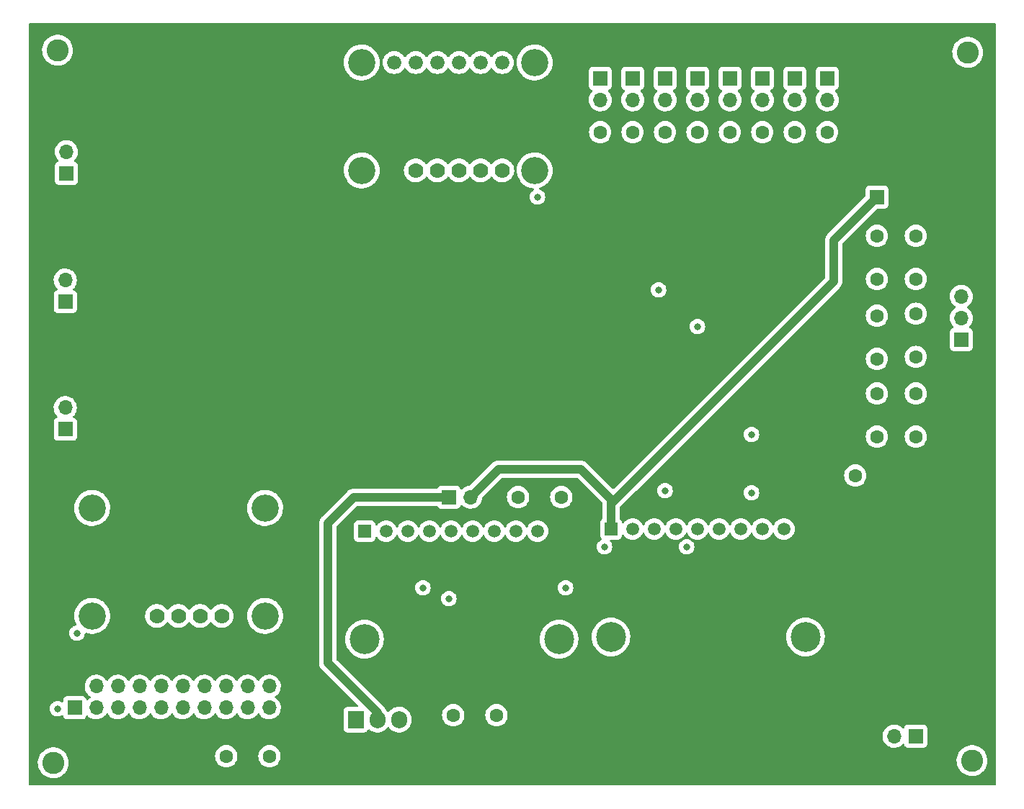
<source format=gbr>
%TF.GenerationSoftware,KiCad,Pcbnew,(6.0.0-0)*%
%TF.CreationDate,2022-10-28T11:21:16-04:00*%
%TF.ProjectId,PEC_Prognostic_Board,5045435f-5072-46f6-976e-6f737469635f,1.2*%
%TF.SameCoordinates,Original*%
%TF.FileFunction,Copper,L3,Inr*%
%TF.FilePolarity,Positive*%
%FSLAX46Y46*%
G04 Gerber Fmt 4.6, Leading zero omitted, Abs format (unit mm)*
G04 Created by KiCad (PCBNEW (6.0.0-0)) date 2022-10-28 11:21:16*
%MOMM*%
%LPD*%
G01*
G04 APERTURE LIST*
%TA.AperFunction,ComponentPad*%
%ADD10R,1.700000X1.700000*%
%TD*%
%TA.AperFunction,ComponentPad*%
%ADD11O,1.700000X1.700000*%
%TD*%
%TA.AperFunction,ComponentPad*%
%ADD12C,1.700000*%
%TD*%
%TA.AperFunction,ComponentPad*%
%ADD13C,1.600000*%
%TD*%
%TA.AperFunction,ComponentPad*%
%ADD14C,1.778000*%
%TD*%
%TA.AperFunction,ComponentPad*%
%ADD15C,3.200000*%
%TD*%
%TA.AperFunction,ComponentPad*%
%ADD16C,2.600000*%
%TD*%
%TA.AperFunction,ComponentPad*%
%ADD17R,1.508000X1.508000*%
%TD*%
%TA.AperFunction,ComponentPad*%
%ADD18C,1.508000*%
%TD*%
%TA.AperFunction,ComponentPad*%
%ADD19C,3.516000*%
%TD*%
%TA.AperFunction,ComponentPad*%
%ADD20R,1.905000X2.000000*%
%TD*%
%TA.AperFunction,ComponentPad*%
%ADD21O,1.905000X2.000000*%
%TD*%
%TA.AperFunction,ComponentPad*%
%ADD22C,1.676400*%
%TD*%
%TA.AperFunction,ViaPad*%
%ADD23C,0.800000*%
%TD*%
%TA.AperFunction,Conductor*%
%ADD24C,1.000000*%
%TD*%
G04 APERTURE END LIST*
D10*
%TO.N,GND*%
%TO.C,U9*%
X174218923Y-124379750D03*
D11*
%TO.N,CUR0*%
X171678923Y-124379750D03*
D12*
%TO.N,+5V*%
X169138923Y-124379750D03*
%TD*%
D13*
%TO.N,+5V*%
%TO.C,R1*%
X160020000Y-58415000D03*
%TO.N,TM1+*%
X160020000Y-53335000D03*
%TD*%
D14*
%TO.N,+5V*%
%TO.C,U1*%
X82543000Y-110233000D03*
%TO.N,unconnected-(U1-Pad2)*%
X85083000Y-110233000D03*
%TO.N,GND*%
X87623000Y-110233000D03*
%TO.N,SCL_5V*%
X90163000Y-110233000D03*
%TO.N,SDA_5V*%
X92703000Y-110233000D03*
D15*
%TO.N,N/C*%
X77463000Y-97533000D03*
X97783000Y-110233000D03*
X97783000Y-97533000D03*
X77463000Y-110233000D03*
%TD*%
D10*
%TO.N,GND*%
%TO.C,TH7*%
X137160000Y-46990000D03*
D11*
%TO.N,TM7+*%
X137160000Y-49530000D03*
%TD*%
D10*
%TO.N,GND*%
%TO.C,TH5*%
X144780000Y-46990000D03*
D11*
%TO.N,TM5+*%
X144780000Y-49530000D03*
%TD*%
D16*
%TO.N,N/C*%
%TO.C,REF\u002A\u002A*%
X180848000Y-127254000D03*
%TD*%
D13*
%TO.N,/VoltageReads/A2_IN*%
%TO.C,R13*%
X169672000Y-89149000D03*
%TO.N,GND*%
X169672000Y-84069000D03*
%TD*%
%TO.N,FAN_DRIV*%
%TO.C,R23*%
X93223000Y-126746000D03*
%TO.N,Net-(Q1-Pad1)*%
X98303000Y-126746000D03*
%TD*%
D10*
%TO.N,GND*%
%TO.C,TH6*%
X140970000Y-46990000D03*
D11*
%TO.N,TM6+*%
X140970000Y-49530000D03*
%TD*%
D10*
%TO.N,/VoltageReads/VREAD2*%
%TO.C,J2*%
X179578000Y-77724000D03*
D11*
%TO.N,/VoltageReads/VREAD1*%
X179578000Y-75184000D03*
%TO.N,/VoltageReads/VREAD0*%
X179578000Y-72644000D03*
%TD*%
D17*
%TO.N,GND*%
%TO.C,U4*%
X109474000Y-100266500D03*
D18*
%TO.N,/VoltageReads/A2_IN*%
X112014000Y-100266500D03*
%TO.N,/VoltageReads/A1_IN*%
X114554000Y-100266500D03*
%TO.N,/VoltageReads/A0_IN*%
X117094000Y-100266500D03*
%TO.N,unconnected-(U4-Pad5)*%
X119634000Y-100266500D03*
%TO.N,Net-(U4-Pad6)*%
X122174000Y-100266500D03*
%TO.N,SDA_5V*%
X124714000Y-100266500D03*
%TO.N,SCL_5V*%
X127254000Y-100266500D03*
%TO.N,GND*%
X129794000Y-100266500D03*
%TO.N,+5V*%
X132334000Y-100266500D03*
D19*
%TO.N,N/C*%
X132334000Y-112966500D03*
X109474000Y-112966500D03*
%TD*%
D13*
%TO.N,/VoltageReads/VREAD2*%
%TO.C,R12*%
X174244000Y-84074000D03*
%TO.N,/VoltageReads/A2_IN*%
X174244000Y-89154000D03*
%TD*%
%TO.N,/VoltageReads/A0_IN*%
%TO.C,R9*%
X169672000Y-70607000D03*
%TO.N,GND*%
X169672000Y-65527000D03*
%TD*%
%TO.N,+5V*%
%TO.C,R2*%
X156210000Y-58415000D03*
%TO.N,TM2+*%
X156210000Y-53335000D03*
%TD*%
D10*
%TO.N,/Fan/FAN-*%
%TO.C,J3*%
X119375000Y-96266000D03*
D11*
%TO.N,+12V*%
X121915000Y-96266000D03*
%TD*%
D10*
%TO.N,GND*%
%TO.C,U12*%
X74311267Y-88268923D03*
D11*
%TO.N,CUR3*%
X74311267Y-85728923D03*
D12*
%TO.N,+5V*%
X74311267Y-83188923D03*
%TD*%
D13*
%TO.N,+5V*%
%TO.C,R0*%
X163830000Y-58415000D03*
%TO.N,TM0+*%
X163830000Y-53335000D03*
%TD*%
D16*
%TO.N,N/C*%
%TO.C,REF\u002A\u002A*%
X73406000Y-43688000D03*
%TD*%
D13*
%TO.N,/VoltageReads/VREAD0*%
%TO.C,R8*%
X174244000Y-65532000D03*
%TO.N,/VoltageReads/A0_IN*%
X174244000Y-70612000D03*
%TD*%
%TO.N,/VoltageReads/VREAD1*%
%TO.C,R10*%
X174244000Y-74681000D03*
%TO.N,/VoltageReads/A1_IN*%
X174244000Y-79761000D03*
%TD*%
D10*
%TO.N,GND*%
%TO.C,U11*%
X74311267Y-73268923D03*
D11*
%TO.N,CUR2*%
X74311267Y-70728923D03*
D12*
%TO.N,+5V*%
X74311267Y-68188923D03*
%TD*%
D13*
%TO.N,+5V*%
%TO.C,R3*%
X152400000Y-58415000D03*
%TO.N,TM3+*%
X152400000Y-53335000D03*
%TD*%
D10*
%TO.N,GND*%
%TO.C,TH0*%
X163830000Y-46990000D03*
D11*
%TO.N,TM0+*%
X163830000Y-49530000D03*
%TD*%
D10*
%TO.N,GND*%
%TO.C,TH4*%
X148590000Y-46990000D03*
D11*
%TO.N,TM4+*%
X148590000Y-49530000D03*
%TD*%
D10*
%TO.N,GND*%
%TO.C,U10*%
X74444250Y-58165647D03*
D11*
%TO.N,CUR1*%
X74444250Y-55625647D03*
D12*
%TO.N,+5V*%
X74444250Y-53085647D03*
%TD*%
D20*
%TO.N,Net-(Q1-Pad1)*%
%TO.C,Q1*%
X108458000Y-122428000D03*
D21*
%TO.N,/Fan/FAN-*%
X110998000Y-122428000D03*
%TO.N,GND*%
X113538000Y-122428000D03*
%TD*%
D13*
%TO.N,Net-(U4-Pad6)*%
%TO.C,R22*%
X127513000Y-96266000D03*
%TO.N,GND*%
X132593000Y-96266000D03*
%TD*%
%TO.N,+5V*%
%TO.C,R21*%
X172212000Y-93726000D03*
%TO.N,Net-(U3-Pad6)*%
X167132000Y-93726000D03*
%TD*%
D16*
%TO.N,N/C*%
%TO.C,REF\u002A\u002A*%
X72898000Y-127508000D03*
%TD*%
D10*
%TO.N,GND*%
%TO.C,TH3*%
X152400000Y-46990000D03*
D11*
%TO.N,TM3+*%
X152400000Y-49530000D03*
%TD*%
D16*
%TO.N,N/C*%
%TO.C,REF\u002A\u002A*%
X180340000Y-43942000D03*
%TD*%
D10*
%TO.N,SCL_5V*%
%TO.C,J1*%
X75420000Y-121040000D03*
D11*
%TO.N,+5V*%
X75420000Y-118500000D03*
%TO.N,SDA_5V*%
X77960000Y-121040000D03*
%TO.N,GND*%
X77960000Y-118500000D03*
%TO.N,unconnected-(J1-Pad5)*%
X80500000Y-121040000D03*
%TO.N,TM7+*%
X80500000Y-118500000D03*
%TO.N,unconnected-(J1-Pad7)*%
X83040000Y-121040000D03*
%TO.N,TM6+*%
X83040000Y-118500000D03*
%TO.N,FAN_DRIV*%
X85580000Y-121040000D03*
%TO.N,TM5+*%
X85580000Y-118500000D03*
%TO.N,IMU_INT*%
X88120000Y-121040000D03*
%TO.N,TM4+*%
X88120000Y-118500000D03*
%TO.N,CUR3*%
X90660000Y-121040000D03*
%TO.N,TM3+*%
X90660000Y-118500000D03*
%TO.N,CUR2*%
X93200000Y-121040000D03*
%TO.N,TM2+*%
X93200000Y-118500000D03*
%TO.N,CUR1*%
X95740000Y-121040000D03*
%TO.N,TM1+*%
X95740000Y-118500000D03*
%TO.N,CUR0*%
X98280000Y-121040000D03*
%TO.N,TM0+*%
X98280000Y-118500000D03*
%TD*%
D10*
%TO.N,GND*%
%TO.C,TH1*%
X160020000Y-46990000D03*
D11*
%TO.N,TM1+*%
X160020000Y-49530000D03*
%TD*%
D17*
%TO.N,+12V*%
%TO.C,U3*%
X138430000Y-100012500D03*
D18*
%TO.N,/VoltageReads/A0_IN*%
X140970000Y-100012500D03*
%TO.N,/VoltageReads/A1_IN*%
X143510000Y-100012500D03*
%TO.N,/VoltageReads/A2_IN*%
X146050000Y-100012500D03*
%TO.N,unconnected-(U3-Pad5)*%
X148590000Y-100012500D03*
%TO.N,Net-(U3-Pad6)*%
X151130000Y-100012500D03*
%TO.N,SDA_5V*%
X153670000Y-100012500D03*
%TO.N,SCL_5V*%
X156210000Y-100012500D03*
%TO.N,GND*%
X158750000Y-100012500D03*
%TO.N,+5V*%
X161290000Y-100012500D03*
D19*
%TO.N,N/C*%
X161290000Y-112712500D03*
X138430000Y-112712500D03*
%TD*%
D14*
%TO.N,+5V*%
%TO.C,U2*%
X112953000Y-57828000D03*
%TO.N,unconnected-(U2-Pad1)*%
X115493000Y-57828000D03*
%TO.N,GND*%
X118033000Y-57828000D03*
%TO.N,SCL_5V*%
X120573000Y-57828000D03*
%TO.N,SDA_5V*%
X123113000Y-57828000D03*
%TO.N,IMU_INT*%
X125653000Y-57828000D03*
D22*
%TO.N,N/C*%
X112953000Y-45128000D03*
X115493000Y-45128000D03*
X118033000Y-45128000D03*
X120573000Y-45128000D03*
X123113000Y-45128000D03*
X125653000Y-45128000D03*
D15*
X129463000Y-57828000D03*
X109143000Y-45128000D03*
X129463000Y-45128000D03*
X109143000Y-57828000D03*
%TD*%
D10*
%TO.N,GND*%
%TO.C,TH2*%
X156210000Y-46990000D03*
D11*
%TO.N,TM2+*%
X156210000Y-49530000D03*
%TD*%
D13*
%TO.N,Net-(Q1-Pad1)*%
%TO.C,R20*%
X119893000Y-121920000D03*
%TO.N,GND*%
X124973000Y-121920000D03*
%TD*%
%TO.N,+5V*%
%TO.C,R5*%
X144780000Y-58415000D03*
%TO.N,TM5+*%
X144780000Y-53335000D03*
%TD*%
%TO.N,+5V*%
%TO.C,R4*%
X148590000Y-58415000D03*
%TO.N,TM4+*%
X148590000Y-53335000D03*
%TD*%
%TO.N,+5V*%
%TO.C,R6*%
X140970000Y-58415000D03*
%TO.N,TM6+*%
X140970000Y-53335000D03*
%TD*%
%TO.N,/VoltageReads/A1_IN*%
%TO.C,R11*%
X169672000Y-80005000D03*
%TO.N,GND*%
X169672000Y-74925000D03*
%TD*%
D10*
%TO.N,+12V*%
%TO.C,J4*%
X169672000Y-60960000D03*
%TD*%
D13*
%TO.N,+5V*%
%TO.C,R7*%
X137160000Y-58420000D03*
%TO.N,TM7+*%
X137160000Y-53340000D03*
%TD*%
D23*
%TO.N,+5V*%
X159258000Y-59690000D03*
X151130000Y-98298000D03*
X75946000Y-83058000D03*
X132334000Y-98552000D03*
X75438000Y-116078000D03*
X154686000Y-59182000D03*
X113030000Y-59436000D03*
X75946000Y-68326000D03*
X168402000Y-123190000D03*
X161290000Y-98298000D03*
X82550000Y-112014000D03*
X144018000Y-59690000D03*
X75438000Y-52324000D03*
X138684000Y-58928000D03*
X166116000Y-58674000D03*
%TO.N,GND*%
X154940000Y-88900000D03*
X148590000Y-76200000D03*
X73406000Y-121158000D03*
X144780000Y-95504000D03*
X133096000Y-106934000D03*
X75692000Y-112268000D03*
X137668000Y-102108000D03*
X116332000Y-106934000D03*
X144018000Y-71882000D03*
X147320000Y-102108000D03*
X129794000Y-60960000D03*
X119380000Y-108204000D03*
X154940000Y-95758000D03*
%TD*%
D24*
%TO.N,+12V*%
X138430000Y-97028000D02*
X138430000Y-100012500D01*
X164592000Y-70866000D02*
X138430000Y-97028000D01*
X169672000Y-60960000D02*
X164592000Y-66040000D01*
X125217000Y-92964000D02*
X134874000Y-92964000D01*
X138430000Y-96520000D02*
X138430000Y-100012500D01*
X164592000Y-66040000D02*
X164592000Y-70866000D01*
X134874000Y-92964000D02*
X138430000Y-96520000D01*
X121915000Y-96266000D02*
X125217000Y-92964000D01*
%TO.N,/Fan/FAN-*%
X108204000Y-96266000D02*
X105156000Y-99314000D01*
X110998000Y-121616478D02*
X110998000Y-122428000D01*
X105156000Y-99314000D02*
X105156000Y-115774478D01*
X105156000Y-115774478D02*
X110998000Y-121616478D01*
X119375000Y-96266000D02*
X108204000Y-96266000D01*
%TD*%
%TA.AperFunction,Conductor*%
%TO.N,+5V*%
G36*
X183584121Y-40528002D02*
G01*
X183630614Y-40581658D01*
X183642000Y-40634000D01*
X183642000Y-130056000D01*
X183621998Y-130124121D01*
X183568342Y-130170614D01*
X183516000Y-130182000D01*
X70134000Y-130182000D01*
X70065879Y-130161998D01*
X70019386Y-130108342D01*
X70008000Y-130056000D01*
X70008000Y-127460526D01*
X71085050Y-127460526D01*
X71085274Y-127465192D01*
X71085274Y-127465197D01*
X71085746Y-127475019D01*
X71097947Y-127729019D01*
X71098859Y-127733604D01*
X71099864Y-127738656D01*
X71150388Y-127992656D01*
X71241220Y-128245646D01*
X71368450Y-128482431D01*
X71371241Y-128486168D01*
X71371245Y-128486175D01*
X71452887Y-128595506D01*
X71529281Y-128697810D01*
X71532590Y-128701090D01*
X71532595Y-128701096D01*
X71695573Y-128862657D01*
X71720180Y-128887050D01*
X71723942Y-128889808D01*
X71723945Y-128889811D01*
X71836299Y-128972192D01*
X71936954Y-129045995D01*
X71941089Y-129048171D01*
X71941093Y-129048173D01*
X72170698Y-129168975D01*
X72174840Y-129171154D01*
X72428613Y-129259775D01*
X72433206Y-129260647D01*
X72688109Y-129309042D01*
X72688112Y-129309042D01*
X72692698Y-129309913D01*
X72820370Y-129314929D01*
X72956625Y-129320283D01*
X72956630Y-129320283D01*
X72961293Y-129320466D01*
X73065607Y-129309042D01*
X73223844Y-129291713D01*
X73223850Y-129291712D01*
X73228497Y-129291203D01*
X73233021Y-129290012D01*
X73483918Y-129223956D01*
X73483920Y-129223955D01*
X73488441Y-129222765D01*
X73492738Y-129220919D01*
X73731120Y-129118502D01*
X73731122Y-129118501D01*
X73735414Y-129116657D01*
X73865735Y-129036012D01*
X73960017Y-128977669D01*
X73960021Y-128977666D01*
X73963990Y-128975210D01*
X74169149Y-128801530D01*
X74346382Y-128599434D01*
X74377826Y-128550550D01*
X74489269Y-128377291D01*
X74491797Y-128373361D01*
X74602199Y-128128278D01*
X74603469Y-128123775D01*
X74673893Y-127874072D01*
X74673894Y-127874069D01*
X74675163Y-127869568D01*
X74693043Y-127729019D01*
X74708688Y-127606045D01*
X74708688Y-127606041D01*
X74709086Y-127602915D01*
X74709315Y-127594197D01*
X74711488Y-127511160D01*
X74711571Y-127508000D01*
X74691650Y-127239937D01*
X74683037Y-127201872D01*
X74633361Y-126982331D01*
X74633360Y-126982326D01*
X74632327Y-126977763D01*
X74542198Y-126746000D01*
X91909502Y-126746000D01*
X91929457Y-126974087D01*
X91930881Y-126979400D01*
X91930881Y-126979402D01*
X91933880Y-126990592D01*
X91988716Y-127195243D01*
X91991039Y-127200224D01*
X91991039Y-127200225D01*
X92083151Y-127397762D01*
X92083154Y-127397767D01*
X92085477Y-127402749D01*
X92216802Y-127590300D01*
X92378700Y-127752198D01*
X92383208Y-127755355D01*
X92383211Y-127755357D01*
X92461389Y-127810098D01*
X92566251Y-127883523D01*
X92571233Y-127885846D01*
X92571238Y-127885849D01*
X92768775Y-127977961D01*
X92773757Y-127980284D01*
X92779065Y-127981706D01*
X92779067Y-127981707D01*
X92989598Y-128038119D01*
X92989600Y-128038119D01*
X92994913Y-128039543D01*
X93223000Y-128059498D01*
X93451087Y-128039543D01*
X93456400Y-128038119D01*
X93456402Y-128038119D01*
X93666933Y-127981707D01*
X93666935Y-127981706D01*
X93672243Y-127980284D01*
X93677225Y-127977961D01*
X93874762Y-127885849D01*
X93874767Y-127885846D01*
X93879749Y-127883523D01*
X93984611Y-127810098D01*
X94062789Y-127755357D01*
X94062792Y-127755355D01*
X94067300Y-127752198D01*
X94229198Y-127590300D01*
X94360523Y-127402749D01*
X94362846Y-127397767D01*
X94362849Y-127397762D01*
X94454961Y-127200225D01*
X94454961Y-127200224D01*
X94457284Y-127195243D01*
X94512121Y-126990592D01*
X94515119Y-126979402D01*
X94515119Y-126979400D01*
X94516543Y-126974087D01*
X94536498Y-126746000D01*
X96989502Y-126746000D01*
X97009457Y-126974087D01*
X97010881Y-126979400D01*
X97010881Y-126979402D01*
X97013880Y-126990592D01*
X97068716Y-127195243D01*
X97071039Y-127200224D01*
X97071039Y-127200225D01*
X97163151Y-127397762D01*
X97163154Y-127397767D01*
X97165477Y-127402749D01*
X97296802Y-127590300D01*
X97458700Y-127752198D01*
X97463208Y-127755355D01*
X97463211Y-127755357D01*
X97541389Y-127810098D01*
X97646251Y-127883523D01*
X97651233Y-127885846D01*
X97651238Y-127885849D01*
X97848775Y-127977961D01*
X97853757Y-127980284D01*
X97859065Y-127981706D01*
X97859067Y-127981707D01*
X98069598Y-128038119D01*
X98069600Y-128038119D01*
X98074913Y-128039543D01*
X98303000Y-128059498D01*
X98531087Y-128039543D01*
X98536400Y-128038119D01*
X98536402Y-128038119D01*
X98746933Y-127981707D01*
X98746935Y-127981706D01*
X98752243Y-127980284D01*
X98757225Y-127977961D01*
X98954762Y-127885849D01*
X98954767Y-127885846D01*
X98959749Y-127883523D01*
X99064611Y-127810098D01*
X99142789Y-127755357D01*
X99142792Y-127755355D01*
X99147300Y-127752198D01*
X99309198Y-127590300D01*
X99440523Y-127402749D01*
X99442846Y-127397767D01*
X99442849Y-127397762D01*
X99532023Y-127206526D01*
X179035050Y-127206526D01*
X179047947Y-127475019D01*
X179100388Y-127738656D01*
X179191220Y-127991646D01*
X179193432Y-127995762D01*
X179193433Y-127995765D01*
X179266927Y-128132542D01*
X179318450Y-128228431D01*
X179321241Y-128232168D01*
X179321245Y-128232175D01*
X179402887Y-128341506D01*
X179479281Y-128443810D01*
X179482590Y-128447090D01*
X179482595Y-128447096D01*
X179632307Y-128595506D01*
X179670180Y-128633050D01*
X179673942Y-128635808D01*
X179673945Y-128635811D01*
X179762983Y-128701096D01*
X179886954Y-128791995D01*
X179891089Y-128794171D01*
X179891093Y-128794173D01*
X180120698Y-128914975D01*
X180124840Y-128917154D01*
X180267346Y-128966919D01*
X180282446Y-128972192D01*
X180378613Y-129005775D01*
X180383206Y-129006647D01*
X180638109Y-129055042D01*
X180638112Y-129055042D01*
X180642698Y-129055913D01*
X180770370Y-129060929D01*
X180906625Y-129066283D01*
X180906630Y-129066283D01*
X180911293Y-129066466D01*
X181015607Y-129055042D01*
X181173844Y-129037713D01*
X181173850Y-129037712D01*
X181178497Y-129037203D01*
X181183021Y-129036012D01*
X181433918Y-128969956D01*
X181433920Y-128969955D01*
X181438441Y-128968765D01*
X181442738Y-128966919D01*
X181681120Y-128864502D01*
X181681122Y-128864501D01*
X181685414Y-128862657D01*
X181804071Y-128789230D01*
X181910017Y-128723669D01*
X181910021Y-128723666D01*
X181913990Y-128721210D01*
X182119149Y-128547530D01*
X182296382Y-128345434D01*
X182357919Y-128249765D01*
X182439269Y-128123291D01*
X182441797Y-128119361D01*
X182552199Y-127874278D01*
X182589209Y-127743051D01*
X182623893Y-127620072D01*
X182623894Y-127620069D01*
X182625163Y-127615568D01*
X182643043Y-127475019D01*
X182658688Y-127352045D01*
X182658688Y-127352041D01*
X182659086Y-127348915D01*
X182661571Y-127254000D01*
X182657390Y-127197735D01*
X182641996Y-126990592D01*
X182641996Y-126990591D01*
X182641650Y-126985937D01*
X182640619Y-126981379D01*
X182583361Y-126728331D01*
X182583360Y-126728326D01*
X182582327Y-126723763D01*
X182484902Y-126473238D01*
X182351518Y-126239864D01*
X182185105Y-126028769D01*
X181989317Y-125844591D01*
X181783891Y-125702081D01*
X181772299Y-125694039D01*
X181772296Y-125694037D01*
X181768457Y-125691374D01*
X181746133Y-125680365D01*
X181531564Y-125574551D01*
X181531561Y-125574550D01*
X181527376Y-125572486D01*
X181479745Y-125557239D01*
X181337530Y-125511716D01*
X181271370Y-125490538D01*
X181266763Y-125489788D01*
X181266760Y-125489787D01*
X181010674Y-125448081D01*
X181010675Y-125448081D01*
X181006063Y-125447330D01*
X180875719Y-125445624D01*
X180741961Y-125443873D01*
X180741958Y-125443873D01*
X180737284Y-125443812D01*
X180470937Y-125480060D01*
X180212874Y-125555278D01*
X179968763Y-125667815D01*
X179939600Y-125686935D01*
X179747881Y-125812631D01*
X179747876Y-125812635D01*
X179743968Y-125815197D01*
X179740476Y-125818314D01*
X179626706Y-125919858D01*
X179543426Y-125994188D01*
X179371544Y-126200854D01*
X179232096Y-126430656D01*
X179230287Y-126434970D01*
X179230285Y-126434974D01*
X179215942Y-126469179D01*
X179128148Y-126678545D01*
X179061981Y-126939077D01*
X179035050Y-127206526D01*
X99532023Y-127206526D01*
X99534961Y-127200225D01*
X99534961Y-127200224D01*
X99537284Y-127195243D01*
X99592121Y-126990592D01*
X99595119Y-126979402D01*
X99595119Y-126979400D01*
X99596543Y-126974087D01*
X99616498Y-126746000D01*
X99596543Y-126517913D01*
X99595119Y-126512598D01*
X99538707Y-126302067D01*
X99538706Y-126302065D01*
X99537284Y-126296757D01*
X99490888Y-126197260D01*
X99442849Y-126094238D01*
X99442846Y-126094233D01*
X99440523Y-126089251D01*
X99338331Y-125943306D01*
X99312357Y-125906211D01*
X99312355Y-125906208D01*
X99309198Y-125901700D01*
X99147300Y-125739802D01*
X99142792Y-125736645D01*
X99142789Y-125736643D01*
X99054723Y-125674979D01*
X98959749Y-125608477D01*
X98954767Y-125606154D01*
X98954762Y-125606151D01*
X98757225Y-125514039D01*
X98757224Y-125514039D01*
X98752243Y-125511716D01*
X98746935Y-125510294D01*
X98746933Y-125510293D01*
X98536402Y-125453881D01*
X98536400Y-125453881D01*
X98531087Y-125452457D01*
X98303000Y-125432502D01*
X98074913Y-125452457D01*
X98069600Y-125453881D01*
X98069598Y-125453881D01*
X97859067Y-125510293D01*
X97859065Y-125510294D01*
X97853757Y-125511716D01*
X97848776Y-125514039D01*
X97848775Y-125514039D01*
X97651238Y-125606151D01*
X97651233Y-125606154D01*
X97646251Y-125608477D01*
X97551277Y-125674979D01*
X97463211Y-125736643D01*
X97463208Y-125736645D01*
X97458700Y-125739802D01*
X97296802Y-125901700D01*
X97293645Y-125906208D01*
X97293643Y-125906211D01*
X97267669Y-125943306D01*
X97165477Y-126089251D01*
X97163154Y-126094233D01*
X97163151Y-126094238D01*
X97115112Y-126197260D01*
X97068716Y-126296757D01*
X97067294Y-126302065D01*
X97067293Y-126302067D01*
X97010881Y-126512598D01*
X97009457Y-126517913D01*
X96989502Y-126746000D01*
X94536498Y-126746000D01*
X94516543Y-126517913D01*
X94515119Y-126512598D01*
X94458707Y-126302067D01*
X94458706Y-126302065D01*
X94457284Y-126296757D01*
X94410888Y-126197260D01*
X94362849Y-126094238D01*
X94362846Y-126094233D01*
X94360523Y-126089251D01*
X94258331Y-125943306D01*
X94232357Y-125906211D01*
X94232355Y-125906208D01*
X94229198Y-125901700D01*
X94067300Y-125739802D01*
X94062792Y-125736645D01*
X94062789Y-125736643D01*
X93974723Y-125674979D01*
X93879749Y-125608477D01*
X93874767Y-125606154D01*
X93874762Y-125606151D01*
X93677225Y-125514039D01*
X93677224Y-125514039D01*
X93672243Y-125511716D01*
X93666935Y-125510294D01*
X93666933Y-125510293D01*
X93456402Y-125453881D01*
X93456400Y-125453881D01*
X93451087Y-125452457D01*
X93223000Y-125432502D01*
X92994913Y-125452457D01*
X92989600Y-125453881D01*
X92989598Y-125453881D01*
X92779067Y-125510293D01*
X92779065Y-125510294D01*
X92773757Y-125511716D01*
X92768776Y-125514039D01*
X92768775Y-125514039D01*
X92571238Y-125606151D01*
X92571233Y-125606154D01*
X92566251Y-125608477D01*
X92471277Y-125674979D01*
X92383211Y-125736643D01*
X92383208Y-125736645D01*
X92378700Y-125739802D01*
X92216802Y-125901700D01*
X92213645Y-125906208D01*
X92213643Y-125906211D01*
X92187669Y-125943306D01*
X92085477Y-126089251D01*
X92083154Y-126094233D01*
X92083151Y-126094238D01*
X92035112Y-126197260D01*
X91988716Y-126296757D01*
X91987294Y-126302065D01*
X91987293Y-126302067D01*
X91930881Y-126512598D01*
X91929457Y-126517913D01*
X91909502Y-126746000D01*
X74542198Y-126746000D01*
X74534902Y-126727238D01*
X74401518Y-126493864D01*
X74388691Y-126477592D01*
X74246132Y-126296757D01*
X74235105Y-126282769D01*
X74039317Y-126098591D01*
X73818457Y-125945374D01*
X73814264Y-125943306D01*
X73581564Y-125828551D01*
X73581561Y-125828550D01*
X73577376Y-125826486D01*
X73529745Y-125811239D01*
X73475621Y-125793914D01*
X73321370Y-125744538D01*
X73316763Y-125743788D01*
X73316760Y-125743787D01*
X73060674Y-125702081D01*
X73060675Y-125702081D01*
X73056063Y-125701330D01*
X72925719Y-125699624D01*
X72791961Y-125697873D01*
X72791958Y-125697873D01*
X72787284Y-125697812D01*
X72520937Y-125734060D01*
X72516451Y-125735368D01*
X72516449Y-125735368D01*
X72496049Y-125741314D01*
X72262874Y-125809278D01*
X72018763Y-125921815D01*
X72014854Y-125924378D01*
X71797881Y-126066631D01*
X71797876Y-126066635D01*
X71793968Y-126069197D01*
X71765912Y-126094238D01*
X71598206Y-126243922D01*
X71593426Y-126248188D01*
X71421544Y-126454854D01*
X71282096Y-126684656D01*
X71280287Y-126688970D01*
X71280285Y-126688974D01*
X71179957Y-126928231D01*
X71178148Y-126932545D01*
X71111981Y-127193077D01*
X71085050Y-127460526D01*
X70008000Y-127460526D01*
X70008000Y-124346445D01*
X170316174Y-124346445D01*
X170329033Y-124569465D01*
X170330170Y-124574511D01*
X170330171Y-124574517D01*
X170354227Y-124681258D01*
X170378145Y-124787389D01*
X170462189Y-124994366D01*
X170578910Y-125184838D01*
X170725173Y-125353688D01*
X170838870Y-125448081D01*
X170878965Y-125481368D01*
X170897049Y-125496382D01*
X171089923Y-125609088D01*
X171298615Y-125688780D01*
X171303683Y-125689811D01*
X171303686Y-125689812D01*
X171410940Y-125711633D01*
X171517520Y-125733317D01*
X171522695Y-125733507D01*
X171522697Y-125733507D01*
X171735596Y-125741314D01*
X171735600Y-125741314D01*
X171740760Y-125741503D01*
X171745880Y-125740847D01*
X171745882Y-125740847D01*
X171957211Y-125713775D01*
X171957212Y-125713775D01*
X171962339Y-125713118D01*
X171999127Y-125702081D01*
X172171352Y-125650411D01*
X172171357Y-125650409D01*
X172176307Y-125648924D01*
X172376917Y-125550646D01*
X172558783Y-125420923D01*
X172667014Y-125313069D01*
X172729385Y-125279154D01*
X172800191Y-125284342D01*
X172856953Y-125326988D01*
X172873935Y-125358091D01*
X172907671Y-125448081D01*
X172918308Y-125476455D01*
X173005662Y-125593011D01*
X173122218Y-125680365D01*
X173258607Y-125731495D01*
X173320789Y-125738250D01*
X175117057Y-125738250D01*
X175179239Y-125731495D01*
X175315628Y-125680365D01*
X175432184Y-125593011D01*
X175519538Y-125476455D01*
X175570668Y-125340066D01*
X175577423Y-125277884D01*
X175577423Y-123481616D01*
X175570668Y-123419434D01*
X175519538Y-123283045D01*
X175432184Y-123166489D01*
X175315628Y-123079135D01*
X175179239Y-123028005D01*
X175117057Y-123021250D01*
X173320789Y-123021250D01*
X173258607Y-123028005D01*
X173122218Y-123079135D01*
X173005662Y-123166489D01*
X172918308Y-123283045D01*
X172915156Y-123291453D01*
X172873842Y-123401657D01*
X172831200Y-123458421D01*
X172764639Y-123483121D01*
X172695290Y-123467913D01*
X172662666Y-123442226D01*
X172612074Y-123386625D01*
X172612065Y-123386616D01*
X172608593Y-123382801D01*
X172604542Y-123379602D01*
X172604538Y-123379598D01*
X172437337Y-123247550D01*
X172437333Y-123247548D01*
X172433282Y-123244348D01*
X172412760Y-123233019D01*
X172374899Y-123212119D01*
X172237712Y-123136388D01*
X172232843Y-123134664D01*
X172232839Y-123134662D01*
X172032010Y-123063545D01*
X172032006Y-123063544D01*
X172027135Y-123061819D01*
X172022042Y-123060912D01*
X172022039Y-123060911D01*
X171812296Y-123023550D01*
X171812290Y-123023549D01*
X171807207Y-123022644D01*
X171733375Y-123021742D01*
X171589004Y-123019978D01*
X171589002Y-123019978D01*
X171583834Y-123019915D01*
X171363014Y-123053705D01*
X171150679Y-123123107D01*
X171120366Y-123138887D01*
X170994452Y-123204434D01*
X170952530Y-123226257D01*
X170948397Y-123229360D01*
X170948394Y-123229362D01*
X170778023Y-123357280D01*
X170773888Y-123360385D01*
X170741941Y-123393816D01*
X170663276Y-123476134D01*
X170619552Y-123521888D01*
X170616638Y-123526160D01*
X170616637Y-123526161D01*
X170604570Y-123543851D01*
X170493666Y-123706430D01*
X170457622Y-123784081D01*
X170407124Y-123892870D01*
X170399611Y-123909055D01*
X170339912Y-124124320D01*
X170316174Y-124346445D01*
X70008000Y-124346445D01*
X70008000Y-121158000D01*
X72492496Y-121158000D01*
X72493186Y-121164565D01*
X72509832Y-121322939D01*
X72512458Y-121347928D01*
X72571473Y-121529556D01*
X72574776Y-121535278D01*
X72574777Y-121535279D01*
X72582165Y-121548075D01*
X72666960Y-121694944D01*
X72794747Y-121836866D01*
X72886209Y-121903317D01*
X72943904Y-121945235D01*
X72949248Y-121949118D01*
X72955276Y-121951802D01*
X72955278Y-121951803D01*
X73102253Y-122017240D01*
X73123712Y-122026794D01*
X73217112Y-122046647D01*
X73304056Y-122065128D01*
X73304061Y-122065128D01*
X73310513Y-122066500D01*
X73501487Y-122066500D01*
X73507939Y-122065128D01*
X73507944Y-122065128D01*
X73594888Y-122046647D01*
X73688288Y-122026794D01*
X73709747Y-122017240D01*
X73856722Y-121951803D01*
X73856724Y-121951802D01*
X73862752Y-121949118D01*
X73868094Y-121945236D01*
X73868097Y-121945235D01*
X73875552Y-121939819D01*
X73942420Y-121915962D01*
X74011572Y-121932045D01*
X74061050Y-121982960D01*
X74067656Y-122000540D01*
X74068255Y-122000316D01*
X74119385Y-122136705D01*
X74206739Y-122253261D01*
X74323295Y-122340615D01*
X74459684Y-122391745D01*
X74521866Y-122398500D01*
X76318134Y-122398500D01*
X76380316Y-122391745D01*
X76516705Y-122340615D01*
X76633261Y-122253261D01*
X76720615Y-122136705D01*
X76747448Y-122065128D01*
X76764598Y-122019382D01*
X76807240Y-121962618D01*
X76873802Y-121937918D01*
X76943150Y-121953126D01*
X76977817Y-121981114D01*
X77006250Y-122013938D01*
X77178126Y-122156632D01*
X77371000Y-122269338D01*
X77579692Y-122349030D01*
X77584760Y-122350061D01*
X77584763Y-122350062D01*
X77652942Y-122363933D01*
X77798597Y-122393567D01*
X77803772Y-122393757D01*
X77803774Y-122393757D01*
X78016673Y-122401564D01*
X78016677Y-122401564D01*
X78021837Y-122401753D01*
X78026957Y-122401097D01*
X78026959Y-122401097D01*
X78238288Y-122374025D01*
X78238289Y-122374025D01*
X78243416Y-122373368D01*
X78248366Y-122371883D01*
X78452429Y-122310661D01*
X78452434Y-122310659D01*
X78457384Y-122309174D01*
X78657994Y-122210896D01*
X78839860Y-122081173D01*
X78854585Y-122066500D01*
X78994435Y-121927137D01*
X78998096Y-121923489D01*
X79063870Y-121831955D01*
X79128453Y-121742077D01*
X79129776Y-121743028D01*
X79176645Y-121699857D01*
X79246580Y-121687625D01*
X79312026Y-121715144D01*
X79339875Y-121746994D01*
X79399987Y-121845088D01*
X79546250Y-122013938D01*
X79718126Y-122156632D01*
X79911000Y-122269338D01*
X80119692Y-122349030D01*
X80124760Y-122350061D01*
X80124763Y-122350062D01*
X80192942Y-122363933D01*
X80338597Y-122393567D01*
X80343772Y-122393757D01*
X80343774Y-122393757D01*
X80556673Y-122401564D01*
X80556677Y-122401564D01*
X80561837Y-122401753D01*
X80566957Y-122401097D01*
X80566959Y-122401097D01*
X80778288Y-122374025D01*
X80778289Y-122374025D01*
X80783416Y-122373368D01*
X80788366Y-122371883D01*
X80992429Y-122310661D01*
X80992434Y-122310659D01*
X80997384Y-122309174D01*
X81197994Y-122210896D01*
X81379860Y-122081173D01*
X81394585Y-122066500D01*
X81534435Y-121927137D01*
X81538096Y-121923489D01*
X81603870Y-121831955D01*
X81668453Y-121742077D01*
X81669776Y-121743028D01*
X81716645Y-121699857D01*
X81786580Y-121687625D01*
X81852026Y-121715144D01*
X81879875Y-121746994D01*
X81939987Y-121845088D01*
X82086250Y-122013938D01*
X82258126Y-122156632D01*
X82451000Y-122269338D01*
X82659692Y-122349030D01*
X82664760Y-122350061D01*
X82664763Y-122350062D01*
X82732942Y-122363933D01*
X82878597Y-122393567D01*
X82883772Y-122393757D01*
X82883774Y-122393757D01*
X83096673Y-122401564D01*
X83096677Y-122401564D01*
X83101837Y-122401753D01*
X83106957Y-122401097D01*
X83106959Y-122401097D01*
X83318288Y-122374025D01*
X83318289Y-122374025D01*
X83323416Y-122373368D01*
X83328366Y-122371883D01*
X83532429Y-122310661D01*
X83532434Y-122310659D01*
X83537384Y-122309174D01*
X83737994Y-122210896D01*
X83919860Y-122081173D01*
X83934585Y-122066500D01*
X84074435Y-121927137D01*
X84078096Y-121923489D01*
X84143870Y-121831955D01*
X84208453Y-121742077D01*
X84209776Y-121743028D01*
X84256645Y-121699857D01*
X84326580Y-121687625D01*
X84392026Y-121715144D01*
X84419875Y-121746994D01*
X84479987Y-121845088D01*
X84626250Y-122013938D01*
X84798126Y-122156632D01*
X84991000Y-122269338D01*
X85199692Y-122349030D01*
X85204760Y-122350061D01*
X85204763Y-122350062D01*
X85272942Y-122363933D01*
X85418597Y-122393567D01*
X85423772Y-122393757D01*
X85423774Y-122393757D01*
X85636673Y-122401564D01*
X85636677Y-122401564D01*
X85641837Y-122401753D01*
X85646957Y-122401097D01*
X85646959Y-122401097D01*
X85858288Y-122374025D01*
X85858289Y-122374025D01*
X85863416Y-122373368D01*
X85868366Y-122371883D01*
X86072429Y-122310661D01*
X86072434Y-122310659D01*
X86077384Y-122309174D01*
X86277994Y-122210896D01*
X86459860Y-122081173D01*
X86474585Y-122066500D01*
X86614435Y-121927137D01*
X86618096Y-121923489D01*
X86683870Y-121831955D01*
X86748453Y-121742077D01*
X86749776Y-121743028D01*
X86796645Y-121699857D01*
X86866580Y-121687625D01*
X86932026Y-121715144D01*
X86959875Y-121746994D01*
X87019987Y-121845088D01*
X87166250Y-122013938D01*
X87338126Y-122156632D01*
X87531000Y-122269338D01*
X87739692Y-122349030D01*
X87744760Y-122350061D01*
X87744763Y-122350062D01*
X87812942Y-122363933D01*
X87958597Y-122393567D01*
X87963772Y-122393757D01*
X87963774Y-122393757D01*
X88176673Y-122401564D01*
X88176677Y-122401564D01*
X88181837Y-122401753D01*
X88186957Y-122401097D01*
X88186959Y-122401097D01*
X88398288Y-122374025D01*
X88398289Y-122374025D01*
X88403416Y-122373368D01*
X88408366Y-122371883D01*
X88612429Y-122310661D01*
X88612434Y-122310659D01*
X88617384Y-122309174D01*
X88817994Y-122210896D01*
X88999860Y-122081173D01*
X89014585Y-122066500D01*
X89154435Y-121927137D01*
X89158096Y-121923489D01*
X89223870Y-121831955D01*
X89288453Y-121742077D01*
X89289776Y-121743028D01*
X89336645Y-121699857D01*
X89406580Y-121687625D01*
X89472026Y-121715144D01*
X89499875Y-121746994D01*
X89559987Y-121845088D01*
X89706250Y-122013938D01*
X89878126Y-122156632D01*
X90071000Y-122269338D01*
X90279692Y-122349030D01*
X90284760Y-122350061D01*
X90284763Y-122350062D01*
X90352942Y-122363933D01*
X90498597Y-122393567D01*
X90503772Y-122393757D01*
X90503774Y-122393757D01*
X90716673Y-122401564D01*
X90716677Y-122401564D01*
X90721837Y-122401753D01*
X90726957Y-122401097D01*
X90726959Y-122401097D01*
X90938288Y-122374025D01*
X90938289Y-122374025D01*
X90943416Y-122373368D01*
X90948366Y-122371883D01*
X91152429Y-122310661D01*
X91152434Y-122310659D01*
X91157384Y-122309174D01*
X91357994Y-122210896D01*
X91539860Y-122081173D01*
X91554585Y-122066500D01*
X91694435Y-121927137D01*
X91698096Y-121923489D01*
X91763870Y-121831955D01*
X91828453Y-121742077D01*
X91829776Y-121743028D01*
X91876645Y-121699857D01*
X91946580Y-121687625D01*
X92012026Y-121715144D01*
X92039875Y-121746994D01*
X92099987Y-121845088D01*
X92246250Y-122013938D01*
X92418126Y-122156632D01*
X92611000Y-122269338D01*
X92819692Y-122349030D01*
X92824760Y-122350061D01*
X92824763Y-122350062D01*
X92892942Y-122363933D01*
X93038597Y-122393567D01*
X93043772Y-122393757D01*
X93043774Y-122393757D01*
X93256673Y-122401564D01*
X93256677Y-122401564D01*
X93261837Y-122401753D01*
X93266957Y-122401097D01*
X93266959Y-122401097D01*
X93478288Y-122374025D01*
X93478289Y-122374025D01*
X93483416Y-122373368D01*
X93488366Y-122371883D01*
X93692429Y-122310661D01*
X93692434Y-122310659D01*
X93697384Y-122309174D01*
X93897994Y-122210896D01*
X94079860Y-122081173D01*
X94094585Y-122066500D01*
X94234435Y-121927137D01*
X94238096Y-121923489D01*
X94303870Y-121831955D01*
X94368453Y-121742077D01*
X94369776Y-121743028D01*
X94416645Y-121699857D01*
X94486580Y-121687625D01*
X94552026Y-121715144D01*
X94579875Y-121746994D01*
X94639987Y-121845088D01*
X94786250Y-122013938D01*
X94958126Y-122156632D01*
X95151000Y-122269338D01*
X95359692Y-122349030D01*
X95364760Y-122350061D01*
X95364763Y-122350062D01*
X95432942Y-122363933D01*
X95578597Y-122393567D01*
X95583772Y-122393757D01*
X95583774Y-122393757D01*
X95796673Y-122401564D01*
X95796677Y-122401564D01*
X95801837Y-122401753D01*
X95806957Y-122401097D01*
X95806959Y-122401097D01*
X96018288Y-122374025D01*
X96018289Y-122374025D01*
X96023416Y-122373368D01*
X96028366Y-122371883D01*
X96232429Y-122310661D01*
X96232434Y-122310659D01*
X96237384Y-122309174D01*
X96437994Y-122210896D01*
X96619860Y-122081173D01*
X96634585Y-122066500D01*
X96774435Y-121927137D01*
X96778096Y-121923489D01*
X96843870Y-121831955D01*
X96908453Y-121742077D01*
X96909776Y-121743028D01*
X96956645Y-121699857D01*
X97026580Y-121687625D01*
X97092026Y-121715144D01*
X97119875Y-121746994D01*
X97179987Y-121845088D01*
X97326250Y-122013938D01*
X97498126Y-122156632D01*
X97691000Y-122269338D01*
X97899692Y-122349030D01*
X97904760Y-122350061D01*
X97904763Y-122350062D01*
X97972942Y-122363933D01*
X98118597Y-122393567D01*
X98123772Y-122393757D01*
X98123774Y-122393757D01*
X98336673Y-122401564D01*
X98336677Y-122401564D01*
X98341837Y-122401753D01*
X98346957Y-122401097D01*
X98346959Y-122401097D01*
X98558288Y-122374025D01*
X98558289Y-122374025D01*
X98563416Y-122373368D01*
X98568366Y-122371883D01*
X98772429Y-122310661D01*
X98772434Y-122310659D01*
X98777384Y-122309174D01*
X98977994Y-122210896D01*
X99159860Y-122081173D01*
X99174585Y-122066500D01*
X99314435Y-121927137D01*
X99318096Y-121923489D01*
X99383870Y-121831955D01*
X99445435Y-121746277D01*
X99448453Y-121742077D01*
X99469320Y-121699857D01*
X99545136Y-121546453D01*
X99545137Y-121546451D01*
X99547430Y-121541811D01*
X99612370Y-121328069D01*
X99641529Y-121106590D01*
X99642379Y-121071803D01*
X99643074Y-121043365D01*
X99643074Y-121043361D01*
X99643156Y-121040000D01*
X99624852Y-120817361D01*
X99570431Y-120600702D01*
X99481354Y-120395840D01*
X99411482Y-120287834D01*
X99362822Y-120212617D01*
X99362820Y-120212614D01*
X99360014Y-120208277D01*
X99209670Y-120043051D01*
X99205619Y-120039852D01*
X99205615Y-120039848D01*
X99038414Y-119907800D01*
X99038410Y-119907798D01*
X99034359Y-119904598D01*
X98993053Y-119881796D01*
X98943084Y-119831364D01*
X98928312Y-119761921D01*
X98953428Y-119695516D01*
X98980780Y-119668909D01*
X99024603Y-119637650D01*
X99159860Y-119541173D01*
X99318096Y-119383489D01*
X99377594Y-119300689D01*
X99445435Y-119206277D01*
X99448453Y-119202077D01*
X99469320Y-119159857D01*
X99545136Y-119006453D01*
X99545137Y-119006451D01*
X99547430Y-119001811D01*
X99612370Y-118788069D01*
X99641529Y-118566590D01*
X99643156Y-118500000D01*
X99624852Y-118277361D01*
X99570431Y-118060702D01*
X99481354Y-117855840D01*
X99360014Y-117668277D01*
X99209670Y-117503051D01*
X99205619Y-117499852D01*
X99205615Y-117499848D01*
X99038414Y-117367800D01*
X99038410Y-117367798D01*
X99034359Y-117364598D01*
X98838789Y-117256638D01*
X98833920Y-117254914D01*
X98833916Y-117254912D01*
X98633087Y-117183795D01*
X98633083Y-117183794D01*
X98628212Y-117182069D01*
X98623119Y-117181162D01*
X98623116Y-117181161D01*
X98413373Y-117143800D01*
X98413367Y-117143799D01*
X98408284Y-117142894D01*
X98334452Y-117141992D01*
X98190081Y-117140228D01*
X98190079Y-117140228D01*
X98184911Y-117140165D01*
X97964091Y-117173955D01*
X97751756Y-117243357D01*
X97553607Y-117346507D01*
X97549474Y-117349610D01*
X97549471Y-117349612D01*
X97525247Y-117367800D01*
X97374965Y-117480635D01*
X97220629Y-117642138D01*
X97113201Y-117799621D01*
X97058293Y-117844621D01*
X96987768Y-117852792D01*
X96924021Y-117821538D01*
X96903324Y-117797054D01*
X96822822Y-117672617D01*
X96822820Y-117672614D01*
X96820014Y-117668277D01*
X96669670Y-117503051D01*
X96665619Y-117499852D01*
X96665615Y-117499848D01*
X96498414Y-117367800D01*
X96498410Y-117367798D01*
X96494359Y-117364598D01*
X96298789Y-117256638D01*
X96293920Y-117254914D01*
X96293916Y-117254912D01*
X96093087Y-117183795D01*
X96093083Y-117183794D01*
X96088212Y-117182069D01*
X96083119Y-117181162D01*
X96083116Y-117181161D01*
X95873373Y-117143800D01*
X95873367Y-117143799D01*
X95868284Y-117142894D01*
X95794452Y-117141992D01*
X95650081Y-117140228D01*
X95650079Y-117140228D01*
X95644911Y-117140165D01*
X95424091Y-117173955D01*
X95211756Y-117243357D01*
X95013607Y-117346507D01*
X95009474Y-117349610D01*
X95009471Y-117349612D01*
X94985247Y-117367800D01*
X94834965Y-117480635D01*
X94680629Y-117642138D01*
X94573201Y-117799621D01*
X94518293Y-117844621D01*
X94447768Y-117852792D01*
X94384021Y-117821538D01*
X94363324Y-117797054D01*
X94282822Y-117672617D01*
X94282820Y-117672614D01*
X94280014Y-117668277D01*
X94129670Y-117503051D01*
X94125619Y-117499852D01*
X94125615Y-117499848D01*
X93958414Y-117367800D01*
X93958410Y-117367798D01*
X93954359Y-117364598D01*
X93758789Y-117256638D01*
X93753920Y-117254914D01*
X93753916Y-117254912D01*
X93553087Y-117183795D01*
X93553083Y-117183794D01*
X93548212Y-117182069D01*
X93543119Y-117181162D01*
X93543116Y-117181161D01*
X93333373Y-117143800D01*
X93333367Y-117143799D01*
X93328284Y-117142894D01*
X93254452Y-117141992D01*
X93110081Y-117140228D01*
X93110079Y-117140228D01*
X93104911Y-117140165D01*
X92884091Y-117173955D01*
X92671756Y-117243357D01*
X92473607Y-117346507D01*
X92469474Y-117349610D01*
X92469471Y-117349612D01*
X92445247Y-117367800D01*
X92294965Y-117480635D01*
X92140629Y-117642138D01*
X92033201Y-117799621D01*
X91978293Y-117844621D01*
X91907768Y-117852792D01*
X91844021Y-117821538D01*
X91823324Y-117797054D01*
X91742822Y-117672617D01*
X91742820Y-117672614D01*
X91740014Y-117668277D01*
X91589670Y-117503051D01*
X91585619Y-117499852D01*
X91585615Y-117499848D01*
X91418414Y-117367800D01*
X91418410Y-117367798D01*
X91414359Y-117364598D01*
X91218789Y-117256638D01*
X91213920Y-117254914D01*
X91213916Y-117254912D01*
X91013087Y-117183795D01*
X91013083Y-117183794D01*
X91008212Y-117182069D01*
X91003119Y-117181162D01*
X91003116Y-117181161D01*
X90793373Y-117143800D01*
X90793367Y-117143799D01*
X90788284Y-117142894D01*
X90714452Y-117141992D01*
X90570081Y-117140228D01*
X90570079Y-117140228D01*
X90564911Y-117140165D01*
X90344091Y-117173955D01*
X90131756Y-117243357D01*
X89933607Y-117346507D01*
X89929474Y-117349610D01*
X89929471Y-117349612D01*
X89905247Y-117367800D01*
X89754965Y-117480635D01*
X89600629Y-117642138D01*
X89493201Y-117799621D01*
X89438293Y-117844621D01*
X89367768Y-117852792D01*
X89304021Y-117821538D01*
X89283324Y-117797054D01*
X89202822Y-117672617D01*
X89202820Y-117672614D01*
X89200014Y-117668277D01*
X89049670Y-117503051D01*
X89045619Y-117499852D01*
X89045615Y-117499848D01*
X88878414Y-117367800D01*
X88878410Y-117367798D01*
X88874359Y-117364598D01*
X88678789Y-117256638D01*
X88673920Y-117254914D01*
X88673916Y-117254912D01*
X88473087Y-117183795D01*
X88473083Y-117183794D01*
X88468212Y-117182069D01*
X88463119Y-117181162D01*
X88463116Y-117181161D01*
X88253373Y-117143800D01*
X88253367Y-117143799D01*
X88248284Y-117142894D01*
X88174452Y-117141992D01*
X88030081Y-117140228D01*
X88030079Y-117140228D01*
X88024911Y-117140165D01*
X87804091Y-117173955D01*
X87591756Y-117243357D01*
X87393607Y-117346507D01*
X87389474Y-117349610D01*
X87389471Y-117349612D01*
X87365247Y-117367800D01*
X87214965Y-117480635D01*
X87060629Y-117642138D01*
X86953201Y-117799621D01*
X86898293Y-117844621D01*
X86827768Y-117852792D01*
X86764021Y-117821538D01*
X86743324Y-117797054D01*
X86662822Y-117672617D01*
X86662820Y-117672614D01*
X86660014Y-117668277D01*
X86509670Y-117503051D01*
X86505619Y-117499852D01*
X86505615Y-117499848D01*
X86338414Y-117367800D01*
X86338410Y-117367798D01*
X86334359Y-117364598D01*
X86138789Y-117256638D01*
X86133920Y-117254914D01*
X86133916Y-117254912D01*
X85933087Y-117183795D01*
X85933083Y-117183794D01*
X85928212Y-117182069D01*
X85923119Y-117181162D01*
X85923116Y-117181161D01*
X85713373Y-117143800D01*
X85713367Y-117143799D01*
X85708284Y-117142894D01*
X85634452Y-117141992D01*
X85490081Y-117140228D01*
X85490079Y-117140228D01*
X85484911Y-117140165D01*
X85264091Y-117173955D01*
X85051756Y-117243357D01*
X84853607Y-117346507D01*
X84849474Y-117349610D01*
X84849471Y-117349612D01*
X84825247Y-117367800D01*
X84674965Y-117480635D01*
X84520629Y-117642138D01*
X84413201Y-117799621D01*
X84358293Y-117844621D01*
X84287768Y-117852792D01*
X84224021Y-117821538D01*
X84203324Y-117797054D01*
X84122822Y-117672617D01*
X84122820Y-117672614D01*
X84120014Y-117668277D01*
X83969670Y-117503051D01*
X83965619Y-117499852D01*
X83965615Y-117499848D01*
X83798414Y-117367800D01*
X83798410Y-117367798D01*
X83794359Y-117364598D01*
X83598789Y-117256638D01*
X83593920Y-117254914D01*
X83593916Y-117254912D01*
X83393087Y-117183795D01*
X83393083Y-117183794D01*
X83388212Y-117182069D01*
X83383119Y-117181162D01*
X83383116Y-117181161D01*
X83173373Y-117143800D01*
X83173367Y-117143799D01*
X83168284Y-117142894D01*
X83094452Y-117141992D01*
X82950081Y-117140228D01*
X82950079Y-117140228D01*
X82944911Y-117140165D01*
X82724091Y-117173955D01*
X82511756Y-117243357D01*
X82313607Y-117346507D01*
X82309474Y-117349610D01*
X82309471Y-117349612D01*
X82285247Y-117367800D01*
X82134965Y-117480635D01*
X81980629Y-117642138D01*
X81873201Y-117799621D01*
X81818293Y-117844621D01*
X81747768Y-117852792D01*
X81684021Y-117821538D01*
X81663324Y-117797054D01*
X81582822Y-117672617D01*
X81582820Y-117672614D01*
X81580014Y-117668277D01*
X81429670Y-117503051D01*
X81425619Y-117499852D01*
X81425615Y-117499848D01*
X81258414Y-117367800D01*
X81258410Y-117367798D01*
X81254359Y-117364598D01*
X81058789Y-117256638D01*
X81053920Y-117254914D01*
X81053916Y-117254912D01*
X80853087Y-117183795D01*
X80853083Y-117183794D01*
X80848212Y-117182069D01*
X80843119Y-117181162D01*
X80843116Y-117181161D01*
X80633373Y-117143800D01*
X80633367Y-117143799D01*
X80628284Y-117142894D01*
X80554452Y-117141992D01*
X80410081Y-117140228D01*
X80410079Y-117140228D01*
X80404911Y-117140165D01*
X80184091Y-117173955D01*
X79971756Y-117243357D01*
X79773607Y-117346507D01*
X79769474Y-117349610D01*
X79769471Y-117349612D01*
X79745247Y-117367800D01*
X79594965Y-117480635D01*
X79440629Y-117642138D01*
X79333201Y-117799621D01*
X79278293Y-117844621D01*
X79207768Y-117852792D01*
X79144021Y-117821538D01*
X79123324Y-117797054D01*
X79042822Y-117672617D01*
X79042820Y-117672614D01*
X79040014Y-117668277D01*
X78889670Y-117503051D01*
X78885619Y-117499852D01*
X78885615Y-117499848D01*
X78718414Y-117367800D01*
X78718410Y-117367798D01*
X78714359Y-117364598D01*
X78518789Y-117256638D01*
X78513920Y-117254914D01*
X78513916Y-117254912D01*
X78313087Y-117183795D01*
X78313083Y-117183794D01*
X78308212Y-117182069D01*
X78303119Y-117181162D01*
X78303116Y-117181161D01*
X78093373Y-117143800D01*
X78093367Y-117143799D01*
X78088284Y-117142894D01*
X78014452Y-117141992D01*
X77870081Y-117140228D01*
X77870079Y-117140228D01*
X77864911Y-117140165D01*
X77644091Y-117173955D01*
X77431756Y-117243357D01*
X77233607Y-117346507D01*
X77229474Y-117349610D01*
X77229471Y-117349612D01*
X77205247Y-117367800D01*
X77054965Y-117480635D01*
X76900629Y-117642138D01*
X76774743Y-117826680D01*
X76680688Y-118029305D01*
X76620989Y-118244570D01*
X76597251Y-118466695D01*
X76597548Y-118471848D01*
X76597548Y-118471851D01*
X76603011Y-118566590D01*
X76610110Y-118689715D01*
X76611247Y-118694761D01*
X76611248Y-118694767D01*
X76631119Y-118782939D01*
X76659222Y-118907639D01*
X76743266Y-119114616D01*
X76794019Y-119197438D01*
X76857291Y-119300688D01*
X76859987Y-119305088D01*
X77006250Y-119473938D01*
X77178126Y-119616632D01*
X77248595Y-119657811D01*
X77251445Y-119659476D01*
X77300169Y-119711114D01*
X77313240Y-119780897D01*
X77286509Y-119846669D01*
X77246055Y-119880027D01*
X77233607Y-119886507D01*
X77229474Y-119889610D01*
X77229471Y-119889612D01*
X77059100Y-120017530D01*
X77054965Y-120020635D01*
X76998537Y-120079684D01*
X76974283Y-120105064D01*
X76912759Y-120140494D01*
X76841846Y-120137037D01*
X76784060Y-120095791D01*
X76765207Y-120062243D01*
X76723767Y-119951703D01*
X76720615Y-119943295D01*
X76633261Y-119826739D01*
X76516705Y-119739385D01*
X76380316Y-119688255D01*
X76318134Y-119681500D01*
X74521866Y-119681500D01*
X74459684Y-119688255D01*
X74323295Y-119739385D01*
X74206739Y-119826739D01*
X74119385Y-119943295D01*
X74068255Y-120079684D01*
X74061500Y-120141866D01*
X74061500Y-120264188D01*
X74041498Y-120332309D01*
X73987842Y-120378802D01*
X73917568Y-120388906D01*
X73872498Y-120373306D01*
X73868094Y-120370763D01*
X73862752Y-120366882D01*
X73856724Y-120364198D01*
X73856722Y-120364197D01*
X73694319Y-120291891D01*
X73694318Y-120291891D01*
X73688288Y-120289206D01*
X73594887Y-120269353D01*
X73507944Y-120250872D01*
X73507939Y-120250872D01*
X73501487Y-120249500D01*
X73310513Y-120249500D01*
X73304061Y-120250872D01*
X73304056Y-120250872D01*
X73217113Y-120269353D01*
X73123712Y-120289206D01*
X73117682Y-120291891D01*
X73117681Y-120291891D01*
X72955278Y-120364197D01*
X72955276Y-120364198D01*
X72949248Y-120366882D01*
X72943907Y-120370762D01*
X72943906Y-120370763D01*
X72924832Y-120384621D01*
X72794747Y-120479134D01*
X72790326Y-120484044D01*
X72790325Y-120484045D01*
X72680769Y-120605720D01*
X72666960Y-120621056D01*
X72571473Y-120786444D01*
X72512458Y-120968072D01*
X72511768Y-120974633D01*
X72511768Y-120974635D01*
X72501543Y-121071919D01*
X72492496Y-121158000D01*
X70008000Y-121158000D01*
X70008000Y-112268000D01*
X74778496Y-112268000D01*
X74779186Y-112274565D01*
X74786435Y-112343531D01*
X74798458Y-112457928D01*
X74857473Y-112639556D01*
X74952960Y-112804944D01*
X75080747Y-112946866D01*
X75235248Y-113059118D01*
X75241276Y-113061802D01*
X75241278Y-113061803D01*
X75403681Y-113134109D01*
X75409712Y-113136794D01*
X75503112Y-113156647D01*
X75590056Y-113175128D01*
X75590061Y-113175128D01*
X75596513Y-113176500D01*
X75787487Y-113176500D01*
X75793939Y-113175128D01*
X75793944Y-113175128D01*
X75880888Y-113156647D01*
X75974288Y-113136794D01*
X75980319Y-113134109D01*
X76142722Y-113061803D01*
X76142724Y-113061802D01*
X76148752Y-113059118D01*
X76303253Y-112946866D01*
X76431040Y-112804944D01*
X76526527Y-112639556D01*
X76585542Y-112457928D01*
X76589514Y-112420143D01*
X76598833Y-112331473D01*
X76625846Y-112265817D01*
X76684068Y-112225187D01*
X76759929Y-112223833D01*
X76997857Y-112294311D01*
X76997862Y-112294312D01*
X77001970Y-112295529D01*
X77006204Y-112296177D01*
X77006209Y-112296178D01*
X77236866Y-112331473D01*
X77286153Y-112339015D01*
X77432485Y-112341314D01*
X77569317Y-112343464D01*
X77569323Y-112343464D01*
X77573608Y-112343531D01*
X77577860Y-112343016D01*
X77577868Y-112343016D01*
X77854756Y-112309508D01*
X77854761Y-112309507D01*
X77859017Y-112308992D01*
X78137097Y-112236039D01*
X78402704Y-112126021D01*
X78650922Y-111980974D01*
X78877159Y-111803582D01*
X78918285Y-111761144D01*
X79069304Y-111605304D01*
X79077227Y-111597128D01*
X79079760Y-111593680D01*
X79079764Y-111593675D01*
X79244887Y-111368886D01*
X79247425Y-111365431D01*
X79249471Y-111361663D01*
X79382554Y-111116555D01*
X79382555Y-111116553D01*
X79384604Y-111112779D01*
X79486225Y-110843848D01*
X79528990Y-110657127D01*
X79549449Y-110567797D01*
X79549450Y-110567793D01*
X79550407Y-110563613D01*
X79554431Y-110518532D01*
X79575743Y-110279726D01*
X79575743Y-110279724D01*
X79575963Y-110277260D01*
X79576427Y-110233000D01*
X79574091Y-110198739D01*
X83681129Y-110198739D01*
X83681426Y-110203892D01*
X83681426Y-110203895D01*
X83683298Y-110236365D01*
X83694357Y-110428161D01*
X83695492Y-110433198D01*
X83695493Y-110433204D01*
X83724882Y-110563613D01*
X83744878Y-110652342D01*
X83831336Y-110865261D01*
X83834033Y-110869662D01*
X83834034Y-110869664D01*
X83914968Y-111001736D01*
X83951408Y-111061200D01*
X84101869Y-111234898D01*
X84105844Y-111238198D01*
X84105847Y-111238201D01*
X84164635Y-111287007D01*
X84278679Y-111381689D01*
X84477090Y-111497631D01*
X84481910Y-111499471D01*
X84481915Y-111499474D01*
X84611414Y-111548924D01*
X84691774Y-111579610D01*
X84696842Y-111580641D01*
X84696845Y-111580642D01*
X84762723Y-111594045D01*
X84916963Y-111625426D01*
X84922136Y-111625616D01*
X84922139Y-111625616D01*
X85141448Y-111633657D01*
X85141452Y-111633657D01*
X85146612Y-111633846D01*
X85151732Y-111633190D01*
X85151734Y-111633190D01*
X85369425Y-111605304D01*
X85369428Y-111605303D01*
X85374552Y-111604647D01*
X85411124Y-111593675D01*
X85589710Y-111540096D01*
X85594663Y-111538610D01*
X85801033Y-111437511D01*
X85850971Y-111401891D01*
X85983916Y-111307062D01*
X85988119Y-111304064D01*
X86150898Y-111141852D01*
X86153914Y-111137655D01*
X86153921Y-111137647D01*
X86250689Y-111002980D01*
X86306683Y-110959332D01*
X86377387Y-110952886D01*
X86440351Y-110985689D01*
X86460444Y-111010672D01*
X86488707Y-111056794D01*
X86488711Y-111056799D01*
X86491408Y-111061200D01*
X86641869Y-111234898D01*
X86645844Y-111238198D01*
X86645847Y-111238201D01*
X86704635Y-111287007D01*
X86818679Y-111381689D01*
X87017090Y-111497631D01*
X87021910Y-111499471D01*
X87021915Y-111499474D01*
X87151414Y-111548924D01*
X87231774Y-111579610D01*
X87236842Y-111580641D01*
X87236845Y-111580642D01*
X87302723Y-111594045D01*
X87456963Y-111625426D01*
X87462136Y-111625616D01*
X87462139Y-111625616D01*
X87681448Y-111633657D01*
X87681452Y-111633657D01*
X87686612Y-111633846D01*
X87691732Y-111633190D01*
X87691734Y-111633190D01*
X87909425Y-111605304D01*
X87909428Y-111605303D01*
X87914552Y-111604647D01*
X87951124Y-111593675D01*
X88129710Y-111540096D01*
X88134663Y-111538610D01*
X88341033Y-111437511D01*
X88390971Y-111401891D01*
X88523916Y-111307062D01*
X88528119Y-111304064D01*
X88690898Y-111141852D01*
X88693914Y-111137655D01*
X88693921Y-111137647D01*
X88790689Y-111002980D01*
X88846683Y-110959332D01*
X88917387Y-110952886D01*
X88980351Y-110985689D01*
X89000444Y-111010672D01*
X89028707Y-111056794D01*
X89028711Y-111056799D01*
X89031408Y-111061200D01*
X89181869Y-111234898D01*
X89185844Y-111238198D01*
X89185847Y-111238201D01*
X89244635Y-111287007D01*
X89358679Y-111381689D01*
X89557090Y-111497631D01*
X89561910Y-111499471D01*
X89561915Y-111499474D01*
X89691414Y-111548924D01*
X89771774Y-111579610D01*
X89776842Y-111580641D01*
X89776845Y-111580642D01*
X89842723Y-111594045D01*
X89996963Y-111625426D01*
X90002136Y-111625616D01*
X90002139Y-111625616D01*
X90221448Y-111633657D01*
X90221452Y-111633657D01*
X90226612Y-111633846D01*
X90231732Y-111633190D01*
X90231734Y-111633190D01*
X90449425Y-111605304D01*
X90449428Y-111605303D01*
X90454552Y-111604647D01*
X90491124Y-111593675D01*
X90669710Y-111540096D01*
X90674663Y-111538610D01*
X90881033Y-111437511D01*
X90930971Y-111401891D01*
X91063916Y-111307062D01*
X91068119Y-111304064D01*
X91230898Y-111141852D01*
X91233914Y-111137655D01*
X91233921Y-111137647D01*
X91330689Y-111002980D01*
X91386683Y-110959332D01*
X91457387Y-110952886D01*
X91520351Y-110985689D01*
X91540444Y-111010672D01*
X91568707Y-111056794D01*
X91568711Y-111056799D01*
X91571408Y-111061200D01*
X91721869Y-111234898D01*
X91725844Y-111238198D01*
X91725847Y-111238201D01*
X91784635Y-111287007D01*
X91898679Y-111381689D01*
X92097090Y-111497631D01*
X92101910Y-111499471D01*
X92101915Y-111499474D01*
X92231414Y-111548924D01*
X92311774Y-111579610D01*
X92316842Y-111580641D01*
X92316845Y-111580642D01*
X92382723Y-111594045D01*
X92536963Y-111625426D01*
X92542136Y-111625616D01*
X92542139Y-111625616D01*
X92761448Y-111633657D01*
X92761452Y-111633657D01*
X92766612Y-111633846D01*
X92771732Y-111633190D01*
X92771734Y-111633190D01*
X92989425Y-111605304D01*
X92989428Y-111605303D01*
X92994552Y-111604647D01*
X93031124Y-111593675D01*
X93209710Y-111540096D01*
X93214663Y-111538610D01*
X93421033Y-111437511D01*
X93470971Y-111401891D01*
X93603916Y-111307062D01*
X93608119Y-111304064D01*
X93770898Y-111141852D01*
X93904997Y-110955233D01*
X94006816Y-110749217D01*
X94023247Y-110695137D01*
X94072117Y-110534291D01*
X94072118Y-110534285D01*
X94073621Y-110529339D01*
X94103616Y-110301502D01*
X94104148Y-110279726D01*
X94105208Y-110236365D01*
X94105208Y-110236361D01*
X94105290Y-110233000D01*
X94103471Y-110210869D01*
X95669689Y-110210869D01*
X95686238Y-110497883D01*
X95687063Y-110502088D01*
X95687064Y-110502096D01*
X95708765Y-110612705D01*
X95741586Y-110779995D01*
X95742973Y-110784045D01*
X95742974Y-110784050D01*
X95817931Y-111002980D01*
X95834710Y-111051986D01*
X95963885Y-111308822D01*
X96053893Y-111439785D01*
X96120250Y-111536334D01*
X96126721Y-111545750D01*
X96129608Y-111548923D01*
X96129609Y-111548924D01*
X96161327Y-111583782D01*
X96320206Y-111758388D01*
X96323501Y-111761143D01*
X96323502Y-111761144D01*
X96492837Y-111902729D01*
X96540759Y-111942798D01*
X96784298Y-112095571D01*
X97046318Y-112213877D01*
X97050437Y-112215097D01*
X97317857Y-112294311D01*
X97317862Y-112294312D01*
X97321970Y-112295529D01*
X97326204Y-112296177D01*
X97326209Y-112296178D01*
X97556866Y-112331473D01*
X97606153Y-112339015D01*
X97752485Y-112341314D01*
X97889317Y-112343464D01*
X97889323Y-112343464D01*
X97893608Y-112343531D01*
X97897860Y-112343016D01*
X97897868Y-112343016D01*
X98174756Y-112309508D01*
X98174761Y-112309507D01*
X98179017Y-112308992D01*
X98457097Y-112236039D01*
X98722704Y-112126021D01*
X98970922Y-111980974D01*
X99197159Y-111803582D01*
X99238285Y-111761144D01*
X99389304Y-111605304D01*
X99397227Y-111597128D01*
X99399760Y-111593680D01*
X99399764Y-111593675D01*
X99564887Y-111368886D01*
X99567425Y-111365431D01*
X99569471Y-111361663D01*
X99702554Y-111116555D01*
X99702555Y-111116553D01*
X99704604Y-111112779D01*
X99806225Y-110843848D01*
X99848990Y-110657127D01*
X99869449Y-110567797D01*
X99869450Y-110567793D01*
X99870407Y-110563613D01*
X99874431Y-110518532D01*
X99895743Y-110279726D01*
X99895743Y-110279724D01*
X99895963Y-110277260D01*
X99896427Y-110233000D01*
X99893741Y-110193606D01*
X99877165Y-109950452D01*
X99877164Y-109950446D01*
X99876873Y-109946175D01*
X99872336Y-109924264D01*
X99819443Y-109668855D01*
X99818574Y-109664658D01*
X99722607Y-109393657D01*
X99590750Y-109138188D01*
X99577488Y-109119317D01*
X99487471Y-108991237D01*
X99425441Y-108902977D01*
X99279431Y-108745852D01*
X99232661Y-108695521D01*
X99232658Y-108695519D01*
X99229740Y-108692378D01*
X99007268Y-108510287D01*
X98762142Y-108360073D01*
X98744048Y-108352130D01*
X98502830Y-108246243D01*
X98498898Y-108244517D01*
X98472963Y-108237129D01*
X98226534Y-108166932D01*
X98226535Y-108166932D01*
X98222406Y-108165756D01*
X98009704Y-108135485D01*
X97942036Y-108125854D01*
X97942034Y-108125854D01*
X97937784Y-108125249D01*
X97933495Y-108125227D01*
X97933488Y-108125226D01*
X97654583Y-108123765D01*
X97654576Y-108123765D01*
X97650297Y-108123743D01*
X97646053Y-108124302D01*
X97646049Y-108124302D01*
X97520660Y-108140810D01*
X97365266Y-108161268D01*
X97361126Y-108162401D01*
X97361124Y-108162401D01*
X97284311Y-108183415D01*
X97087964Y-108237129D01*
X97084016Y-108238813D01*
X96827476Y-108348237D01*
X96827472Y-108348239D01*
X96823524Y-108349923D01*
X96760963Y-108387365D01*
X96580521Y-108495357D01*
X96580517Y-108495360D01*
X96576839Y-108497561D01*
X96352472Y-108677313D01*
X96287431Y-108745852D01*
X96200139Y-108837839D01*
X96154577Y-108885851D01*
X96074131Y-108997803D01*
X95991713Y-109112500D01*
X95986814Y-109119317D01*
X95852288Y-109373392D01*
X95753489Y-109643373D01*
X95692245Y-109924264D01*
X95691909Y-109928534D01*
X95671048Y-110193606D01*
X95669689Y-110210869D01*
X94103471Y-110210869D01*
X94099058Y-110157194D01*
X94086884Y-110009121D01*
X94086883Y-110009115D01*
X94086460Y-110003970D01*
X94030477Y-109781090D01*
X93938843Y-109570347D01*
X93936037Y-109566009D01*
X93816830Y-109381743D01*
X93816828Y-109381740D01*
X93814020Y-109377400D01*
X93659359Y-109207430D01*
X93655308Y-109204231D01*
X93655304Y-109204227D01*
X93483073Y-109068208D01*
X93479015Y-109065003D01*
X93277831Y-108953943D01*
X93160611Y-108912433D01*
X93066084Y-108878959D01*
X93066080Y-108878958D01*
X93061209Y-108877233D01*
X93056116Y-108876326D01*
X93056113Y-108876325D01*
X92840056Y-108837839D01*
X92840050Y-108837838D01*
X92834967Y-108836933D01*
X92761784Y-108836039D01*
X92610351Y-108834189D01*
X92610349Y-108834189D01*
X92605181Y-108834126D01*
X92453610Y-108857319D01*
X92383131Y-108868104D01*
X92383128Y-108868105D01*
X92378022Y-108868886D01*
X92373110Y-108870491D01*
X92373112Y-108870491D01*
X92164504Y-108938675D01*
X92164502Y-108938676D01*
X92159591Y-108940281D01*
X91955753Y-109046392D01*
X91951620Y-109049495D01*
X91951617Y-109049497D01*
X91828421Y-109141995D01*
X91771983Y-109184370D01*
X91613216Y-109350510D01*
X91537063Y-109462147D01*
X91482154Y-109507147D01*
X91411630Y-109515318D01*
X91347882Y-109484064D01*
X91327185Y-109459580D01*
X91276830Y-109381743D01*
X91276828Y-109381740D01*
X91274020Y-109377400D01*
X91119359Y-109207430D01*
X91115308Y-109204231D01*
X91115304Y-109204227D01*
X90943073Y-109068208D01*
X90939015Y-109065003D01*
X90737831Y-108953943D01*
X90620611Y-108912433D01*
X90526084Y-108878959D01*
X90526080Y-108878958D01*
X90521209Y-108877233D01*
X90516116Y-108876326D01*
X90516113Y-108876325D01*
X90300056Y-108837839D01*
X90300050Y-108837838D01*
X90294967Y-108836933D01*
X90221784Y-108836039D01*
X90070351Y-108834189D01*
X90070349Y-108834189D01*
X90065181Y-108834126D01*
X89913610Y-108857319D01*
X89843131Y-108868104D01*
X89843128Y-108868105D01*
X89838022Y-108868886D01*
X89833110Y-108870491D01*
X89833112Y-108870491D01*
X89624504Y-108938675D01*
X89624502Y-108938676D01*
X89619591Y-108940281D01*
X89415753Y-109046392D01*
X89411620Y-109049495D01*
X89411617Y-109049497D01*
X89288421Y-109141995D01*
X89231983Y-109184370D01*
X89073216Y-109350510D01*
X88997063Y-109462147D01*
X88942154Y-109507147D01*
X88871630Y-109515318D01*
X88807882Y-109484064D01*
X88787185Y-109459580D01*
X88736830Y-109381743D01*
X88736828Y-109381740D01*
X88734020Y-109377400D01*
X88579359Y-109207430D01*
X88575308Y-109204231D01*
X88575304Y-109204227D01*
X88403073Y-109068208D01*
X88399015Y-109065003D01*
X88197831Y-108953943D01*
X88080611Y-108912433D01*
X87986084Y-108878959D01*
X87986080Y-108878958D01*
X87981209Y-108877233D01*
X87976116Y-108876326D01*
X87976113Y-108876325D01*
X87760056Y-108837839D01*
X87760050Y-108837838D01*
X87754967Y-108836933D01*
X87681784Y-108836039D01*
X87530351Y-108834189D01*
X87530349Y-108834189D01*
X87525181Y-108834126D01*
X87373610Y-108857319D01*
X87303131Y-108868104D01*
X87303128Y-108868105D01*
X87298022Y-108868886D01*
X87293110Y-108870491D01*
X87293112Y-108870491D01*
X87084504Y-108938675D01*
X87084502Y-108938676D01*
X87079591Y-108940281D01*
X86875753Y-109046392D01*
X86871620Y-109049495D01*
X86871617Y-109049497D01*
X86748421Y-109141995D01*
X86691983Y-109184370D01*
X86533216Y-109350510D01*
X86457063Y-109462147D01*
X86402154Y-109507147D01*
X86331630Y-109515318D01*
X86267882Y-109484064D01*
X86247185Y-109459580D01*
X86196830Y-109381743D01*
X86196828Y-109381740D01*
X86194020Y-109377400D01*
X86039359Y-109207430D01*
X86035308Y-109204231D01*
X86035304Y-109204227D01*
X85863073Y-109068208D01*
X85859015Y-109065003D01*
X85657831Y-108953943D01*
X85540611Y-108912433D01*
X85446084Y-108878959D01*
X85446080Y-108878958D01*
X85441209Y-108877233D01*
X85436116Y-108876326D01*
X85436113Y-108876325D01*
X85220056Y-108837839D01*
X85220050Y-108837838D01*
X85214967Y-108836933D01*
X85141784Y-108836039D01*
X84990351Y-108834189D01*
X84990349Y-108834189D01*
X84985181Y-108834126D01*
X84833610Y-108857319D01*
X84763131Y-108868104D01*
X84763128Y-108868105D01*
X84758022Y-108868886D01*
X84753110Y-108870491D01*
X84753112Y-108870491D01*
X84544504Y-108938675D01*
X84544502Y-108938676D01*
X84539591Y-108940281D01*
X84335753Y-109046392D01*
X84331620Y-109049495D01*
X84331617Y-109049497D01*
X84208421Y-109141995D01*
X84151983Y-109184370D01*
X83993216Y-109350510D01*
X83990307Y-109354775D01*
X83990301Y-109354783D01*
X83918814Y-109459580D01*
X83863716Y-109540350D01*
X83766961Y-109748792D01*
X83705548Y-109970237D01*
X83681129Y-110198739D01*
X79574091Y-110198739D01*
X79573741Y-110193606D01*
X79557165Y-109950452D01*
X79557164Y-109950446D01*
X79556873Y-109946175D01*
X79552336Y-109924264D01*
X79499443Y-109668855D01*
X79498574Y-109664658D01*
X79402607Y-109393657D01*
X79270750Y-109138188D01*
X79257488Y-109119317D01*
X79167471Y-108991237D01*
X79105441Y-108902977D01*
X78959431Y-108745852D01*
X78912661Y-108695521D01*
X78912658Y-108695519D01*
X78909740Y-108692378D01*
X78687268Y-108510287D01*
X78442142Y-108360073D01*
X78424048Y-108352130D01*
X78182830Y-108246243D01*
X78178898Y-108244517D01*
X78152963Y-108237129D01*
X77906534Y-108166932D01*
X77906535Y-108166932D01*
X77902406Y-108165756D01*
X77689704Y-108135485D01*
X77622036Y-108125854D01*
X77622034Y-108125854D01*
X77617784Y-108125249D01*
X77613495Y-108125227D01*
X77613488Y-108125226D01*
X77334583Y-108123765D01*
X77334576Y-108123765D01*
X77330297Y-108123743D01*
X77326053Y-108124302D01*
X77326049Y-108124302D01*
X77200660Y-108140810D01*
X77045266Y-108161268D01*
X77041126Y-108162401D01*
X77041124Y-108162401D01*
X76964311Y-108183415D01*
X76767964Y-108237129D01*
X76764016Y-108238813D01*
X76507476Y-108348237D01*
X76507472Y-108348239D01*
X76503524Y-108349923D01*
X76440963Y-108387365D01*
X76260521Y-108495357D01*
X76260517Y-108495360D01*
X76256839Y-108497561D01*
X76032472Y-108677313D01*
X75967431Y-108745852D01*
X75880139Y-108837839D01*
X75834577Y-108885851D01*
X75754131Y-108997803D01*
X75671713Y-109112500D01*
X75666814Y-109119317D01*
X75532288Y-109373392D01*
X75433489Y-109643373D01*
X75372245Y-109924264D01*
X75371909Y-109928534D01*
X75351048Y-110193606D01*
X75349689Y-110210869D01*
X75366238Y-110497883D01*
X75367063Y-110502088D01*
X75367064Y-110502096D01*
X75388765Y-110612705D01*
X75421586Y-110779995D01*
X75422973Y-110784045D01*
X75422974Y-110784050D01*
X75497931Y-111002980D01*
X75514710Y-111051986D01*
X75516637Y-111055817D01*
X75588954Y-111199604D01*
X75601692Y-111269448D01*
X75574648Y-111335092D01*
X75516407Y-111375694D01*
X75502587Y-111379465D01*
X75409712Y-111399206D01*
X75403682Y-111401891D01*
X75403681Y-111401891D01*
X75241278Y-111474197D01*
X75241276Y-111474198D01*
X75235248Y-111476882D01*
X75229907Y-111480762D01*
X75229906Y-111480763D01*
X75204153Y-111499474D01*
X75080747Y-111589134D01*
X75076326Y-111594044D01*
X75076325Y-111594045D01*
X75048070Y-111625426D01*
X74952960Y-111731056D01*
X74857473Y-111896444D01*
X74798458Y-112078072D01*
X74778496Y-112268000D01*
X70008000Y-112268000D01*
X70008000Y-97510869D01*
X75349689Y-97510869D01*
X75366238Y-97797883D01*
X75367063Y-97802088D01*
X75367064Y-97802096D01*
X75399010Y-97964921D01*
X75421586Y-98079995D01*
X75422973Y-98084045D01*
X75422974Y-98084050D01*
X75513321Y-98347930D01*
X75514710Y-98351986D01*
X75516637Y-98355817D01*
X75632459Y-98586103D01*
X75643885Y-98608822D01*
X75741395Y-98750700D01*
X75798127Y-98833245D01*
X75806721Y-98845750D01*
X75809608Y-98848923D01*
X75809609Y-98848924D01*
X75960400Y-99014642D01*
X76000206Y-99058388D01*
X76003501Y-99061143D01*
X76003502Y-99061144D01*
X76181971Y-99210366D01*
X76220759Y-99242798D01*
X76464298Y-99395571D01*
X76726318Y-99513877D01*
X76795563Y-99534388D01*
X76997857Y-99594311D01*
X76997862Y-99594312D01*
X77001970Y-99595529D01*
X77006204Y-99596177D01*
X77006209Y-99596178D01*
X77254811Y-99634219D01*
X77286153Y-99639015D01*
X77432485Y-99641314D01*
X77569317Y-99643464D01*
X77569323Y-99643464D01*
X77573608Y-99643531D01*
X77577860Y-99643016D01*
X77577868Y-99643016D01*
X77854756Y-99609508D01*
X77854761Y-99609507D01*
X77859017Y-99608992D01*
X78137097Y-99536039D01*
X78402704Y-99426021D01*
X78570250Y-99328115D01*
X78647219Y-99283138D01*
X78647220Y-99283137D01*
X78650922Y-99280974D01*
X78877159Y-99103582D01*
X78917567Y-99061885D01*
X79050554Y-98924652D01*
X79077227Y-98897128D01*
X79079760Y-98893680D01*
X79079764Y-98893675D01*
X79243922Y-98670200D01*
X79247425Y-98665431D01*
X79384604Y-98412779D01*
X79486225Y-98143848D01*
X79550407Y-97863613D01*
X79572280Y-97618534D01*
X79575743Y-97579726D01*
X79575743Y-97579724D01*
X79575963Y-97577260D01*
X79576427Y-97533000D01*
X79574918Y-97510869D01*
X95669689Y-97510869D01*
X95686238Y-97797883D01*
X95687063Y-97802088D01*
X95687064Y-97802096D01*
X95719010Y-97964921D01*
X95741586Y-98079995D01*
X95742973Y-98084045D01*
X95742974Y-98084050D01*
X95833321Y-98347930D01*
X95834710Y-98351986D01*
X95836637Y-98355817D01*
X95952459Y-98586103D01*
X95963885Y-98608822D01*
X96061395Y-98750700D01*
X96118127Y-98833245D01*
X96126721Y-98845750D01*
X96129608Y-98848923D01*
X96129609Y-98848924D01*
X96280400Y-99014642D01*
X96320206Y-99058388D01*
X96323501Y-99061143D01*
X96323502Y-99061144D01*
X96501971Y-99210366D01*
X96540759Y-99242798D01*
X96784298Y-99395571D01*
X97046318Y-99513877D01*
X97115563Y-99534388D01*
X97317857Y-99594311D01*
X97317862Y-99594312D01*
X97321970Y-99595529D01*
X97326204Y-99596177D01*
X97326209Y-99596178D01*
X97574811Y-99634219D01*
X97606153Y-99639015D01*
X97752485Y-99641314D01*
X97889317Y-99643464D01*
X97889323Y-99643464D01*
X97893608Y-99643531D01*
X97897860Y-99643016D01*
X97897868Y-99643016D01*
X98174756Y-99609508D01*
X98174761Y-99609507D01*
X98179017Y-99608992D01*
X98457097Y-99536039D01*
X98722704Y-99426021D01*
X98890250Y-99328115D01*
X98920460Y-99310462D01*
X104142626Y-99310462D01*
X104143206Y-99316593D01*
X104146941Y-99356109D01*
X104147500Y-99367967D01*
X104147500Y-115712635D01*
X104146763Y-115726242D01*
X104142676Y-115763866D01*
X104143213Y-115770001D01*
X104147050Y-115813866D01*
X104147379Y-115818692D01*
X104147500Y-115821164D01*
X104147500Y-115824247D01*
X104147801Y-115827315D01*
X104151690Y-115866984D01*
X104151812Y-115868297D01*
X104159913Y-115960891D01*
X104161400Y-115966010D01*
X104161920Y-115971311D01*
X104188791Y-116060312D01*
X104189126Y-116061445D01*
X104215091Y-116150814D01*
X104217544Y-116155546D01*
X104219084Y-116160647D01*
X104221978Y-116166090D01*
X104262731Y-116242738D01*
X104263343Y-116243904D01*
X104306108Y-116326404D01*
X104309431Y-116330567D01*
X104311934Y-116335274D01*
X104370755Y-116407396D01*
X104371446Y-116408252D01*
X104402738Y-116447451D01*
X104405242Y-116449955D01*
X104405884Y-116450673D01*
X104409585Y-116455006D01*
X104436935Y-116488540D01*
X104441682Y-116492467D01*
X104441684Y-116492469D01*
X104472262Y-116517765D01*
X104481042Y-116525755D01*
X106650055Y-118694767D01*
X108659693Y-120704405D01*
X108693719Y-120766717D01*
X108688654Y-120837532D01*
X108646107Y-120894368D01*
X108579587Y-120919179D01*
X108570598Y-120919500D01*
X107457366Y-120919500D01*
X107395184Y-120926255D01*
X107258795Y-120977385D01*
X107142239Y-121064739D01*
X107054885Y-121181295D01*
X107003755Y-121317684D01*
X106997000Y-121379866D01*
X106997000Y-123476134D01*
X107003755Y-123538316D01*
X107054885Y-123674705D01*
X107142239Y-123791261D01*
X107258795Y-123878615D01*
X107395184Y-123929745D01*
X107457366Y-123936500D01*
X109458634Y-123936500D01*
X109520816Y-123929745D01*
X109657205Y-123878615D01*
X109773761Y-123791261D01*
X109861115Y-123674705D01*
X109868573Y-123654811D01*
X109911213Y-123598047D01*
X109977774Y-123573346D01*
X110047123Y-123588553D01*
X110064647Y-123600158D01*
X110182670Y-123693367D01*
X110182675Y-123693370D01*
X110186724Y-123696568D01*
X110191240Y-123699061D01*
X110191243Y-123699063D01*
X110392526Y-123810177D01*
X110392530Y-123810179D01*
X110397050Y-123812674D01*
X110401919Y-123814398D01*
X110401923Y-123814400D01*
X110618640Y-123891144D01*
X110618644Y-123891145D01*
X110623515Y-123892870D01*
X110628608Y-123893777D01*
X110628611Y-123893778D01*
X110854948Y-123934095D01*
X110854954Y-123934096D01*
X110860037Y-123935001D01*
X110947400Y-123936068D01*
X111095093Y-123937873D01*
X111095095Y-123937873D01*
X111100263Y-123937936D01*
X111337744Y-123901596D01*
X111449997Y-123864906D01*
X111561183Y-123828566D01*
X111561189Y-123828563D01*
X111566101Y-123826958D01*
X111570687Y-123824571D01*
X111570691Y-123824569D01*
X111774607Y-123718416D01*
X111779200Y-123716025D01*
X111971320Y-123571777D01*
X112077519Y-123460646D01*
X112133730Y-123401825D01*
X112133731Y-123401824D01*
X112137301Y-123398088D01*
X112162535Y-123361097D01*
X112217444Y-123316096D01*
X112287968Y-123307925D01*
X112351716Y-123339179D01*
X112372411Y-123363660D01*
X112376498Y-123369977D01*
X112538186Y-123547670D01*
X112615017Y-123608347D01*
X112722670Y-123693367D01*
X112722675Y-123693370D01*
X112726724Y-123696568D01*
X112731240Y-123699061D01*
X112731243Y-123699063D01*
X112932526Y-123810177D01*
X112932530Y-123810179D01*
X112937050Y-123812674D01*
X112941919Y-123814398D01*
X112941923Y-123814400D01*
X113158640Y-123891144D01*
X113158644Y-123891145D01*
X113163515Y-123892870D01*
X113168608Y-123893777D01*
X113168611Y-123893778D01*
X113394948Y-123934095D01*
X113394954Y-123934096D01*
X113400037Y-123935001D01*
X113487400Y-123936068D01*
X113635093Y-123937873D01*
X113635095Y-123937873D01*
X113640263Y-123937936D01*
X113877744Y-123901596D01*
X113989997Y-123864906D01*
X114101183Y-123828566D01*
X114101189Y-123828563D01*
X114106101Y-123826958D01*
X114110687Y-123824571D01*
X114110691Y-123824569D01*
X114314607Y-123718416D01*
X114319200Y-123716025D01*
X114511320Y-123571777D01*
X114677301Y-123398088D01*
X114794517Y-123226257D01*
X114809774Y-123203891D01*
X114809775Y-123203890D01*
X114812686Y-123199622D01*
X114834810Y-123151961D01*
X114911658Y-122986405D01*
X114911659Y-122986401D01*
X114913837Y-122981710D01*
X114978040Y-122750202D01*
X114999000Y-122554072D01*
X114999000Y-122319598D01*
X114998266Y-122310661D01*
X114989816Y-122207892D01*
X114984322Y-122141063D01*
X114928794Y-121920000D01*
X118579502Y-121920000D01*
X118599457Y-122148087D01*
X118600881Y-122153400D01*
X118600881Y-122153402D01*
X118652806Y-122347185D01*
X118658716Y-122369243D01*
X118661039Y-122374224D01*
X118661039Y-122374225D01*
X118753151Y-122571762D01*
X118753154Y-122571767D01*
X118755477Y-122576749D01*
X118758634Y-122581257D01*
X118880420Y-122755185D01*
X118886802Y-122764300D01*
X119048700Y-122926198D01*
X119053208Y-122929355D01*
X119053211Y-122929357D01*
X119120850Y-122976718D01*
X119236251Y-123057523D01*
X119241233Y-123059846D01*
X119241238Y-123059849D01*
X119438775Y-123151961D01*
X119443757Y-123154284D01*
X119449065Y-123155706D01*
X119449067Y-123155707D01*
X119659598Y-123212119D01*
X119659600Y-123212119D01*
X119664913Y-123213543D01*
X119893000Y-123233498D01*
X120121087Y-123213543D01*
X120126400Y-123212119D01*
X120126402Y-123212119D01*
X120336933Y-123155707D01*
X120336935Y-123155706D01*
X120342243Y-123154284D01*
X120347225Y-123151961D01*
X120544762Y-123059849D01*
X120544767Y-123059846D01*
X120549749Y-123057523D01*
X120665150Y-122976718D01*
X120732789Y-122929357D01*
X120732792Y-122929355D01*
X120737300Y-122926198D01*
X120899198Y-122764300D01*
X120905581Y-122755185D01*
X121027366Y-122581257D01*
X121030523Y-122576749D01*
X121032846Y-122571767D01*
X121032849Y-122571762D01*
X121124961Y-122374225D01*
X121124961Y-122374224D01*
X121127284Y-122369243D01*
X121133195Y-122347185D01*
X121185119Y-122153402D01*
X121185119Y-122153400D01*
X121186543Y-122148087D01*
X121206498Y-121920000D01*
X123659502Y-121920000D01*
X123679457Y-122148087D01*
X123680881Y-122153400D01*
X123680881Y-122153402D01*
X123732806Y-122347185D01*
X123738716Y-122369243D01*
X123741039Y-122374224D01*
X123741039Y-122374225D01*
X123833151Y-122571762D01*
X123833154Y-122571767D01*
X123835477Y-122576749D01*
X123838634Y-122581257D01*
X123960420Y-122755185D01*
X123966802Y-122764300D01*
X124128700Y-122926198D01*
X124133208Y-122929355D01*
X124133211Y-122929357D01*
X124200850Y-122976718D01*
X124316251Y-123057523D01*
X124321233Y-123059846D01*
X124321238Y-123059849D01*
X124518775Y-123151961D01*
X124523757Y-123154284D01*
X124529065Y-123155706D01*
X124529067Y-123155707D01*
X124739598Y-123212119D01*
X124739600Y-123212119D01*
X124744913Y-123213543D01*
X124973000Y-123233498D01*
X125201087Y-123213543D01*
X125206400Y-123212119D01*
X125206402Y-123212119D01*
X125416933Y-123155707D01*
X125416935Y-123155706D01*
X125422243Y-123154284D01*
X125427225Y-123151961D01*
X125624762Y-123059849D01*
X125624767Y-123059846D01*
X125629749Y-123057523D01*
X125745150Y-122976718D01*
X125812789Y-122929357D01*
X125812792Y-122929355D01*
X125817300Y-122926198D01*
X125979198Y-122764300D01*
X125985581Y-122755185D01*
X126107366Y-122581257D01*
X126110523Y-122576749D01*
X126112846Y-122571767D01*
X126112849Y-122571762D01*
X126204961Y-122374225D01*
X126204961Y-122374224D01*
X126207284Y-122369243D01*
X126213195Y-122347185D01*
X126265119Y-122153402D01*
X126265119Y-122153400D01*
X126266543Y-122148087D01*
X126286498Y-121920000D01*
X126266543Y-121691913D01*
X126255732Y-121651566D01*
X126208707Y-121476067D01*
X126208706Y-121476065D01*
X126207284Y-121470757D01*
X126199552Y-121454175D01*
X126112849Y-121268238D01*
X126112846Y-121268233D01*
X126110523Y-121263251D01*
X126003151Y-121109908D01*
X125982357Y-121080211D01*
X125982355Y-121080208D01*
X125979198Y-121075700D01*
X125817300Y-120913802D01*
X125812792Y-120910645D01*
X125812789Y-120910643D01*
X125679568Y-120817361D01*
X125629749Y-120782477D01*
X125624767Y-120780154D01*
X125624762Y-120780151D01*
X125427225Y-120688039D01*
X125427224Y-120688039D01*
X125422243Y-120685716D01*
X125416935Y-120684294D01*
X125416933Y-120684293D01*
X125206402Y-120627881D01*
X125206400Y-120627881D01*
X125201087Y-120626457D01*
X124973000Y-120606502D01*
X124744913Y-120626457D01*
X124739600Y-120627881D01*
X124739598Y-120627881D01*
X124529067Y-120684293D01*
X124529065Y-120684294D01*
X124523757Y-120685716D01*
X124518776Y-120688039D01*
X124518775Y-120688039D01*
X124321238Y-120780151D01*
X124321233Y-120780154D01*
X124316251Y-120782477D01*
X124266432Y-120817361D01*
X124133211Y-120910643D01*
X124133208Y-120910645D01*
X124128700Y-120913802D01*
X123966802Y-121075700D01*
X123963645Y-121080208D01*
X123963643Y-121080211D01*
X123942849Y-121109908D01*
X123835477Y-121263251D01*
X123833154Y-121268233D01*
X123833151Y-121268238D01*
X123746448Y-121454175D01*
X123738716Y-121470757D01*
X123737294Y-121476065D01*
X123737293Y-121476067D01*
X123690268Y-121651566D01*
X123679457Y-121691913D01*
X123659502Y-121920000D01*
X121206498Y-121920000D01*
X121186543Y-121691913D01*
X121175732Y-121651566D01*
X121128707Y-121476067D01*
X121128706Y-121476065D01*
X121127284Y-121470757D01*
X121119552Y-121454175D01*
X121032849Y-121268238D01*
X121032846Y-121268233D01*
X121030523Y-121263251D01*
X120923151Y-121109908D01*
X120902357Y-121080211D01*
X120902355Y-121080208D01*
X120899198Y-121075700D01*
X120737300Y-120913802D01*
X120732792Y-120910645D01*
X120732789Y-120910643D01*
X120599568Y-120817361D01*
X120549749Y-120782477D01*
X120544767Y-120780154D01*
X120544762Y-120780151D01*
X120347225Y-120688039D01*
X120347224Y-120688039D01*
X120342243Y-120685716D01*
X120336935Y-120684294D01*
X120336933Y-120684293D01*
X120126402Y-120627881D01*
X120126400Y-120627881D01*
X120121087Y-120626457D01*
X119893000Y-120606502D01*
X119664913Y-120626457D01*
X119659600Y-120627881D01*
X119659598Y-120627881D01*
X119449067Y-120684293D01*
X119449065Y-120684294D01*
X119443757Y-120685716D01*
X119438776Y-120688039D01*
X119438775Y-120688039D01*
X119241238Y-120780151D01*
X119241233Y-120780154D01*
X119236251Y-120782477D01*
X119186432Y-120817361D01*
X119053211Y-120910643D01*
X119053208Y-120910645D01*
X119048700Y-120913802D01*
X118886802Y-121075700D01*
X118883645Y-121080208D01*
X118883643Y-121080211D01*
X118862849Y-121109908D01*
X118755477Y-121263251D01*
X118753154Y-121268233D01*
X118753151Y-121268238D01*
X118666448Y-121454175D01*
X118658716Y-121470757D01*
X118657294Y-121476065D01*
X118657293Y-121476067D01*
X118610268Y-121651566D01*
X118599457Y-121691913D01*
X118579502Y-121920000D01*
X114928794Y-121920000D01*
X114925794Y-121908056D01*
X114829997Y-121687737D01*
X114719426Y-121516821D01*
X114702310Y-121490363D01*
X114702308Y-121490360D01*
X114699502Y-121486023D01*
X114537814Y-121308330D01*
X114444753Y-121234835D01*
X114353330Y-121162633D01*
X114353325Y-121162630D01*
X114349276Y-121159432D01*
X114344760Y-121156939D01*
X114344757Y-121156937D01*
X114143474Y-121045823D01*
X114143470Y-121045821D01*
X114138950Y-121043326D01*
X114134081Y-121041602D01*
X114134077Y-121041600D01*
X113917360Y-120964856D01*
X113917356Y-120964855D01*
X113912485Y-120963130D01*
X113907392Y-120962223D01*
X113907389Y-120962222D01*
X113681052Y-120921905D01*
X113681046Y-120921904D01*
X113675963Y-120920999D01*
X113583474Y-120919869D01*
X113440907Y-120918127D01*
X113440905Y-120918127D01*
X113435737Y-120918064D01*
X113198256Y-120954404D01*
X113086003Y-120991094D01*
X112974817Y-121027434D01*
X112974811Y-121027437D01*
X112969899Y-121029042D01*
X112965313Y-121031429D01*
X112965309Y-121031431D01*
X112814558Y-121109908D01*
X112756800Y-121139975D01*
X112752657Y-121143085D01*
X112752658Y-121143085D01*
X112629693Y-121235410D01*
X112564680Y-121284223D01*
X112398699Y-121457912D01*
X112373465Y-121494903D01*
X112318556Y-121539904D01*
X112248032Y-121548075D01*
X112184284Y-121516821D01*
X112163589Y-121492340D01*
X112162311Y-121490365D01*
X112159502Y-121486023D01*
X111997814Y-121308330D01*
X111993140Y-121304639D01*
X111977122Y-121291988D01*
X111939487Y-121242133D01*
X111938909Y-121240142D01*
X111936456Y-121235410D01*
X111934916Y-121230309D01*
X111913326Y-121189703D01*
X111891269Y-121148218D01*
X111890657Y-121147052D01*
X111850729Y-121070025D01*
X111847892Y-121064552D01*
X111844569Y-121060389D01*
X111842066Y-121055682D01*
X111832021Y-121043365D01*
X111783261Y-120983580D01*
X111782433Y-120982553D01*
X111753469Y-120946270D01*
X111753464Y-120946265D01*
X111751262Y-120943506D01*
X111748761Y-120941005D01*
X111748119Y-120940287D01*
X111744406Y-120935939D01*
X111732221Y-120920999D01*
X111717065Y-120902416D01*
X111712323Y-120898493D01*
X111712321Y-120898491D01*
X111681727Y-120873181D01*
X111672947Y-120865191D01*
X106201405Y-115393649D01*
X106167379Y-115331337D01*
X106164500Y-115304554D01*
X106164500Y-112966500D01*
X107202637Y-112966500D01*
X107202907Y-112970619D01*
X107208884Y-113061803D01*
X107222069Y-113262972D01*
X107222873Y-113267012D01*
X107222873Y-113267015D01*
X107228704Y-113296327D01*
X107280032Y-113554372D01*
X107375534Y-113835713D01*
X107377357Y-113839409D01*
X107377360Y-113839417D01*
X107483649Y-114054949D01*
X107506942Y-114102181D01*
X107672007Y-114349218D01*
X107867904Y-114572596D01*
X108091282Y-114768493D01*
X108094708Y-114770782D01*
X108094713Y-114770786D01*
X108282234Y-114896083D01*
X108338318Y-114933558D01*
X108342017Y-114935382D01*
X108342022Y-114935385D01*
X108439779Y-114983593D01*
X108604787Y-115064966D01*
X108608692Y-115066291D01*
X108608693Y-115066292D01*
X108882221Y-115159142D01*
X108882224Y-115159143D01*
X108886128Y-115160468D01*
X108890167Y-115161271D01*
X108890173Y-115161273D01*
X109173485Y-115217627D01*
X109173488Y-115217627D01*
X109177528Y-115218431D01*
X109181639Y-115218700D01*
X109181643Y-115218701D01*
X109469881Y-115237593D01*
X109474000Y-115237863D01*
X109478119Y-115237593D01*
X109766357Y-115218701D01*
X109766361Y-115218700D01*
X109770472Y-115218431D01*
X109774512Y-115217627D01*
X109774515Y-115217627D01*
X110057827Y-115161273D01*
X110057833Y-115161271D01*
X110061872Y-115160468D01*
X110065776Y-115159143D01*
X110065779Y-115159142D01*
X110339307Y-115066292D01*
X110339308Y-115066291D01*
X110343213Y-115064966D01*
X110508221Y-114983593D01*
X110605978Y-114935385D01*
X110605983Y-114935382D01*
X110609682Y-114933558D01*
X110665766Y-114896083D01*
X110853287Y-114770786D01*
X110853292Y-114770782D01*
X110856718Y-114768493D01*
X111080096Y-114572596D01*
X111275993Y-114349218D01*
X111441058Y-114102181D01*
X111464351Y-114054949D01*
X111570640Y-113839417D01*
X111570643Y-113839409D01*
X111572466Y-113835713D01*
X111667968Y-113554372D01*
X111719297Y-113296327D01*
X111725127Y-113267015D01*
X111725127Y-113267012D01*
X111725931Y-113262972D01*
X111739117Y-113061803D01*
X111745093Y-112970619D01*
X111745363Y-112966500D01*
X130062637Y-112966500D01*
X130062907Y-112970619D01*
X130068884Y-113061803D01*
X130082069Y-113262972D01*
X130082873Y-113267012D01*
X130082873Y-113267015D01*
X130088704Y-113296327D01*
X130140032Y-113554372D01*
X130235534Y-113835713D01*
X130237357Y-113839409D01*
X130237360Y-113839417D01*
X130343649Y-114054949D01*
X130366942Y-114102181D01*
X130532007Y-114349218D01*
X130727904Y-114572596D01*
X130951282Y-114768493D01*
X130954708Y-114770782D01*
X130954713Y-114770786D01*
X131142234Y-114896083D01*
X131198318Y-114933558D01*
X131202017Y-114935382D01*
X131202022Y-114935385D01*
X131299779Y-114983593D01*
X131464787Y-115064966D01*
X131468692Y-115066291D01*
X131468693Y-115066292D01*
X131742221Y-115159142D01*
X131742224Y-115159143D01*
X131746128Y-115160468D01*
X131750167Y-115161271D01*
X131750173Y-115161273D01*
X132033485Y-115217627D01*
X132033488Y-115217627D01*
X132037528Y-115218431D01*
X132041639Y-115218700D01*
X132041643Y-115218701D01*
X132329881Y-115237593D01*
X132334000Y-115237863D01*
X132338119Y-115237593D01*
X132626357Y-115218701D01*
X132626361Y-115218700D01*
X132630472Y-115218431D01*
X132634512Y-115217627D01*
X132634515Y-115217627D01*
X132917827Y-115161273D01*
X132917833Y-115161271D01*
X132921872Y-115160468D01*
X132925776Y-115159143D01*
X132925779Y-115159142D01*
X133199307Y-115066292D01*
X133199308Y-115066291D01*
X133203213Y-115064966D01*
X133368221Y-114983593D01*
X133465978Y-114935385D01*
X133465983Y-114935382D01*
X133469682Y-114933558D01*
X133525766Y-114896083D01*
X133713287Y-114770786D01*
X133713292Y-114770782D01*
X133716718Y-114768493D01*
X133940096Y-114572596D01*
X134135993Y-114349218D01*
X134301058Y-114102181D01*
X134324351Y-114054949D01*
X134430640Y-113839417D01*
X134430643Y-113839409D01*
X134432466Y-113835713D01*
X134527968Y-113554372D01*
X134579297Y-113296327D01*
X134585127Y-113267015D01*
X134585127Y-113267012D01*
X134585931Y-113262972D01*
X134599117Y-113061803D01*
X134605093Y-112970619D01*
X134605363Y-112966500D01*
X134588715Y-112712500D01*
X136158637Y-112712500D01*
X136178069Y-113008972D01*
X136178873Y-113013012D01*
X136178873Y-113013015D01*
X136228593Y-113262972D01*
X136236032Y-113300372D01*
X136331534Y-113581713D01*
X136333357Y-113585409D01*
X136333360Y-113585417D01*
X136439649Y-113800949D01*
X136462942Y-113848181D01*
X136628007Y-114095218D01*
X136823904Y-114318596D01*
X137047282Y-114514493D01*
X137050708Y-114516782D01*
X137050713Y-114516786D01*
X137138293Y-114575305D01*
X137294318Y-114679558D01*
X137298017Y-114681382D01*
X137298022Y-114681385D01*
X137434787Y-114748830D01*
X137560787Y-114810966D01*
X137564692Y-114812291D01*
X137564693Y-114812292D01*
X137838221Y-114905142D01*
X137838224Y-114905143D01*
X137842128Y-114906468D01*
X137846167Y-114907271D01*
X137846173Y-114907273D01*
X138129485Y-114963627D01*
X138129488Y-114963627D01*
X138133528Y-114964431D01*
X138137639Y-114964700D01*
X138137643Y-114964701D01*
X138425881Y-114983593D01*
X138430000Y-114983863D01*
X138434119Y-114983593D01*
X138722357Y-114964701D01*
X138722361Y-114964700D01*
X138726472Y-114964431D01*
X138730512Y-114963627D01*
X138730515Y-114963627D01*
X139013827Y-114907273D01*
X139013833Y-114907271D01*
X139017872Y-114906468D01*
X139021776Y-114905143D01*
X139021779Y-114905142D01*
X139295307Y-114812292D01*
X139295308Y-114812291D01*
X139299213Y-114810966D01*
X139425213Y-114748830D01*
X139561978Y-114681385D01*
X139561983Y-114681382D01*
X139565682Y-114679558D01*
X139721707Y-114575305D01*
X139809287Y-114516786D01*
X139809292Y-114516782D01*
X139812718Y-114514493D01*
X140036096Y-114318596D01*
X140231993Y-114095218D01*
X140397058Y-113848181D01*
X140420351Y-113800949D01*
X140526640Y-113585417D01*
X140526643Y-113585409D01*
X140528466Y-113581713D01*
X140623968Y-113300372D01*
X140631408Y-113262972D01*
X140681127Y-113013015D01*
X140681127Y-113013012D01*
X140681931Y-113008972D01*
X140701363Y-112712500D01*
X159018637Y-112712500D01*
X159038069Y-113008972D01*
X159038873Y-113013012D01*
X159038873Y-113013015D01*
X159088593Y-113262972D01*
X159096032Y-113300372D01*
X159191534Y-113581713D01*
X159193357Y-113585409D01*
X159193360Y-113585417D01*
X159299649Y-113800949D01*
X159322942Y-113848181D01*
X159488007Y-114095218D01*
X159683904Y-114318596D01*
X159907282Y-114514493D01*
X159910708Y-114516782D01*
X159910713Y-114516786D01*
X159998293Y-114575305D01*
X160154318Y-114679558D01*
X160158017Y-114681382D01*
X160158022Y-114681385D01*
X160294787Y-114748830D01*
X160420787Y-114810966D01*
X160424692Y-114812291D01*
X160424693Y-114812292D01*
X160698221Y-114905142D01*
X160698224Y-114905143D01*
X160702128Y-114906468D01*
X160706167Y-114907271D01*
X160706173Y-114907273D01*
X160989485Y-114963627D01*
X160989488Y-114963627D01*
X160993528Y-114964431D01*
X160997639Y-114964700D01*
X160997643Y-114964701D01*
X161285881Y-114983593D01*
X161290000Y-114983863D01*
X161294119Y-114983593D01*
X161582357Y-114964701D01*
X161582361Y-114964700D01*
X161586472Y-114964431D01*
X161590512Y-114963627D01*
X161590515Y-114963627D01*
X161873827Y-114907273D01*
X161873833Y-114907271D01*
X161877872Y-114906468D01*
X161881776Y-114905143D01*
X161881779Y-114905142D01*
X162155307Y-114812292D01*
X162155308Y-114812291D01*
X162159213Y-114810966D01*
X162285213Y-114748830D01*
X162421978Y-114681385D01*
X162421983Y-114681382D01*
X162425682Y-114679558D01*
X162581707Y-114575305D01*
X162669287Y-114516786D01*
X162669292Y-114516782D01*
X162672718Y-114514493D01*
X162896096Y-114318596D01*
X163091993Y-114095218D01*
X163257058Y-113848181D01*
X163280351Y-113800949D01*
X163386640Y-113585417D01*
X163386643Y-113585409D01*
X163388466Y-113581713D01*
X163483968Y-113300372D01*
X163491408Y-113262972D01*
X163541127Y-113013015D01*
X163541127Y-113013012D01*
X163541931Y-113008972D01*
X163561363Y-112712500D01*
X163545089Y-112464206D01*
X163542201Y-112420143D01*
X163542200Y-112420139D01*
X163541931Y-112416028D01*
X163541127Y-112411985D01*
X163484773Y-112128673D01*
X163484771Y-112128667D01*
X163483968Y-112124628D01*
X163474705Y-112097338D01*
X163389795Y-111847202D01*
X163389795Y-111847201D01*
X163388466Y-111843287D01*
X163386643Y-111839591D01*
X163386640Y-111839583D01*
X163258884Y-111580522D01*
X163257058Y-111576819D01*
X163238419Y-111548924D01*
X163094286Y-111333213D01*
X163094282Y-111333208D01*
X163091993Y-111329782D01*
X162896096Y-111106404D01*
X162672718Y-110910507D01*
X162669292Y-110908218D01*
X162669287Y-110908214D01*
X162438277Y-110753858D01*
X162425682Y-110745442D01*
X162421983Y-110743618D01*
X162421978Y-110743615D01*
X162236894Y-110652342D01*
X162159213Y-110614034D01*
X162010677Y-110563613D01*
X161881779Y-110519858D01*
X161881776Y-110519857D01*
X161877872Y-110518532D01*
X161873833Y-110517729D01*
X161873827Y-110517727D01*
X161590515Y-110461373D01*
X161590512Y-110461373D01*
X161586472Y-110460569D01*
X161582361Y-110460300D01*
X161582357Y-110460299D01*
X161294119Y-110441407D01*
X161290000Y-110441137D01*
X161285881Y-110441407D01*
X160997643Y-110460299D01*
X160997639Y-110460300D01*
X160993528Y-110460569D01*
X160989488Y-110461373D01*
X160989485Y-110461373D01*
X160706173Y-110517727D01*
X160706167Y-110517729D01*
X160702128Y-110518532D01*
X160698224Y-110519857D01*
X160698221Y-110519858D01*
X160569323Y-110563613D01*
X160420787Y-110614034D01*
X160417091Y-110615857D01*
X160417083Y-110615860D01*
X160216923Y-110714569D01*
X160154319Y-110745442D01*
X160150886Y-110747736D01*
X160150884Y-110747737D01*
X159910713Y-110908214D01*
X159910708Y-110908218D01*
X159907282Y-110910507D01*
X159683904Y-111106404D01*
X159488007Y-111329782D01*
X159485718Y-111333208D01*
X159485714Y-111333213D01*
X159341581Y-111548924D01*
X159322942Y-111576819D01*
X159321116Y-111580522D01*
X159193360Y-111839583D01*
X159193357Y-111839591D01*
X159191534Y-111843287D01*
X159190205Y-111847201D01*
X159190205Y-111847202D01*
X159105296Y-112097338D01*
X159096032Y-112124628D01*
X159095229Y-112128667D01*
X159095227Y-112128673D01*
X159038873Y-112411985D01*
X159038069Y-112416028D01*
X159037800Y-112420139D01*
X159037799Y-112420143D01*
X159034911Y-112464206D01*
X159018637Y-112712500D01*
X140701363Y-112712500D01*
X140685089Y-112464206D01*
X140682201Y-112420143D01*
X140682200Y-112420139D01*
X140681931Y-112416028D01*
X140681127Y-112411985D01*
X140624773Y-112128673D01*
X140624771Y-112128667D01*
X140623968Y-112124628D01*
X140614705Y-112097338D01*
X140529795Y-111847202D01*
X140529795Y-111847201D01*
X140528466Y-111843287D01*
X140526643Y-111839591D01*
X140526640Y-111839583D01*
X140398884Y-111580522D01*
X140397058Y-111576819D01*
X140378419Y-111548924D01*
X140234286Y-111333213D01*
X140234282Y-111333208D01*
X140231993Y-111329782D01*
X140036096Y-111106404D01*
X139812718Y-110910507D01*
X139809292Y-110908218D01*
X139809287Y-110908214D01*
X139578277Y-110753858D01*
X139565682Y-110745442D01*
X139561983Y-110743618D01*
X139561978Y-110743615D01*
X139376894Y-110652342D01*
X139299213Y-110614034D01*
X139150677Y-110563613D01*
X139021779Y-110519858D01*
X139021776Y-110519857D01*
X139017872Y-110518532D01*
X139013833Y-110517729D01*
X139013827Y-110517727D01*
X138730515Y-110461373D01*
X138730512Y-110461373D01*
X138726472Y-110460569D01*
X138722361Y-110460300D01*
X138722357Y-110460299D01*
X138434119Y-110441407D01*
X138430000Y-110441137D01*
X138425881Y-110441407D01*
X138137643Y-110460299D01*
X138137639Y-110460300D01*
X138133528Y-110460569D01*
X138129488Y-110461373D01*
X138129485Y-110461373D01*
X137846173Y-110517727D01*
X137846167Y-110517729D01*
X137842128Y-110518532D01*
X137838224Y-110519857D01*
X137838221Y-110519858D01*
X137709323Y-110563613D01*
X137560787Y-110614034D01*
X137557091Y-110615857D01*
X137557083Y-110615860D01*
X137356923Y-110714569D01*
X137294319Y-110745442D01*
X137290886Y-110747736D01*
X137290884Y-110747737D01*
X137050713Y-110908214D01*
X137050708Y-110908218D01*
X137047282Y-110910507D01*
X136823904Y-111106404D01*
X136628007Y-111329782D01*
X136625718Y-111333208D01*
X136625714Y-111333213D01*
X136481581Y-111548924D01*
X136462942Y-111576819D01*
X136461116Y-111580522D01*
X136333360Y-111839583D01*
X136333357Y-111839591D01*
X136331534Y-111843287D01*
X136330205Y-111847201D01*
X136330205Y-111847202D01*
X136245296Y-112097338D01*
X136236032Y-112124628D01*
X136235229Y-112128667D01*
X136235227Y-112128673D01*
X136178873Y-112411985D01*
X136178069Y-112416028D01*
X136177800Y-112420139D01*
X136177799Y-112420143D01*
X136174911Y-112464206D01*
X136158637Y-112712500D01*
X134588715Y-112712500D01*
X134585931Y-112670028D01*
X134543742Y-112457928D01*
X134528773Y-112382673D01*
X134528771Y-112382667D01*
X134527968Y-112378628D01*
X134516032Y-112343464D01*
X134433795Y-112101202D01*
X134433795Y-112101201D01*
X134432466Y-112097287D01*
X134430643Y-112093591D01*
X134430640Y-112093583D01*
X134309137Y-111847202D01*
X134301058Y-111830819D01*
X134238219Y-111736774D01*
X134138286Y-111587213D01*
X134138282Y-111587208D01*
X134135993Y-111583782D01*
X133940096Y-111360404D01*
X133716718Y-111164507D01*
X133713292Y-111162218D01*
X133713287Y-111162214D01*
X133474977Y-111002980D01*
X133469682Y-110999442D01*
X133465983Y-110997618D01*
X133465978Y-110997615D01*
X133294853Y-110913226D01*
X133203213Y-110868034D01*
X133119626Y-110839660D01*
X132925779Y-110773858D01*
X132925776Y-110773857D01*
X132921872Y-110772532D01*
X132917833Y-110771729D01*
X132917827Y-110771727D01*
X132634515Y-110715373D01*
X132634512Y-110715373D01*
X132630472Y-110714569D01*
X132626361Y-110714300D01*
X132626357Y-110714299D01*
X132338119Y-110695407D01*
X132334000Y-110695137D01*
X132329881Y-110695407D01*
X132041643Y-110714299D01*
X132041639Y-110714300D01*
X132037528Y-110714569D01*
X132033488Y-110715373D01*
X132033485Y-110715373D01*
X131750173Y-110771727D01*
X131750167Y-110771729D01*
X131746128Y-110772532D01*
X131742224Y-110773857D01*
X131742221Y-110773858D01*
X131548374Y-110839660D01*
X131464787Y-110868034D01*
X131461091Y-110869857D01*
X131461083Y-110869860D01*
X131279654Y-110959332D01*
X131198319Y-110999442D01*
X131194886Y-111001736D01*
X131194884Y-111001737D01*
X130954713Y-111162214D01*
X130954708Y-111162218D01*
X130951282Y-111164507D01*
X130727904Y-111360404D01*
X130532007Y-111583782D01*
X130529718Y-111587208D01*
X130529714Y-111587213D01*
X130429781Y-111736774D01*
X130366942Y-111830819D01*
X130358863Y-111847202D01*
X130237360Y-112093583D01*
X130237357Y-112093591D01*
X130235534Y-112097287D01*
X130234205Y-112101201D01*
X130234205Y-112101202D01*
X130151969Y-112343464D01*
X130140032Y-112378628D01*
X130139229Y-112382667D01*
X130139227Y-112382673D01*
X130124258Y-112457928D01*
X130082069Y-112670028D01*
X130062637Y-112966500D01*
X111745363Y-112966500D01*
X111725931Y-112670028D01*
X111683742Y-112457928D01*
X111668773Y-112382673D01*
X111668771Y-112382667D01*
X111667968Y-112378628D01*
X111656032Y-112343464D01*
X111573795Y-112101202D01*
X111573795Y-112101201D01*
X111572466Y-112097287D01*
X111570643Y-112093591D01*
X111570640Y-112093583D01*
X111449137Y-111847202D01*
X111441058Y-111830819D01*
X111378219Y-111736774D01*
X111278286Y-111587213D01*
X111278282Y-111587208D01*
X111275993Y-111583782D01*
X111080096Y-111360404D01*
X110856718Y-111164507D01*
X110853292Y-111162218D01*
X110853287Y-111162214D01*
X110614977Y-111002980D01*
X110609682Y-110999442D01*
X110605983Y-110997618D01*
X110605978Y-110997615D01*
X110434853Y-110913226D01*
X110343213Y-110868034D01*
X110259626Y-110839660D01*
X110065779Y-110773858D01*
X110065776Y-110773857D01*
X110061872Y-110772532D01*
X110057833Y-110771729D01*
X110057827Y-110771727D01*
X109774515Y-110715373D01*
X109774512Y-110715373D01*
X109770472Y-110714569D01*
X109766361Y-110714300D01*
X109766357Y-110714299D01*
X109478119Y-110695407D01*
X109474000Y-110695137D01*
X109469881Y-110695407D01*
X109181643Y-110714299D01*
X109181639Y-110714300D01*
X109177528Y-110714569D01*
X109173488Y-110715373D01*
X109173485Y-110715373D01*
X108890173Y-110771727D01*
X108890167Y-110771729D01*
X108886128Y-110772532D01*
X108882224Y-110773857D01*
X108882221Y-110773858D01*
X108688374Y-110839660D01*
X108604787Y-110868034D01*
X108601091Y-110869857D01*
X108601083Y-110869860D01*
X108419654Y-110959332D01*
X108338319Y-110999442D01*
X108334886Y-111001736D01*
X108334884Y-111001737D01*
X108094713Y-111162214D01*
X108094708Y-111162218D01*
X108091282Y-111164507D01*
X107867904Y-111360404D01*
X107672007Y-111583782D01*
X107669718Y-111587208D01*
X107669714Y-111587213D01*
X107569781Y-111736774D01*
X107506942Y-111830819D01*
X107498863Y-111847202D01*
X107377360Y-112093583D01*
X107377357Y-112093591D01*
X107375534Y-112097287D01*
X107374205Y-112101201D01*
X107374205Y-112101202D01*
X107291969Y-112343464D01*
X107280032Y-112378628D01*
X107279229Y-112382667D01*
X107279227Y-112382673D01*
X107264258Y-112457928D01*
X107222069Y-112670028D01*
X107202637Y-112966500D01*
X106164500Y-112966500D01*
X106164500Y-108204000D01*
X118466496Y-108204000D01*
X118486458Y-108393928D01*
X118545473Y-108575556D01*
X118640960Y-108740944D01*
X118645378Y-108745851D01*
X118645379Y-108745852D01*
X118762857Y-108876325D01*
X118768747Y-108882866D01*
X118923248Y-108995118D01*
X118929276Y-108997802D01*
X118929278Y-108997803D01*
X119091681Y-109070109D01*
X119097712Y-109072794D01*
X119191113Y-109092647D01*
X119278056Y-109111128D01*
X119278061Y-109111128D01*
X119284513Y-109112500D01*
X119475487Y-109112500D01*
X119481939Y-109111128D01*
X119481944Y-109111128D01*
X119568888Y-109092647D01*
X119662288Y-109072794D01*
X119668319Y-109070109D01*
X119830722Y-108997803D01*
X119830724Y-108997802D01*
X119836752Y-108995118D01*
X119991253Y-108882866D01*
X119997143Y-108876325D01*
X120114621Y-108745852D01*
X120114622Y-108745851D01*
X120119040Y-108740944D01*
X120214527Y-108575556D01*
X120273542Y-108393928D01*
X120293504Y-108204000D01*
X120273542Y-108014072D01*
X120214527Y-107832444D01*
X120119040Y-107667056D01*
X120073744Y-107616749D01*
X119995675Y-107530045D01*
X119995674Y-107530044D01*
X119991253Y-107525134D01*
X119836752Y-107412882D01*
X119830724Y-107410198D01*
X119830722Y-107410197D01*
X119668319Y-107337891D01*
X119668318Y-107337891D01*
X119662288Y-107335206D01*
X119549721Y-107311279D01*
X119481944Y-107296872D01*
X119481939Y-107296872D01*
X119475487Y-107295500D01*
X119284513Y-107295500D01*
X119278061Y-107296872D01*
X119278056Y-107296872D01*
X119210279Y-107311279D01*
X119097712Y-107335206D01*
X119091682Y-107337891D01*
X119091681Y-107337891D01*
X118929278Y-107410197D01*
X118929276Y-107410198D01*
X118923248Y-107412882D01*
X118768747Y-107525134D01*
X118764326Y-107530044D01*
X118764325Y-107530045D01*
X118686257Y-107616749D01*
X118640960Y-107667056D01*
X118545473Y-107832444D01*
X118486458Y-108014072D01*
X118466496Y-108204000D01*
X106164500Y-108204000D01*
X106164500Y-106934000D01*
X115418496Y-106934000D01*
X115438458Y-107123928D01*
X115497473Y-107305556D01*
X115592960Y-107470944D01*
X115597378Y-107475851D01*
X115597379Y-107475852D01*
X115641753Y-107525134D01*
X115720747Y-107612866D01*
X115875248Y-107725118D01*
X115881276Y-107727802D01*
X115881278Y-107727803D01*
X116043681Y-107800109D01*
X116049712Y-107802794D01*
X116143113Y-107822647D01*
X116230056Y-107841128D01*
X116230061Y-107841128D01*
X116236513Y-107842500D01*
X116427487Y-107842500D01*
X116433939Y-107841128D01*
X116433944Y-107841128D01*
X116520887Y-107822647D01*
X116614288Y-107802794D01*
X116620319Y-107800109D01*
X116782722Y-107727803D01*
X116782724Y-107727802D01*
X116788752Y-107725118D01*
X116943253Y-107612866D01*
X117022247Y-107525134D01*
X117066621Y-107475852D01*
X117066622Y-107475851D01*
X117071040Y-107470944D01*
X117166527Y-107305556D01*
X117225542Y-107123928D01*
X117245504Y-106934000D01*
X132182496Y-106934000D01*
X132202458Y-107123928D01*
X132261473Y-107305556D01*
X132356960Y-107470944D01*
X132361378Y-107475851D01*
X132361379Y-107475852D01*
X132405753Y-107525134D01*
X132484747Y-107612866D01*
X132639248Y-107725118D01*
X132645276Y-107727802D01*
X132645278Y-107727803D01*
X132807681Y-107800109D01*
X132813712Y-107802794D01*
X132907113Y-107822647D01*
X132994056Y-107841128D01*
X132994061Y-107841128D01*
X133000513Y-107842500D01*
X133191487Y-107842500D01*
X133197939Y-107841128D01*
X133197944Y-107841128D01*
X133284887Y-107822647D01*
X133378288Y-107802794D01*
X133384319Y-107800109D01*
X133546722Y-107727803D01*
X133546724Y-107727802D01*
X133552752Y-107725118D01*
X133707253Y-107612866D01*
X133786247Y-107525134D01*
X133830621Y-107475852D01*
X133830622Y-107475851D01*
X133835040Y-107470944D01*
X133930527Y-107305556D01*
X133989542Y-107123928D01*
X134009504Y-106934000D01*
X133989542Y-106744072D01*
X133930527Y-106562444D01*
X133835040Y-106397056D01*
X133707253Y-106255134D01*
X133552752Y-106142882D01*
X133546724Y-106140198D01*
X133546722Y-106140197D01*
X133384319Y-106067891D01*
X133384318Y-106067891D01*
X133378288Y-106065206D01*
X133284887Y-106045353D01*
X133197944Y-106026872D01*
X133197939Y-106026872D01*
X133191487Y-106025500D01*
X133000513Y-106025500D01*
X132994061Y-106026872D01*
X132994056Y-106026872D01*
X132907112Y-106045353D01*
X132813712Y-106065206D01*
X132807682Y-106067891D01*
X132807681Y-106067891D01*
X132645278Y-106140197D01*
X132645276Y-106140198D01*
X132639248Y-106142882D01*
X132484747Y-106255134D01*
X132356960Y-106397056D01*
X132261473Y-106562444D01*
X132202458Y-106744072D01*
X132182496Y-106934000D01*
X117245504Y-106934000D01*
X117225542Y-106744072D01*
X117166527Y-106562444D01*
X117071040Y-106397056D01*
X116943253Y-106255134D01*
X116788752Y-106142882D01*
X116782724Y-106140198D01*
X116782722Y-106140197D01*
X116620319Y-106067891D01*
X116620318Y-106067891D01*
X116614288Y-106065206D01*
X116520887Y-106045353D01*
X116433944Y-106026872D01*
X116433939Y-106026872D01*
X116427487Y-106025500D01*
X116236513Y-106025500D01*
X116230061Y-106026872D01*
X116230056Y-106026872D01*
X116143112Y-106045353D01*
X116049712Y-106065206D01*
X116043682Y-106067891D01*
X116043681Y-106067891D01*
X115881278Y-106140197D01*
X115881276Y-106140198D01*
X115875248Y-106142882D01*
X115720747Y-106255134D01*
X115592960Y-106397056D01*
X115497473Y-106562444D01*
X115438458Y-106744072D01*
X115418496Y-106934000D01*
X106164500Y-106934000D01*
X106164500Y-101068634D01*
X108211500Y-101068634D01*
X108218255Y-101130816D01*
X108269385Y-101267205D01*
X108356739Y-101383761D01*
X108473295Y-101471115D01*
X108609684Y-101522245D01*
X108671866Y-101529000D01*
X110276134Y-101529000D01*
X110338316Y-101522245D01*
X110474705Y-101471115D01*
X110591261Y-101383761D01*
X110678615Y-101267205D01*
X110729745Y-101130816D01*
X110736500Y-101068634D01*
X110736500Y-101042763D01*
X110756502Y-100974642D01*
X110810158Y-100928149D01*
X110880432Y-100918045D01*
X110945012Y-100947539D01*
X110965708Y-100970486D01*
X111043174Y-101081120D01*
X111199380Y-101237326D01*
X111203888Y-101240483D01*
X111203891Y-101240485D01*
X111375829Y-101360877D01*
X111380338Y-101364034D01*
X111385320Y-101366357D01*
X111385325Y-101366360D01*
X111575568Y-101455071D01*
X111580550Y-101457394D01*
X111585858Y-101458816D01*
X111585860Y-101458817D01*
X111611656Y-101465729D01*
X111793932Y-101514570D01*
X112014000Y-101533823D01*
X112234068Y-101514570D01*
X112416344Y-101465729D01*
X112442140Y-101458817D01*
X112442142Y-101458816D01*
X112447450Y-101457394D01*
X112452432Y-101455071D01*
X112642675Y-101366360D01*
X112642680Y-101366357D01*
X112647662Y-101364034D01*
X112652171Y-101360877D01*
X112824109Y-101240485D01*
X112824112Y-101240483D01*
X112828620Y-101237326D01*
X112984826Y-101081120D01*
X113111534Y-100900161D01*
X113126084Y-100868960D01*
X113169805Y-100775199D01*
X113216722Y-100721914D01*
X113285000Y-100702453D01*
X113352960Y-100722995D01*
X113398195Y-100775199D01*
X113441917Y-100868960D01*
X113456466Y-100900161D01*
X113583174Y-101081120D01*
X113739380Y-101237326D01*
X113743888Y-101240483D01*
X113743891Y-101240485D01*
X113915829Y-101360877D01*
X113920338Y-101364034D01*
X113925320Y-101366357D01*
X113925325Y-101366360D01*
X114115568Y-101455071D01*
X114120550Y-101457394D01*
X114125858Y-101458816D01*
X114125860Y-101458817D01*
X114151656Y-101465729D01*
X114333932Y-101514570D01*
X114554000Y-101533823D01*
X114774068Y-101514570D01*
X114956344Y-101465729D01*
X114982140Y-101458817D01*
X114982142Y-101458816D01*
X114987450Y-101457394D01*
X114992432Y-101455071D01*
X115182675Y-101366360D01*
X115182680Y-101366357D01*
X115187662Y-101364034D01*
X115192171Y-101360877D01*
X115364109Y-101240485D01*
X115364112Y-101240483D01*
X115368620Y-101237326D01*
X115524826Y-101081120D01*
X115651534Y-100900161D01*
X115666084Y-100868960D01*
X115709805Y-100775199D01*
X115756722Y-100721914D01*
X115825000Y-100702453D01*
X115892960Y-100722995D01*
X115938195Y-100775199D01*
X115981917Y-100868960D01*
X115996466Y-100900161D01*
X116123174Y-101081120D01*
X116279380Y-101237326D01*
X116283888Y-101240483D01*
X116283891Y-101240485D01*
X116455829Y-101360877D01*
X116460338Y-101364034D01*
X116465320Y-101366357D01*
X116465325Y-101366360D01*
X116655568Y-101455071D01*
X116660550Y-101457394D01*
X116665858Y-101458816D01*
X116665860Y-101458817D01*
X116691656Y-101465729D01*
X116873932Y-101514570D01*
X117094000Y-101533823D01*
X117314068Y-101514570D01*
X117496344Y-101465729D01*
X117522140Y-101458817D01*
X117522142Y-101458816D01*
X117527450Y-101457394D01*
X117532432Y-101455071D01*
X117722675Y-101366360D01*
X117722680Y-101366357D01*
X117727662Y-101364034D01*
X117732171Y-101360877D01*
X117904109Y-101240485D01*
X117904112Y-101240483D01*
X117908620Y-101237326D01*
X118064826Y-101081120D01*
X118191534Y-100900161D01*
X118206084Y-100868960D01*
X118249805Y-100775199D01*
X118296722Y-100721914D01*
X118365000Y-100702453D01*
X118432960Y-100722995D01*
X118478195Y-100775199D01*
X118521917Y-100868960D01*
X118536466Y-100900161D01*
X118663174Y-101081120D01*
X118819380Y-101237326D01*
X118823888Y-101240483D01*
X118823891Y-101240485D01*
X118995829Y-101360877D01*
X119000338Y-101364034D01*
X119005320Y-101366357D01*
X119005325Y-101366360D01*
X119195568Y-101455071D01*
X119200550Y-101457394D01*
X119205858Y-101458816D01*
X119205860Y-101458817D01*
X119231656Y-101465729D01*
X119413932Y-101514570D01*
X119634000Y-101533823D01*
X119854068Y-101514570D01*
X120036344Y-101465729D01*
X120062140Y-101458817D01*
X120062142Y-101458816D01*
X120067450Y-101457394D01*
X120072432Y-101455071D01*
X120262675Y-101366360D01*
X120262680Y-101366357D01*
X120267662Y-101364034D01*
X120272171Y-101360877D01*
X120444109Y-101240485D01*
X120444112Y-101240483D01*
X120448620Y-101237326D01*
X120604826Y-101081120D01*
X120731534Y-100900161D01*
X120746084Y-100868960D01*
X120789805Y-100775199D01*
X120836722Y-100721914D01*
X120905000Y-100702453D01*
X120972960Y-100722995D01*
X121018195Y-100775199D01*
X121061917Y-100868960D01*
X121076466Y-100900161D01*
X121203174Y-101081120D01*
X121359380Y-101237326D01*
X121363888Y-101240483D01*
X121363891Y-101240485D01*
X121535829Y-101360877D01*
X121540338Y-101364034D01*
X121545320Y-101366357D01*
X121545325Y-101366360D01*
X121735568Y-101455071D01*
X121740550Y-101457394D01*
X121745858Y-101458816D01*
X121745860Y-101458817D01*
X121771656Y-101465729D01*
X121953932Y-101514570D01*
X122174000Y-101533823D01*
X122394068Y-101514570D01*
X122576344Y-101465729D01*
X122602140Y-101458817D01*
X122602142Y-101458816D01*
X122607450Y-101457394D01*
X122612432Y-101455071D01*
X122802675Y-101366360D01*
X122802680Y-101366357D01*
X122807662Y-101364034D01*
X122812171Y-101360877D01*
X122984109Y-101240485D01*
X122984112Y-101240483D01*
X122988620Y-101237326D01*
X123144826Y-101081120D01*
X123271534Y-100900161D01*
X123286084Y-100868960D01*
X123329805Y-100775199D01*
X123376722Y-100721914D01*
X123445000Y-100702453D01*
X123512960Y-100722995D01*
X123558195Y-100775199D01*
X123601917Y-100868960D01*
X123616466Y-100900161D01*
X123743174Y-101081120D01*
X123899380Y-101237326D01*
X123903888Y-101240483D01*
X123903891Y-101240485D01*
X124075829Y-101360877D01*
X124080338Y-101364034D01*
X124085320Y-101366357D01*
X124085325Y-101366360D01*
X124275568Y-101455071D01*
X124280550Y-101457394D01*
X124285858Y-101458816D01*
X124285860Y-101458817D01*
X124311656Y-101465729D01*
X124493932Y-101514570D01*
X124714000Y-101533823D01*
X124934068Y-101514570D01*
X125116344Y-101465729D01*
X125142140Y-101458817D01*
X125142142Y-101458816D01*
X125147450Y-101457394D01*
X125152432Y-101455071D01*
X125342675Y-101366360D01*
X125342680Y-101366357D01*
X125347662Y-101364034D01*
X125352171Y-101360877D01*
X125524109Y-101240485D01*
X125524112Y-101240483D01*
X125528620Y-101237326D01*
X125684826Y-101081120D01*
X125811534Y-100900161D01*
X125826084Y-100868960D01*
X125869805Y-100775199D01*
X125916722Y-100721914D01*
X125985000Y-100702453D01*
X126052960Y-100722995D01*
X126098195Y-100775199D01*
X126141917Y-100868960D01*
X126156466Y-100900161D01*
X126283174Y-101081120D01*
X126439380Y-101237326D01*
X126443888Y-101240483D01*
X126443891Y-101240485D01*
X126615829Y-101360877D01*
X126620338Y-101364034D01*
X126625320Y-101366357D01*
X126625325Y-101366360D01*
X126815568Y-101455071D01*
X126820550Y-101457394D01*
X126825858Y-101458816D01*
X126825860Y-101458817D01*
X126851656Y-101465729D01*
X127033932Y-101514570D01*
X127254000Y-101533823D01*
X127474068Y-101514570D01*
X127656344Y-101465729D01*
X127682140Y-101458817D01*
X127682142Y-101458816D01*
X127687450Y-101457394D01*
X127692432Y-101455071D01*
X127882675Y-101366360D01*
X127882680Y-101366357D01*
X127887662Y-101364034D01*
X127892171Y-101360877D01*
X128064109Y-101240485D01*
X128064112Y-101240483D01*
X128068620Y-101237326D01*
X128224826Y-101081120D01*
X128351534Y-100900161D01*
X128366084Y-100868960D01*
X128409805Y-100775199D01*
X128456722Y-100721914D01*
X128525000Y-100702453D01*
X128592960Y-100722995D01*
X128638195Y-100775199D01*
X128681917Y-100868960D01*
X128696466Y-100900161D01*
X128823174Y-101081120D01*
X128979380Y-101237326D01*
X128983888Y-101240483D01*
X128983891Y-101240485D01*
X129155829Y-101360877D01*
X129160338Y-101364034D01*
X129165320Y-101366357D01*
X129165325Y-101366360D01*
X129355568Y-101455071D01*
X129360550Y-101457394D01*
X129365858Y-101458816D01*
X129365860Y-101458817D01*
X129391656Y-101465729D01*
X129573932Y-101514570D01*
X129794000Y-101533823D01*
X130014068Y-101514570D01*
X130196344Y-101465729D01*
X130222140Y-101458817D01*
X130222142Y-101458816D01*
X130227450Y-101457394D01*
X130232432Y-101455071D01*
X130422675Y-101366360D01*
X130422680Y-101366357D01*
X130427662Y-101364034D01*
X130432171Y-101360877D01*
X130604109Y-101240485D01*
X130604112Y-101240483D01*
X130608620Y-101237326D01*
X130764826Y-101081120D01*
X130891534Y-100900161D01*
X130906084Y-100868960D01*
X130982571Y-100704932D01*
X130982572Y-100704931D01*
X130984894Y-100699950D01*
X130991808Y-100674149D01*
X131003839Y-100629248D01*
X131042070Y-100486568D01*
X131061323Y-100266500D01*
X131042070Y-100046432D01*
X130984894Y-99833050D01*
X130974148Y-99810005D01*
X130893857Y-99637820D01*
X130893855Y-99637817D01*
X130891534Y-99632839D01*
X130764826Y-99451880D01*
X130608620Y-99295674D01*
X130604112Y-99292517D01*
X130604109Y-99292515D01*
X130432171Y-99172123D01*
X130432168Y-99172121D01*
X130427662Y-99168966D01*
X130422680Y-99166643D01*
X130422675Y-99166640D01*
X130232432Y-99077929D01*
X130232431Y-99077929D01*
X130227450Y-99075606D01*
X130222142Y-99074184D01*
X130222140Y-99074183D01*
X130151339Y-99055212D01*
X130014068Y-99018430D01*
X129794000Y-98999177D01*
X129573932Y-99018430D01*
X129436661Y-99055212D01*
X129365860Y-99074183D01*
X129365858Y-99074184D01*
X129360550Y-99075606D01*
X129355569Y-99077928D01*
X129355568Y-99077929D01*
X129165320Y-99166643D01*
X129165317Y-99166645D01*
X129160339Y-99168966D01*
X128979380Y-99295674D01*
X128823174Y-99451880D01*
X128696466Y-99632839D01*
X128694145Y-99637817D01*
X128694143Y-99637820D01*
X128638195Y-99757801D01*
X128591278Y-99811086D01*
X128523000Y-99830547D01*
X128455040Y-99810005D01*
X128409805Y-99757801D01*
X128353857Y-99637820D01*
X128353855Y-99637817D01*
X128351534Y-99632839D01*
X128224826Y-99451880D01*
X128068620Y-99295674D01*
X128064112Y-99292517D01*
X128064109Y-99292515D01*
X127892171Y-99172123D01*
X127892168Y-99172121D01*
X127887662Y-99168966D01*
X127882680Y-99166643D01*
X127882675Y-99166640D01*
X127692432Y-99077929D01*
X127692431Y-99077929D01*
X127687450Y-99075606D01*
X127682142Y-99074184D01*
X127682140Y-99074183D01*
X127611339Y-99055212D01*
X127474068Y-99018430D01*
X127254000Y-98999177D01*
X127033932Y-99018430D01*
X126896661Y-99055212D01*
X126825860Y-99074183D01*
X126825858Y-99074184D01*
X126820550Y-99075606D01*
X126815569Y-99077928D01*
X126815568Y-99077929D01*
X126625320Y-99166643D01*
X126625317Y-99166645D01*
X126620339Y-99168966D01*
X126439380Y-99295674D01*
X126283174Y-99451880D01*
X126156466Y-99632839D01*
X126154145Y-99637817D01*
X126154143Y-99637820D01*
X126098195Y-99757801D01*
X126051278Y-99811086D01*
X125983000Y-99830547D01*
X125915040Y-99810005D01*
X125869805Y-99757801D01*
X125813857Y-99637820D01*
X125813855Y-99637817D01*
X125811534Y-99632839D01*
X125684826Y-99451880D01*
X125528620Y-99295674D01*
X125524112Y-99292517D01*
X125524109Y-99292515D01*
X125352171Y-99172123D01*
X125352168Y-99172121D01*
X125347662Y-99168966D01*
X125342680Y-99166643D01*
X125342675Y-99166640D01*
X125152432Y-99077929D01*
X125152431Y-99077929D01*
X125147450Y-99075606D01*
X125142142Y-99074184D01*
X125142140Y-99074183D01*
X125071339Y-99055212D01*
X124934068Y-99018430D01*
X124714000Y-98999177D01*
X124493932Y-99018430D01*
X124356661Y-99055212D01*
X124285860Y-99074183D01*
X124285858Y-99074184D01*
X124280550Y-99075606D01*
X124275569Y-99077928D01*
X124275568Y-99077929D01*
X124085320Y-99166643D01*
X124085317Y-99166645D01*
X124080339Y-99168966D01*
X123899380Y-99295674D01*
X123743174Y-99451880D01*
X123616466Y-99632839D01*
X123614145Y-99637817D01*
X123614143Y-99637820D01*
X123558195Y-99757801D01*
X123511278Y-99811086D01*
X123443000Y-99830547D01*
X123375040Y-99810005D01*
X123329805Y-99757801D01*
X123273857Y-99637820D01*
X123273855Y-99637817D01*
X123271534Y-99632839D01*
X123144826Y-99451880D01*
X122988620Y-99295674D01*
X122984112Y-99292517D01*
X122984109Y-99292515D01*
X122812171Y-99172123D01*
X122812168Y-99172121D01*
X122807662Y-99168966D01*
X122802680Y-99166643D01*
X122802675Y-99166640D01*
X122612432Y-99077929D01*
X122612431Y-99077929D01*
X122607450Y-99075606D01*
X122602142Y-99074184D01*
X122602140Y-99074183D01*
X122531339Y-99055212D01*
X122394068Y-99018430D01*
X122174000Y-98999177D01*
X121953932Y-99018430D01*
X121816661Y-99055212D01*
X121745860Y-99074183D01*
X121745858Y-99074184D01*
X121740550Y-99075606D01*
X121735569Y-99077928D01*
X121735568Y-99077929D01*
X121545320Y-99166643D01*
X121545317Y-99166645D01*
X121540339Y-99168966D01*
X121359380Y-99295674D01*
X121203174Y-99451880D01*
X121076466Y-99632839D01*
X121074145Y-99637817D01*
X121074143Y-99637820D01*
X121018195Y-99757801D01*
X120971278Y-99811086D01*
X120903000Y-99830547D01*
X120835040Y-99810005D01*
X120789805Y-99757801D01*
X120733857Y-99637820D01*
X120733855Y-99637817D01*
X120731534Y-99632839D01*
X120604826Y-99451880D01*
X120448620Y-99295674D01*
X120444112Y-99292517D01*
X120444109Y-99292515D01*
X120272171Y-99172123D01*
X120272168Y-99172121D01*
X120267662Y-99168966D01*
X120262680Y-99166643D01*
X120262675Y-99166640D01*
X120072432Y-99077929D01*
X120072431Y-99077929D01*
X120067450Y-99075606D01*
X120062142Y-99074184D01*
X120062140Y-99074183D01*
X119991339Y-99055212D01*
X119854068Y-99018430D01*
X119634000Y-98999177D01*
X119413932Y-99018430D01*
X119276661Y-99055212D01*
X119205860Y-99074183D01*
X119205858Y-99074184D01*
X119200550Y-99075606D01*
X119195569Y-99077928D01*
X119195568Y-99077929D01*
X119005320Y-99166643D01*
X119005317Y-99166645D01*
X119000339Y-99168966D01*
X118819380Y-99295674D01*
X118663174Y-99451880D01*
X118536466Y-99632839D01*
X118534145Y-99637817D01*
X118534143Y-99637820D01*
X118478195Y-99757801D01*
X118431278Y-99811086D01*
X118363000Y-99830547D01*
X118295040Y-99810005D01*
X118249805Y-99757801D01*
X118193857Y-99637820D01*
X118193855Y-99637817D01*
X118191534Y-99632839D01*
X118064826Y-99451880D01*
X117908620Y-99295674D01*
X117904112Y-99292517D01*
X117904109Y-99292515D01*
X117732171Y-99172123D01*
X117732168Y-99172121D01*
X117727662Y-99168966D01*
X117722680Y-99166643D01*
X117722675Y-99166640D01*
X117532432Y-99077929D01*
X117532431Y-99077929D01*
X117527450Y-99075606D01*
X117522142Y-99074184D01*
X117522140Y-99074183D01*
X117451339Y-99055212D01*
X117314068Y-99018430D01*
X117094000Y-98999177D01*
X116873932Y-99018430D01*
X116736661Y-99055212D01*
X116665860Y-99074183D01*
X116665858Y-99074184D01*
X116660550Y-99075606D01*
X116655569Y-99077928D01*
X116655568Y-99077929D01*
X116465320Y-99166643D01*
X116465317Y-99166645D01*
X116460339Y-99168966D01*
X116279380Y-99295674D01*
X116123174Y-99451880D01*
X115996466Y-99632839D01*
X115994145Y-99637817D01*
X115994143Y-99637820D01*
X115938195Y-99757801D01*
X115891278Y-99811086D01*
X115823000Y-99830547D01*
X115755040Y-99810005D01*
X115709805Y-99757801D01*
X115653857Y-99637820D01*
X115653855Y-99637817D01*
X115651534Y-99632839D01*
X115524826Y-99451880D01*
X115368620Y-99295674D01*
X115364112Y-99292517D01*
X115364109Y-99292515D01*
X115192171Y-99172123D01*
X115192168Y-99172121D01*
X115187662Y-99168966D01*
X115182680Y-99166643D01*
X115182675Y-99166640D01*
X114992432Y-99077929D01*
X114992431Y-99077929D01*
X114987450Y-99075606D01*
X114982142Y-99074184D01*
X114982140Y-99074183D01*
X114911339Y-99055212D01*
X114774068Y-99018430D01*
X114554000Y-98999177D01*
X114333932Y-99018430D01*
X114196661Y-99055212D01*
X114125860Y-99074183D01*
X114125858Y-99074184D01*
X114120550Y-99075606D01*
X114115569Y-99077928D01*
X114115568Y-99077929D01*
X113925320Y-99166643D01*
X113925317Y-99166645D01*
X113920339Y-99168966D01*
X113739380Y-99295674D01*
X113583174Y-99451880D01*
X113456466Y-99632839D01*
X113454145Y-99637817D01*
X113454143Y-99637820D01*
X113398195Y-99757801D01*
X113351278Y-99811086D01*
X113283000Y-99830547D01*
X113215040Y-99810005D01*
X113169805Y-99757801D01*
X113113857Y-99637820D01*
X113113855Y-99637817D01*
X113111534Y-99632839D01*
X112984826Y-99451880D01*
X112828620Y-99295674D01*
X112824112Y-99292517D01*
X112824109Y-99292515D01*
X112652171Y-99172123D01*
X112652168Y-99172121D01*
X112647662Y-99168966D01*
X112642680Y-99166643D01*
X112642675Y-99166640D01*
X112452432Y-99077929D01*
X112452431Y-99077929D01*
X112447450Y-99075606D01*
X112442142Y-99074184D01*
X112442140Y-99074183D01*
X112371339Y-99055212D01*
X112234068Y-99018430D01*
X112014000Y-98999177D01*
X111793932Y-99018430D01*
X111656661Y-99055212D01*
X111585860Y-99074183D01*
X111585858Y-99074184D01*
X111580550Y-99075606D01*
X111575569Y-99077928D01*
X111575568Y-99077929D01*
X111385320Y-99166643D01*
X111385317Y-99166645D01*
X111380339Y-99168966D01*
X111199380Y-99295674D01*
X111043174Y-99451880D01*
X110965711Y-99562509D01*
X110910257Y-99606836D01*
X110839637Y-99614145D01*
X110776277Y-99582115D01*
X110740291Y-99520914D01*
X110736500Y-99490237D01*
X110736500Y-99464366D01*
X110729745Y-99402184D01*
X110678615Y-99265795D01*
X110591261Y-99149239D01*
X110474705Y-99061885D01*
X110338316Y-99010755D01*
X110276134Y-99004000D01*
X108671866Y-99004000D01*
X108609684Y-99010755D01*
X108473295Y-99061885D01*
X108356739Y-99149239D01*
X108269385Y-99265795D01*
X108218255Y-99402184D01*
X108211500Y-99464366D01*
X108211500Y-101068634D01*
X106164500Y-101068634D01*
X106164500Y-99783925D01*
X106184502Y-99715804D01*
X106201405Y-99694830D01*
X108584829Y-97311405D01*
X108647141Y-97277380D01*
X108673924Y-97274500D01*
X117953991Y-97274500D01*
X118022112Y-97294502D01*
X118068605Y-97348158D01*
X118070903Y-97353694D01*
X118071232Y-97354296D01*
X118074385Y-97362705D01*
X118161739Y-97479261D01*
X118278295Y-97566615D01*
X118414684Y-97617745D01*
X118476866Y-97624500D01*
X120273134Y-97624500D01*
X120335316Y-97617745D01*
X120471705Y-97566615D01*
X120588261Y-97479261D01*
X120675615Y-97362705D01*
X120707602Y-97277380D01*
X120719598Y-97245382D01*
X120762240Y-97188618D01*
X120828802Y-97163918D01*
X120898150Y-97179126D01*
X120932817Y-97207114D01*
X120961250Y-97239938D01*
X121133126Y-97382632D01*
X121326000Y-97495338D01*
X121330825Y-97497180D01*
X121330826Y-97497181D01*
X121377880Y-97515149D01*
X121534692Y-97575030D01*
X121539760Y-97576061D01*
X121539763Y-97576062D01*
X121647017Y-97597883D01*
X121753597Y-97619567D01*
X121758772Y-97619757D01*
X121758774Y-97619757D01*
X121971673Y-97627564D01*
X121971677Y-97627564D01*
X121976837Y-97627753D01*
X121981957Y-97627097D01*
X121981959Y-97627097D01*
X122193288Y-97600025D01*
X122193289Y-97600025D01*
X122198416Y-97599368D01*
X122264646Y-97579498D01*
X122407429Y-97536661D01*
X122407434Y-97536659D01*
X122412384Y-97535174D01*
X122612994Y-97436896D01*
X122794860Y-97307173D01*
X122807576Y-97294502D01*
X122949435Y-97153137D01*
X122953096Y-97149489D01*
X122984498Y-97105789D01*
X123080435Y-96972277D01*
X123083453Y-96968077D01*
X123087139Y-96960620D01*
X123180136Y-96772453D01*
X123180137Y-96772451D01*
X123182430Y-96767811D01*
X123247370Y-96554069D01*
X123271232Y-96372824D01*
X123299955Y-96307897D01*
X123307059Y-96300176D01*
X123341235Y-96266000D01*
X126199502Y-96266000D01*
X126219457Y-96494087D01*
X126220881Y-96499400D01*
X126220881Y-96499402D01*
X126266485Y-96669595D01*
X126278716Y-96715243D01*
X126281039Y-96720224D01*
X126281039Y-96720225D01*
X126373151Y-96917762D01*
X126373154Y-96917767D01*
X126375477Y-96922749D01*
X126506802Y-97110300D01*
X126668700Y-97272198D01*
X126673208Y-97275355D01*
X126673211Y-97275357D01*
X126700553Y-97294502D01*
X126856251Y-97403523D01*
X126861233Y-97405846D01*
X126861238Y-97405849D01*
X127058698Y-97497925D01*
X127063757Y-97500284D01*
X127069065Y-97501706D01*
X127069067Y-97501707D01*
X127279598Y-97558119D01*
X127279600Y-97558119D01*
X127284913Y-97559543D01*
X127513000Y-97579498D01*
X127741087Y-97559543D01*
X127746400Y-97558119D01*
X127746402Y-97558119D01*
X127956933Y-97501707D01*
X127956935Y-97501706D01*
X127962243Y-97500284D01*
X127967302Y-97497925D01*
X128164762Y-97405849D01*
X128164767Y-97405846D01*
X128169749Y-97403523D01*
X128325447Y-97294502D01*
X128352789Y-97275357D01*
X128352792Y-97275355D01*
X128357300Y-97272198D01*
X128519198Y-97110300D01*
X128650523Y-96922749D01*
X128652846Y-96917767D01*
X128652849Y-96917762D01*
X128744961Y-96720225D01*
X128744961Y-96720224D01*
X128747284Y-96715243D01*
X128759516Y-96669595D01*
X128805119Y-96499402D01*
X128805119Y-96499400D01*
X128806543Y-96494087D01*
X128826498Y-96266000D01*
X131279502Y-96266000D01*
X131299457Y-96494087D01*
X131300881Y-96499400D01*
X131300881Y-96499402D01*
X131346485Y-96669595D01*
X131358716Y-96715243D01*
X131361039Y-96720224D01*
X131361039Y-96720225D01*
X131453151Y-96917762D01*
X131453154Y-96917767D01*
X131455477Y-96922749D01*
X131586802Y-97110300D01*
X131748700Y-97272198D01*
X131753208Y-97275355D01*
X131753211Y-97275357D01*
X131780553Y-97294502D01*
X131936251Y-97403523D01*
X131941233Y-97405846D01*
X131941238Y-97405849D01*
X132138698Y-97497925D01*
X132143757Y-97500284D01*
X132149065Y-97501706D01*
X132149067Y-97501707D01*
X132359598Y-97558119D01*
X132359600Y-97558119D01*
X132364913Y-97559543D01*
X132593000Y-97579498D01*
X132821087Y-97559543D01*
X132826400Y-97558119D01*
X132826402Y-97558119D01*
X133036933Y-97501707D01*
X133036935Y-97501706D01*
X133042243Y-97500284D01*
X133047302Y-97497925D01*
X133244762Y-97405849D01*
X133244767Y-97405846D01*
X133249749Y-97403523D01*
X133405447Y-97294502D01*
X133432789Y-97275357D01*
X133432792Y-97275355D01*
X133437300Y-97272198D01*
X133599198Y-97110300D01*
X133730523Y-96922749D01*
X133732846Y-96917767D01*
X133732849Y-96917762D01*
X133824961Y-96720225D01*
X133824961Y-96720224D01*
X133827284Y-96715243D01*
X133839516Y-96669595D01*
X133885119Y-96499402D01*
X133885119Y-96499400D01*
X133886543Y-96494087D01*
X133906498Y-96266000D01*
X133886543Y-96037913D01*
X133873614Y-95989662D01*
X133828707Y-95822067D01*
X133828706Y-95822065D01*
X133827284Y-95816757D01*
X133823223Y-95808048D01*
X133732849Y-95614238D01*
X133732846Y-95614233D01*
X133730523Y-95609251D01*
X133630870Y-95466932D01*
X133602357Y-95426211D01*
X133602355Y-95426208D01*
X133599198Y-95421700D01*
X133437300Y-95259802D01*
X133432792Y-95256645D01*
X133432789Y-95256643D01*
X133255414Y-95132444D01*
X133249749Y-95128477D01*
X133244767Y-95126154D01*
X133244762Y-95126151D01*
X133047225Y-95034039D01*
X133047224Y-95034039D01*
X133042243Y-95031716D01*
X133036935Y-95030294D01*
X133036933Y-95030293D01*
X132826402Y-94973881D01*
X132826400Y-94973881D01*
X132821087Y-94972457D01*
X132593000Y-94952502D01*
X132364913Y-94972457D01*
X132359600Y-94973881D01*
X132359598Y-94973881D01*
X132149067Y-95030293D01*
X132149065Y-95030294D01*
X132143757Y-95031716D01*
X132138776Y-95034039D01*
X132138775Y-95034039D01*
X131941238Y-95126151D01*
X131941233Y-95126154D01*
X131936251Y-95128477D01*
X131930586Y-95132444D01*
X131753211Y-95256643D01*
X131753208Y-95256645D01*
X131748700Y-95259802D01*
X131586802Y-95421700D01*
X131583645Y-95426208D01*
X131583643Y-95426211D01*
X131555130Y-95466932D01*
X131455477Y-95609251D01*
X131453154Y-95614233D01*
X131453151Y-95614238D01*
X131362777Y-95808048D01*
X131358716Y-95816757D01*
X131357294Y-95822065D01*
X131357293Y-95822067D01*
X131312386Y-95989662D01*
X131299457Y-96037913D01*
X131279502Y-96266000D01*
X128826498Y-96266000D01*
X128806543Y-96037913D01*
X128793614Y-95989662D01*
X128748707Y-95822067D01*
X128748706Y-95822065D01*
X128747284Y-95816757D01*
X128743223Y-95808048D01*
X128652849Y-95614238D01*
X128652846Y-95614233D01*
X128650523Y-95609251D01*
X128550870Y-95466932D01*
X128522357Y-95426211D01*
X128522355Y-95426208D01*
X128519198Y-95421700D01*
X128357300Y-95259802D01*
X128352792Y-95256645D01*
X128352789Y-95256643D01*
X128175414Y-95132444D01*
X128169749Y-95128477D01*
X128164767Y-95126154D01*
X128164762Y-95126151D01*
X127967225Y-95034039D01*
X127967224Y-95034039D01*
X127962243Y-95031716D01*
X127956935Y-95030294D01*
X127956933Y-95030293D01*
X127746402Y-94973881D01*
X127746400Y-94973881D01*
X127741087Y-94972457D01*
X127513000Y-94952502D01*
X127284913Y-94972457D01*
X127279600Y-94973881D01*
X127279598Y-94973881D01*
X127069067Y-95030293D01*
X127069065Y-95030294D01*
X127063757Y-95031716D01*
X127058776Y-95034039D01*
X127058775Y-95034039D01*
X126861238Y-95126151D01*
X126861233Y-95126154D01*
X126856251Y-95128477D01*
X126850586Y-95132444D01*
X126673211Y-95256643D01*
X126673208Y-95256645D01*
X126668700Y-95259802D01*
X126506802Y-95421700D01*
X126503645Y-95426208D01*
X126503643Y-95426211D01*
X126475130Y-95466932D01*
X126375477Y-95609251D01*
X126373154Y-95614233D01*
X126373151Y-95614238D01*
X126282777Y-95808048D01*
X126278716Y-95816757D01*
X126277294Y-95822065D01*
X126277293Y-95822067D01*
X126232386Y-95989662D01*
X126219457Y-96037913D01*
X126199502Y-96266000D01*
X123341235Y-96266000D01*
X125597829Y-94009405D01*
X125660141Y-93975380D01*
X125686924Y-93972500D01*
X134404075Y-93972500D01*
X134472196Y-93992502D01*
X134493170Y-94009405D01*
X137382767Y-96899001D01*
X137416793Y-96961313D01*
X137419027Y-97000827D01*
X137416626Y-97024462D01*
X137417206Y-97030593D01*
X137420941Y-97070109D01*
X137421500Y-97081967D01*
X137421500Y-98750700D01*
X137401498Y-98818821D01*
X137371065Y-98851526D01*
X137312739Y-98895239D01*
X137225385Y-99011795D01*
X137174255Y-99148184D01*
X137167500Y-99210366D01*
X137167500Y-100814634D01*
X137174255Y-100876816D01*
X137225385Y-101013205D01*
X137230771Y-101020391D01*
X137297755Y-101109768D01*
X137322603Y-101176274D01*
X137307550Y-101245657D01*
X137257376Y-101295887D01*
X137248177Y-101300440D01*
X137217281Y-101314195D01*
X137217274Y-101314199D01*
X137211248Y-101316882D01*
X137056747Y-101429134D01*
X137052326Y-101434044D01*
X137052325Y-101434045D01*
X136967160Y-101528631D01*
X136928960Y-101571056D01*
X136833473Y-101736444D01*
X136774458Y-101918072D01*
X136754496Y-102108000D01*
X136774458Y-102297928D01*
X136833473Y-102479556D01*
X136928960Y-102644944D01*
X137056747Y-102786866D01*
X137211248Y-102899118D01*
X137217276Y-102901802D01*
X137217278Y-102901803D01*
X137379681Y-102974109D01*
X137385712Y-102976794D01*
X137479113Y-102996647D01*
X137566056Y-103015128D01*
X137566061Y-103015128D01*
X137572513Y-103016500D01*
X137763487Y-103016500D01*
X137769939Y-103015128D01*
X137769944Y-103015128D01*
X137856888Y-102996647D01*
X137950288Y-102976794D01*
X137956319Y-102974109D01*
X138118722Y-102901803D01*
X138118724Y-102901802D01*
X138124752Y-102899118D01*
X138279253Y-102786866D01*
X138407040Y-102644944D01*
X138502527Y-102479556D01*
X138561542Y-102297928D01*
X138581504Y-102108000D01*
X146406496Y-102108000D01*
X146426458Y-102297928D01*
X146485473Y-102479556D01*
X146580960Y-102644944D01*
X146708747Y-102786866D01*
X146863248Y-102899118D01*
X146869276Y-102901802D01*
X146869278Y-102901803D01*
X147031681Y-102974109D01*
X147037712Y-102976794D01*
X147131113Y-102996647D01*
X147218056Y-103015128D01*
X147218061Y-103015128D01*
X147224513Y-103016500D01*
X147415487Y-103016500D01*
X147421939Y-103015128D01*
X147421944Y-103015128D01*
X147508888Y-102996647D01*
X147602288Y-102976794D01*
X147608319Y-102974109D01*
X147770722Y-102901803D01*
X147770724Y-102901802D01*
X147776752Y-102899118D01*
X147931253Y-102786866D01*
X148059040Y-102644944D01*
X148154527Y-102479556D01*
X148213542Y-102297928D01*
X148233504Y-102108000D01*
X148213542Y-101918072D01*
X148154527Y-101736444D01*
X148059040Y-101571056D01*
X148020841Y-101528631D01*
X147935675Y-101434045D01*
X147935674Y-101434044D01*
X147931253Y-101429134D01*
X147776752Y-101316882D01*
X147770724Y-101314198D01*
X147770722Y-101314197D01*
X147608319Y-101241891D01*
X147608318Y-101241891D01*
X147602288Y-101239206D01*
X147498359Y-101217115D01*
X147421944Y-101200872D01*
X147421939Y-101200872D01*
X147415487Y-101199500D01*
X147224513Y-101199500D01*
X147218061Y-101200872D01*
X147218056Y-101200872D01*
X147141641Y-101217115D01*
X147037712Y-101239206D01*
X147031682Y-101241891D01*
X147031681Y-101241891D01*
X146869278Y-101314197D01*
X146869276Y-101314198D01*
X146863248Y-101316882D01*
X146708747Y-101429134D01*
X146704326Y-101434044D01*
X146704325Y-101434045D01*
X146619160Y-101528631D01*
X146580960Y-101571056D01*
X146485473Y-101736444D01*
X146426458Y-101918072D01*
X146406496Y-102108000D01*
X138581504Y-102108000D01*
X138561542Y-101918072D01*
X138502527Y-101736444D01*
X138407040Y-101571056D01*
X138363859Y-101523098D01*
X138329834Y-101485310D01*
X138299116Y-101421303D01*
X138307881Y-101350849D01*
X138353344Y-101296318D01*
X138423470Y-101275000D01*
X139232134Y-101275000D01*
X139294316Y-101268245D01*
X139430705Y-101217115D01*
X139547261Y-101129761D01*
X139634615Y-101013205D01*
X139685745Y-100876816D01*
X139692500Y-100814634D01*
X139692500Y-100788763D01*
X139712502Y-100720642D01*
X139766158Y-100674149D01*
X139836432Y-100664045D01*
X139901012Y-100693539D01*
X139921708Y-100716486D01*
X139999174Y-100827120D01*
X140155380Y-100983326D01*
X140159888Y-100986483D01*
X140159891Y-100986485D01*
X140288612Y-101076616D01*
X140336338Y-101110034D01*
X140341320Y-101112357D01*
X140341325Y-101112360D01*
X140531568Y-101201071D01*
X140536550Y-101203394D01*
X140541858Y-101204816D01*
X140541860Y-101204817D01*
X140567656Y-101211729D01*
X140749932Y-101260570D01*
X140970000Y-101279823D01*
X141190068Y-101260570D01*
X141372344Y-101211729D01*
X141398140Y-101204817D01*
X141398142Y-101204816D01*
X141403450Y-101203394D01*
X141408432Y-101201071D01*
X141598675Y-101112360D01*
X141598680Y-101112357D01*
X141603662Y-101110034D01*
X141651388Y-101076616D01*
X141780109Y-100986485D01*
X141780112Y-100986483D01*
X141784620Y-100983326D01*
X141940826Y-100827120D01*
X142067534Y-100646161D01*
X142125805Y-100521199D01*
X142172722Y-100467914D01*
X142241000Y-100448453D01*
X142308960Y-100468995D01*
X142354195Y-100521199D01*
X142412466Y-100646161D01*
X142539174Y-100827120D01*
X142695380Y-100983326D01*
X142699888Y-100986483D01*
X142699891Y-100986485D01*
X142828612Y-101076616D01*
X142876338Y-101110034D01*
X142881320Y-101112357D01*
X142881325Y-101112360D01*
X143071568Y-101201071D01*
X143076550Y-101203394D01*
X143081858Y-101204816D01*
X143081860Y-101204817D01*
X143107656Y-101211729D01*
X143289932Y-101260570D01*
X143510000Y-101279823D01*
X143730068Y-101260570D01*
X143912344Y-101211729D01*
X143938140Y-101204817D01*
X143938142Y-101204816D01*
X143943450Y-101203394D01*
X143948432Y-101201071D01*
X144138675Y-101112360D01*
X144138680Y-101112357D01*
X144143662Y-101110034D01*
X144191388Y-101076616D01*
X144320109Y-100986485D01*
X144320112Y-100986483D01*
X144324620Y-100983326D01*
X144480826Y-100827120D01*
X144607534Y-100646161D01*
X144665805Y-100521199D01*
X144712722Y-100467914D01*
X144781000Y-100448453D01*
X144848960Y-100468995D01*
X144894195Y-100521199D01*
X144952466Y-100646161D01*
X145079174Y-100827120D01*
X145235380Y-100983326D01*
X145239888Y-100986483D01*
X145239891Y-100986485D01*
X145368612Y-101076616D01*
X145416338Y-101110034D01*
X145421320Y-101112357D01*
X145421325Y-101112360D01*
X145611568Y-101201071D01*
X145616550Y-101203394D01*
X145621858Y-101204816D01*
X145621860Y-101204817D01*
X145647656Y-101211729D01*
X145829932Y-101260570D01*
X146050000Y-101279823D01*
X146270068Y-101260570D01*
X146452344Y-101211729D01*
X146478140Y-101204817D01*
X146478142Y-101204816D01*
X146483450Y-101203394D01*
X146488432Y-101201071D01*
X146678675Y-101112360D01*
X146678680Y-101112357D01*
X146683662Y-101110034D01*
X146731388Y-101076616D01*
X146860109Y-100986485D01*
X146860112Y-100986483D01*
X146864620Y-100983326D01*
X147020826Y-100827120D01*
X147147534Y-100646161D01*
X147205805Y-100521199D01*
X147252722Y-100467914D01*
X147321000Y-100448453D01*
X147388960Y-100468995D01*
X147434195Y-100521199D01*
X147492466Y-100646161D01*
X147619174Y-100827120D01*
X147775380Y-100983326D01*
X147779888Y-100986483D01*
X147779891Y-100986485D01*
X147908612Y-101076616D01*
X147956338Y-101110034D01*
X147961320Y-101112357D01*
X147961325Y-101112360D01*
X148151568Y-101201071D01*
X148156550Y-101203394D01*
X148161858Y-101204816D01*
X148161860Y-101204817D01*
X148187656Y-101211729D01*
X148369932Y-101260570D01*
X148590000Y-101279823D01*
X148810068Y-101260570D01*
X148992344Y-101211729D01*
X149018140Y-101204817D01*
X149018142Y-101204816D01*
X149023450Y-101203394D01*
X149028432Y-101201071D01*
X149218675Y-101112360D01*
X149218680Y-101112357D01*
X149223662Y-101110034D01*
X149271388Y-101076616D01*
X149400109Y-100986485D01*
X149400112Y-100986483D01*
X149404620Y-100983326D01*
X149560826Y-100827120D01*
X149687534Y-100646161D01*
X149745805Y-100521199D01*
X149792722Y-100467914D01*
X149861000Y-100448453D01*
X149928960Y-100468995D01*
X149974195Y-100521199D01*
X150032466Y-100646161D01*
X150159174Y-100827120D01*
X150315380Y-100983326D01*
X150319888Y-100986483D01*
X150319891Y-100986485D01*
X150448612Y-101076616D01*
X150496338Y-101110034D01*
X150501320Y-101112357D01*
X150501325Y-101112360D01*
X150691568Y-101201071D01*
X150696550Y-101203394D01*
X150701858Y-101204816D01*
X150701860Y-101204817D01*
X150727656Y-101211729D01*
X150909932Y-101260570D01*
X151130000Y-101279823D01*
X151350068Y-101260570D01*
X151532344Y-101211729D01*
X151558140Y-101204817D01*
X151558142Y-101204816D01*
X151563450Y-101203394D01*
X151568432Y-101201071D01*
X151758675Y-101112360D01*
X151758680Y-101112357D01*
X151763662Y-101110034D01*
X151811388Y-101076616D01*
X151940109Y-100986485D01*
X151940112Y-100986483D01*
X151944620Y-100983326D01*
X152100826Y-100827120D01*
X152227534Y-100646161D01*
X152285805Y-100521199D01*
X152332722Y-100467914D01*
X152401000Y-100448453D01*
X152468960Y-100468995D01*
X152514195Y-100521199D01*
X152572466Y-100646161D01*
X152699174Y-100827120D01*
X152855380Y-100983326D01*
X152859888Y-100986483D01*
X152859891Y-100986485D01*
X152988612Y-101076616D01*
X153036338Y-101110034D01*
X153041320Y-101112357D01*
X153041325Y-101112360D01*
X153231568Y-101201071D01*
X153236550Y-101203394D01*
X153241858Y-101204816D01*
X153241860Y-101204817D01*
X153267656Y-101211729D01*
X153449932Y-101260570D01*
X153670000Y-101279823D01*
X153890068Y-101260570D01*
X154072344Y-101211729D01*
X154098140Y-101204817D01*
X154098142Y-101204816D01*
X154103450Y-101203394D01*
X154108432Y-101201071D01*
X154298675Y-101112360D01*
X154298680Y-101112357D01*
X154303662Y-101110034D01*
X154351388Y-101076616D01*
X154480109Y-100986485D01*
X154480112Y-100986483D01*
X154484620Y-100983326D01*
X154640826Y-100827120D01*
X154767534Y-100646161D01*
X154825805Y-100521199D01*
X154872722Y-100467914D01*
X154941000Y-100448453D01*
X155008960Y-100468995D01*
X155054195Y-100521199D01*
X155112466Y-100646161D01*
X155239174Y-100827120D01*
X155395380Y-100983326D01*
X155399888Y-100986483D01*
X155399891Y-100986485D01*
X155528612Y-101076616D01*
X155576338Y-101110034D01*
X155581320Y-101112357D01*
X155581325Y-101112360D01*
X155771568Y-101201071D01*
X155776550Y-101203394D01*
X155781858Y-101204816D01*
X155781860Y-101204817D01*
X155807656Y-101211729D01*
X155989932Y-101260570D01*
X156210000Y-101279823D01*
X156430068Y-101260570D01*
X156612344Y-101211729D01*
X156638140Y-101204817D01*
X156638142Y-101204816D01*
X156643450Y-101203394D01*
X156648432Y-101201071D01*
X156838675Y-101112360D01*
X156838680Y-101112357D01*
X156843662Y-101110034D01*
X156891388Y-101076616D01*
X157020109Y-100986485D01*
X157020112Y-100986483D01*
X157024620Y-100983326D01*
X157180826Y-100827120D01*
X157307534Y-100646161D01*
X157365805Y-100521199D01*
X157412722Y-100467914D01*
X157481000Y-100448453D01*
X157548960Y-100468995D01*
X157594195Y-100521199D01*
X157652466Y-100646161D01*
X157779174Y-100827120D01*
X157935380Y-100983326D01*
X157939888Y-100986483D01*
X157939891Y-100986485D01*
X158068612Y-101076616D01*
X158116338Y-101110034D01*
X158121320Y-101112357D01*
X158121325Y-101112360D01*
X158311568Y-101201071D01*
X158316550Y-101203394D01*
X158321858Y-101204816D01*
X158321860Y-101204817D01*
X158347656Y-101211729D01*
X158529932Y-101260570D01*
X158750000Y-101279823D01*
X158970068Y-101260570D01*
X159152344Y-101211729D01*
X159178140Y-101204817D01*
X159178142Y-101204816D01*
X159183450Y-101203394D01*
X159188432Y-101201071D01*
X159378675Y-101112360D01*
X159378680Y-101112357D01*
X159383662Y-101110034D01*
X159431388Y-101076616D01*
X159560109Y-100986485D01*
X159560112Y-100986483D01*
X159564620Y-100983326D01*
X159720826Y-100827120D01*
X159847534Y-100646161D01*
X159921954Y-100486568D01*
X159938571Y-100450932D01*
X159938572Y-100450931D01*
X159940894Y-100445950D01*
X159998070Y-100232568D01*
X160017323Y-100012500D01*
X159998070Y-99792432D01*
X159948917Y-99608992D01*
X159942317Y-99584360D01*
X159942316Y-99584358D01*
X159940894Y-99579050D01*
X159911072Y-99515097D01*
X159849857Y-99383820D01*
X159849855Y-99383817D01*
X159847534Y-99378839D01*
X159720826Y-99197880D01*
X159564620Y-99041674D01*
X159560112Y-99038517D01*
X159560109Y-99038515D01*
X159388171Y-98918123D01*
X159388168Y-98918121D01*
X159383662Y-98914966D01*
X159378680Y-98912643D01*
X159378675Y-98912640D01*
X159188432Y-98823929D01*
X159188431Y-98823929D01*
X159183450Y-98821606D01*
X159178142Y-98820184D01*
X159178140Y-98820183D01*
X159082913Y-98794667D01*
X158970068Y-98764430D01*
X158750000Y-98745177D01*
X158529932Y-98764430D01*
X158417087Y-98794667D01*
X158321860Y-98820183D01*
X158321858Y-98820184D01*
X158316550Y-98821606D01*
X158311569Y-98823928D01*
X158311568Y-98823929D01*
X158121320Y-98912643D01*
X158121317Y-98912645D01*
X158116339Y-98914966D01*
X157935380Y-99041674D01*
X157779174Y-99197880D01*
X157652466Y-99378839D01*
X157650145Y-99383817D01*
X157650143Y-99383820D01*
X157594195Y-99503801D01*
X157547278Y-99557086D01*
X157479000Y-99576547D01*
X157411040Y-99556005D01*
X157365805Y-99503801D01*
X157309857Y-99383820D01*
X157309855Y-99383817D01*
X157307534Y-99378839D01*
X157180826Y-99197880D01*
X157024620Y-99041674D01*
X157020112Y-99038517D01*
X157020109Y-99038515D01*
X156848171Y-98918123D01*
X156848168Y-98918121D01*
X156843662Y-98914966D01*
X156838680Y-98912643D01*
X156838675Y-98912640D01*
X156648432Y-98823929D01*
X156648431Y-98823929D01*
X156643450Y-98821606D01*
X156638142Y-98820184D01*
X156638140Y-98820183D01*
X156542913Y-98794667D01*
X156430068Y-98764430D01*
X156210000Y-98745177D01*
X155989932Y-98764430D01*
X155877087Y-98794667D01*
X155781860Y-98820183D01*
X155781858Y-98820184D01*
X155776550Y-98821606D01*
X155771569Y-98823928D01*
X155771568Y-98823929D01*
X155581320Y-98912643D01*
X155581317Y-98912645D01*
X155576339Y-98914966D01*
X155395380Y-99041674D01*
X155239174Y-99197880D01*
X155112466Y-99378839D01*
X155110145Y-99383817D01*
X155110143Y-99383820D01*
X155054195Y-99503801D01*
X155007278Y-99557086D01*
X154939000Y-99576547D01*
X154871040Y-99556005D01*
X154825805Y-99503801D01*
X154769857Y-99383820D01*
X154769855Y-99383817D01*
X154767534Y-99378839D01*
X154640826Y-99197880D01*
X154484620Y-99041674D01*
X154480112Y-99038517D01*
X154480109Y-99038515D01*
X154308171Y-98918123D01*
X154308168Y-98918121D01*
X154303662Y-98914966D01*
X154298680Y-98912643D01*
X154298675Y-98912640D01*
X154108432Y-98823929D01*
X154108431Y-98823929D01*
X154103450Y-98821606D01*
X154098142Y-98820184D01*
X154098140Y-98820183D01*
X154002913Y-98794667D01*
X153890068Y-98764430D01*
X153670000Y-98745177D01*
X153449932Y-98764430D01*
X153337087Y-98794667D01*
X153241860Y-98820183D01*
X153241858Y-98820184D01*
X153236550Y-98821606D01*
X153231569Y-98823928D01*
X153231568Y-98823929D01*
X153041320Y-98912643D01*
X153041317Y-98912645D01*
X153036339Y-98914966D01*
X152855380Y-99041674D01*
X152699174Y-99197880D01*
X152572466Y-99378839D01*
X152570145Y-99383817D01*
X152570143Y-99383820D01*
X152514195Y-99503801D01*
X152467278Y-99557086D01*
X152399000Y-99576547D01*
X152331040Y-99556005D01*
X152285805Y-99503801D01*
X152229857Y-99383820D01*
X152229855Y-99383817D01*
X152227534Y-99378839D01*
X152100826Y-99197880D01*
X151944620Y-99041674D01*
X151940112Y-99038517D01*
X151940109Y-99038515D01*
X151768171Y-98918123D01*
X151768168Y-98918121D01*
X151763662Y-98914966D01*
X151758680Y-98912643D01*
X151758675Y-98912640D01*
X151568432Y-98823929D01*
X151568431Y-98823929D01*
X151563450Y-98821606D01*
X151558142Y-98820184D01*
X151558140Y-98820183D01*
X151462913Y-98794667D01*
X151350068Y-98764430D01*
X151130000Y-98745177D01*
X150909932Y-98764430D01*
X150797087Y-98794667D01*
X150701860Y-98820183D01*
X150701858Y-98820184D01*
X150696550Y-98821606D01*
X150691569Y-98823928D01*
X150691568Y-98823929D01*
X150501320Y-98912643D01*
X150501317Y-98912645D01*
X150496339Y-98914966D01*
X150315380Y-99041674D01*
X150159174Y-99197880D01*
X150032466Y-99378839D01*
X150030145Y-99383817D01*
X150030143Y-99383820D01*
X149974195Y-99503801D01*
X149927278Y-99557086D01*
X149859000Y-99576547D01*
X149791040Y-99556005D01*
X149745805Y-99503801D01*
X149689857Y-99383820D01*
X149689855Y-99383817D01*
X149687534Y-99378839D01*
X149560826Y-99197880D01*
X149404620Y-99041674D01*
X149400112Y-99038517D01*
X149400109Y-99038515D01*
X149228171Y-98918123D01*
X149228168Y-98918121D01*
X149223662Y-98914966D01*
X149218680Y-98912643D01*
X149218675Y-98912640D01*
X149028432Y-98823929D01*
X149028431Y-98823929D01*
X149023450Y-98821606D01*
X149018142Y-98820184D01*
X149018140Y-98820183D01*
X148922913Y-98794667D01*
X148810068Y-98764430D01*
X148590000Y-98745177D01*
X148369932Y-98764430D01*
X148257087Y-98794667D01*
X148161860Y-98820183D01*
X148161858Y-98820184D01*
X148156550Y-98821606D01*
X148151569Y-98823928D01*
X148151568Y-98823929D01*
X147961320Y-98912643D01*
X147961317Y-98912645D01*
X147956339Y-98914966D01*
X147775380Y-99041674D01*
X147619174Y-99197880D01*
X147492466Y-99378839D01*
X147490145Y-99383817D01*
X147490143Y-99383820D01*
X147434195Y-99503801D01*
X147387278Y-99557086D01*
X147319000Y-99576547D01*
X147251040Y-99556005D01*
X147205805Y-99503801D01*
X147149857Y-99383820D01*
X147149855Y-99383817D01*
X147147534Y-99378839D01*
X147020826Y-99197880D01*
X146864620Y-99041674D01*
X146860112Y-99038517D01*
X146860109Y-99038515D01*
X146688171Y-98918123D01*
X146688168Y-98918121D01*
X146683662Y-98914966D01*
X146678680Y-98912643D01*
X146678675Y-98912640D01*
X146488432Y-98823929D01*
X146488431Y-98823929D01*
X146483450Y-98821606D01*
X146478142Y-98820184D01*
X146478140Y-98820183D01*
X146382913Y-98794667D01*
X146270068Y-98764430D01*
X146050000Y-98745177D01*
X145829932Y-98764430D01*
X145717087Y-98794667D01*
X145621860Y-98820183D01*
X145621858Y-98820184D01*
X145616550Y-98821606D01*
X145611569Y-98823928D01*
X145611568Y-98823929D01*
X145421320Y-98912643D01*
X145421317Y-98912645D01*
X145416339Y-98914966D01*
X145235380Y-99041674D01*
X145079174Y-99197880D01*
X144952466Y-99378839D01*
X144950145Y-99383817D01*
X144950143Y-99383820D01*
X144894195Y-99503801D01*
X144847278Y-99557086D01*
X144779000Y-99576547D01*
X144711040Y-99556005D01*
X144665805Y-99503801D01*
X144609857Y-99383820D01*
X144609855Y-99383817D01*
X144607534Y-99378839D01*
X144480826Y-99197880D01*
X144324620Y-99041674D01*
X144320112Y-99038517D01*
X144320109Y-99038515D01*
X144148171Y-98918123D01*
X144148168Y-98918121D01*
X144143662Y-98914966D01*
X144138680Y-98912643D01*
X144138675Y-98912640D01*
X143948432Y-98823929D01*
X143948431Y-98823929D01*
X143943450Y-98821606D01*
X143938142Y-98820184D01*
X143938140Y-98820183D01*
X143842913Y-98794667D01*
X143730068Y-98764430D01*
X143510000Y-98745177D01*
X143289932Y-98764430D01*
X143177087Y-98794667D01*
X143081860Y-98820183D01*
X143081858Y-98820184D01*
X143076550Y-98821606D01*
X143071569Y-98823928D01*
X143071568Y-98823929D01*
X142881320Y-98912643D01*
X142881317Y-98912645D01*
X142876339Y-98914966D01*
X142695380Y-99041674D01*
X142539174Y-99197880D01*
X142412466Y-99378839D01*
X142410145Y-99383817D01*
X142410143Y-99383820D01*
X142354195Y-99503801D01*
X142307278Y-99557086D01*
X142239000Y-99576547D01*
X142171040Y-99556005D01*
X142125805Y-99503801D01*
X142069857Y-99383820D01*
X142069855Y-99383817D01*
X142067534Y-99378839D01*
X141940826Y-99197880D01*
X141784620Y-99041674D01*
X141780112Y-99038517D01*
X141780109Y-99038515D01*
X141608171Y-98918123D01*
X141608168Y-98918121D01*
X141603662Y-98914966D01*
X141598680Y-98912643D01*
X141598675Y-98912640D01*
X141408432Y-98823929D01*
X141408431Y-98823929D01*
X141403450Y-98821606D01*
X141398142Y-98820184D01*
X141398140Y-98820183D01*
X141302913Y-98794667D01*
X141190068Y-98764430D01*
X140970000Y-98745177D01*
X140749932Y-98764430D01*
X140637087Y-98794667D01*
X140541860Y-98820183D01*
X140541858Y-98820184D01*
X140536550Y-98821606D01*
X140531569Y-98823928D01*
X140531568Y-98823929D01*
X140341320Y-98912643D01*
X140341317Y-98912645D01*
X140336339Y-98914966D01*
X140155380Y-99041674D01*
X139999174Y-99197880D01*
X139921711Y-99308509D01*
X139866257Y-99352836D01*
X139795637Y-99360145D01*
X139732277Y-99328115D01*
X139696291Y-99266914D01*
X139692500Y-99236237D01*
X139692500Y-99210366D01*
X139685745Y-99148184D01*
X139634615Y-99011795D01*
X139547261Y-98895239D01*
X139488935Y-98851526D01*
X139446420Y-98794667D01*
X139438500Y-98750700D01*
X139438500Y-97497925D01*
X139458502Y-97429804D01*
X139475405Y-97408830D01*
X141380235Y-95504000D01*
X143866496Y-95504000D01*
X143867186Y-95510565D01*
X143874722Y-95582262D01*
X143886458Y-95693928D01*
X143945473Y-95875556D01*
X144040960Y-96040944D01*
X144045378Y-96045851D01*
X144045379Y-96045852D01*
X144164325Y-96177955D01*
X144168747Y-96182866D01*
X144323248Y-96295118D01*
X144329276Y-96297802D01*
X144329278Y-96297803D01*
X144491681Y-96370109D01*
X144497712Y-96372794D01*
X144591112Y-96392647D01*
X144678056Y-96411128D01*
X144678061Y-96411128D01*
X144684513Y-96412500D01*
X144875487Y-96412500D01*
X144881939Y-96411128D01*
X144881944Y-96411128D01*
X144968888Y-96392647D01*
X145062288Y-96372794D01*
X145068319Y-96370109D01*
X145230722Y-96297803D01*
X145230724Y-96297802D01*
X145236752Y-96295118D01*
X145391253Y-96182866D01*
X145395675Y-96177955D01*
X145514621Y-96045852D01*
X145514622Y-96045851D01*
X145519040Y-96040944D01*
X145614527Y-95875556D01*
X145652724Y-95758000D01*
X154026496Y-95758000D01*
X154027186Y-95764565D01*
X154032672Y-95816757D01*
X154046458Y-95947928D01*
X154105473Y-96129556D01*
X154200960Y-96294944D01*
X154205378Y-96299851D01*
X154205379Y-96299852D01*
X154268639Y-96370109D01*
X154328747Y-96436866D01*
X154483248Y-96549118D01*
X154489276Y-96551802D01*
X154489278Y-96551803D01*
X154651681Y-96624109D01*
X154657712Y-96626794D01*
X154751112Y-96646647D01*
X154838056Y-96665128D01*
X154838061Y-96665128D01*
X154844513Y-96666500D01*
X155035487Y-96666500D01*
X155041939Y-96665128D01*
X155041944Y-96665128D01*
X155128887Y-96646647D01*
X155222288Y-96626794D01*
X155228319Y-96624109D01*
X155390722Y-96551803D01*
X155390724Y-96551802D01*
X155396752Y-96549118D01*
X155551253Y-96436866D01*
X155611361Y-96370109D01*
X155674621Y-96299852D01*
X155674622Y-96299851D01*
X155679040Y-96294944D01*
X155774527Y-96129556D01*
X155833542Y-95947928D01*
X155847329Y-95816757D01*
X155852814Y-95764565D01*
X155853504Y-95758000D01*
X155835956Y-95591042D01*
X155834232Y-95574635D01*
X155834232Y-95574633D01*
X155833542Y-95568072D01*
X155774527Y-95386444D01*
X155679040Y-95221056D01*
X155599254Y-95132444D01*
X155555675Y-95084045D01*
X155555674Y-95084044D01*
X155551253Y-95079134D01*
X155452157Y-95007136D01*
X155402094Y-94970763D01*
X155402093Y-94970762D01*
X155396752Y-94966882D01*
X155390724Y-94964198D01*
X155390722Y-94964197D01*
X155228319Y-94891891D01*
X155228318Y-94891891D01*
X155222288Y-94889206D01*
X155101460Y-94863523D01*
X155041944Y-94850872D01*
X155041939Y-94850872D01*
X155035487Y-94849500D01*
X154844513Y-94849500D01*
X154838061Y-94850872D01*
X154838056Y-94850872D01*
X154778540Y-94863523D01*
X154657712Y-94889206D01*
X154651682Y-94891891D01*
X154651681Y-94891891D01*
X154489278Y-94964197D01*
X154489276Y-94964198D01*
X154483248Y-94966882D01*
X154477907Y-94970762D01*
X154477906Y-94970763D01*
X154427843Y-95007136D01*
X154328747Y-95079134D01*
X154324326Y-95084044D01*
X154324325Y-95084045D01*
X154280747Y-95132444D01*
X154200960Y-95221056D01*
X154105473Y-95386444D01*
X154046458Y-95568072D01*
X154045768Y-95574633D01*
X154045768Y-95574635D01*
X154044044Y-95591042D01*
X154026496Y-95758000D01*
X145652724Y-95758000D01*
X145673542Y-95693928D01*
X145685279Y-95582262D01*
X145692814Y-95510565D01*
X145693504Y-95504000D01*
X145684586Y-95419149D01*
X145674232Y-95320635D01*
X145674232Y-95320633D01*
X145673542Y-95314072D01*
X145614527Y-95132444D01*
X145519040Y-94967056D01*
X145512943Y-94960284D01*
X145395675Y-94830045D01*
X145395674Y-94830044D01*
X145391253Y-94825134D01*
X145263338Y-94732198D01*
X145242094Y-94716763D01*
X145242093Y-94716762D01*
X145236752Y-94712882D01*
X145230724Y-94710198D01*
X145230722Y-94710197D01*
X145068319Y-94637891D01*
X145068318Y-94637891D01*
X145062288Y-94635206D01*
X144968887Y-94615353D01*
X144881944Y-94596872D01*
X144881939Y-94596872D01*
X144875487Y-94595500D01*
X144684513Y-94595500D01*
X144678061Y-94596872D01*
X144678056Y-94596872D01*
X144591113Y-94615353D01*
X144497712Y-94635206D01*
X144491682Y-94637891D01*
X144491681Y-94637891D01*
X144329278Y-94710197D01*
X144329276Y-94710198D01*
X144323248Y-94712882D01*
X144317907Y-94716762D01*
X144317906Y-94716763D01*
X144296662Y-94732198D01*
X144168747Y-94825134D01*
X144164326Y-94830044D01*
X144164325Y-94830045D01*
X144047058Y-94960284D01*
X144040960Y-94967056D01*
X143945473Y-95132444D01*
X143886458Y-95314072D01*
X143885768Y-95320633D01*
X143885768Y-95320635D01*
X143875414Y-95419149D01*
X143866496Y-95504000D01*
X141380235Y-95504000D01*
X143158235Y-93726000D01*
X165818502Y-93726000D01*
X165838457Y-93954087D01*
X165839881Y-93959400D01*
X165839881Y-93959402D01*
X165853280Y-94009405D01*
X165897716Y-94175243D01*
X165900039Y-94180224D01*
X165900039Y-94180225D01*
X165992151Y-94377762D01*
X165992154Y-94377767D01*
X165994477Y-94382749D01*
X166125802Y-94570300D01*
X166287700Y-94732198D01*
X166292208Y-94735355D01*
X166292211Y-94735357D01*
X166370389Y-94790098D01*
X166475251Y-94863523D01*
X166480233Y-94865846D01*
X166480238Y-94865849D01*
X166677775Y-94957961D01*
X166682757Y-94960284D01*
X166688065Y-94961706D01*
X166688067Y-94961707D01*
X166898598Y-95018119D01*
X166898600Y-95018119D01*
X166903913Y-95019543D01*
X167132000Y-95039498D01*
X167360087Y-95019543D01*
X167365400Y-95018119D01*
X167365402Y-95018119D01*
X167575933Y-94961707D01*
X167575935Y-94961706D01*
X167581243Y-94960284D01*
X167586225Y-94957961D01*
X167783762Y-94865849D01*
X167783767Y-94865846D01*
X167788749Y-94863523D01*
X167893611Y-94790098D01*
X167971789Y-94735357D01*
X167971792Y-94735355D01*
X167976300Y-94732198D01*
X168138198Y-94570300D01*
X168269523Y-94382749D01*
X168271846Y-94377767D01*
X168271849Y-94377762D01*
X168363961Y-94180225D01*
X168363961Y-94180224D01*
X168366284Y-94175243D01*
X168410721Y-94009405D01*
X168424119Y-93959402D01*
X168424119Y-93959400D01*
X168425543Y-93954087D01*
X168445498Y-93726000D01*
X168425543Y-93497913D01*
X168366284Y-93276757D01*
X168363961Y-93271775D01*
X168271849Y-93074238D01*
X168271846Y-93074233D01*
X168269523Y-93069251D01*
X168138198Y-92881700D01*
X167976300Y-92719802D01*
X167971792Y-92716645D01*
X167971789Y-92716643D01*
X167893611Y-92661902D01*
X167788749Y-92588477D01*
X167783767Y-92586154D01*
X167783762Y-92586151D01*
X167586225Y-92494039D01*
X167586224Y-92494039D01*
X167581243Y-92491716D01*
X167575935Y-92490294D01*
X167575933Y-92490293D01*
X167365402Y-92433881D01*
X167365400Y-92433881D01*
X167360087Y-92432457D01*
X167132000Y-92412502D01*
X166903913Y-92432457D01*
X166898600Y-92433881D01*
X166898598Y-92433881D01*
X166688067Y-92490293D01*
X166688065Y-92490294D01*
X166682757Y-92491716D01*
X166677776Y-92494039D01*
X166677775Y-92494039D01*
X166480238Y-92586151D01*
X166480233Y-92586154D01*
X166475251Y-92588477D01*
X166370389Y-92661902D01*
X166292211Y-92716643D01*
X166292208Y-92716645D01*
X166287700Y-92719802D01*
X166125802Y-92881700D01*
X165994477Y-93069251D01*
X165992154Y-93074233D01*
X165992151Y-93074238D01*
X165900039Y-93271775D01*
X165897716Y-93276757D01*
X165838457Y-93497913D01*
X165818502Y-93726000D01*
X143158235Y-93726000D01*
X147984235Y-88900000D01*
X154026496Y-88900000D01*
X154046458Y-89089928D01*
X154105473Y-89271556D01*
X154200960Y-89436944D01*
X154328747Y-89578866D01*
X154483248Y-89691118D01*
X154489276Y-89693802D01*
X154489278Y-89693803D01*
X154651681Y-89766109D01*
X154657712Y-89768794D01*
X154751112Y-89788647D01*
X154838056Y-89807128D01*
X154838061Y-89807128D01*
X154844513Y-89808500D01*
X155035487Y-89808500D01*
X155041939Y-89807128D01*
X155041944Y-89807128D01*
X155128887Y-89788647D01*
X155222288Y-89768794D01*
X155228319Y-89766109D01*
X155390722Y-89693803D01*
X155390724Y-89693802D01*
X155396752Y-89691118D01*
X155551253Y-89578866D01*
X155679040Y-89436944D01*
X155774527Y-89271556D01*
X155814348Y-89149000D01*
X168358502Y-89149000D01*
X168378457Y-89377087D01*
X168379881Y-89382400D01*
X168379881Y-89382402D01*
X168392964Y-89431226D01*
X168437716Y-89598243D01*
X168440039Y-89603224D01*
X168440039Y-89603225D01*
X168532151Y-89800762D01*
X168532154Y-89800767D01*
X168534477Y-89805749D01*
X168665802Y-89993300D01*
X168827700Y-90155198D01*
X168832208Y-90158355D01*
X168832211Y-90158357D01*
X168839352Y-90163357D01*
X169015251Y-90286523D01*
X169020233Y-90288846D01*
X169020238Y-90288849D01*
X169217775Y-90380961D01*
X169222757Y-90383284D01*
X169228065Y-90384706D01*
X169228067Y-90384707D01*
X169438598Y-90441119D01*
X169438600Y-90441119D01*
X169443913Y-90442543D01*
X169672000Y-90462498D01*
X169900087Y-90442543D01*
X169905400Y-90441119D01*
X169905402Y-90441119D01*
X170115933Y-90384707D01*
X170115935Y-90384706D01*
X170121243Y-90383284D01*
X170126225Y-90380961D01*
X170323762Y-90288849D01*
X170323767Y-90288846D01*
X170328749Y-90286523D01*
X170504648Y-90163357D01*
X170511789Y-90158357D01*
X170511792Y-90158355D01*
X170516300Y-90155198D01*
X170678198Y-89993300D01*
X170809523Y-89805749D01*
X170811846Y-89800767D01*
X170811849Y-89800762D01*
X170903961Y-89603225D01*
X170903961Y-89603224D01*
X170906284Y-89598243D01*
X170951037Y-89431226D01*
X170964119Y-89382402D01*
X170964119Y-89382400D01*
X170965543Y-89377087D01*
X170985061Y-89154000D01*
X172930502Y-89154000D01*
X172950457Y-89382087D01*
X172951881Y-89387400D01*
X172951881Y-89387402D01*
X173004225Y-89582749D01*
X173009716Y-89603243D01*
X173012039Y-89608224D01*
X173012039Y-89608225D01*
X173104151Y-89805762D01*
X173104154Y-89805767D01*
X173106477Y-89810749D01*
X173237802Y-89998300D01*
X173399700Y-90160198D01*
X173404208Y-90163355D01*
X173404211Y-90163357D01*
X173482389Y-90218098D01*
X173587251Y-90291523D01*
X173592233Y-90293846D01*
X173592238Y-90293849D01*
X173784034Y-90383284D01*
X173794757Y-90388284D01*
X173800065Y-90389706D01*
X173800067Y-90389707D01*
X174010598Y-90446119D01*
X174010600Y-90446119D01*
X174015913Y-90447543D01*
X174244000Y-90467498D01*
X174472087Y-90447543D01*
X174477400Y-90446119D01*
X174477402Y-90446119D01*
X174687933Y-90389707D01*
X174687935Y-90389706D01*
X174693243Y-90388284D01*
X174703966Y-90383284D01*
X174895762Y-90293849D01*
X174895767Y-90293846D01*
X174900749Y-90291523D01*
X175005611Y-90218098D01*
X175083789Y-90163357D01*
X175083792Y-90163355D01*
X175088300Y-90160198D01*
X175250198Y-89998300D01*
X175381523Y-89810749D01*
X175383846Y-89805767D01*
X175383849Y-89805762D01*
X175475961Y-89608225D01*
X175475961Y-89608224D01*
X175478284Y-89603243D01*
X175483776Y-89582749D01*
X175536119Y-89387402D01*
X175536119Y-89387400D01*
X175537543Y-89382087D01*
X175557498Y-89154000D01*
X175537543Y-88925913D01*
X175530600Y-88900000D01*
X175479707Y-88710067D01*
X175479706Y-88710065D01*
X175478284Y-88704757D01*
X175475961Y-88699775D01*
X175383849Y-88502238D01*
X175383846Y-88502233D01*
X175381523Y-88497251D01*
X175291562Y-88368774D01*
X175253357Y-88314211D01*
X175253355Y-88314208D01*
X175250198Y-88309700D01*
X175088300Y-88147802D01*
X175083792Y-88144645D01*
X175083789Y-88144643D01*
X175005611Y-88089902D01*
X174900749Y-88016477D01*
X174895767Y-88014154D01*
X174895762Y-88014151D01*
X174698225Y-87922039D01*
X174698224Y-87922039D01*
X174693243Y-87919716D01*
X174687935Y-87918294D01*
X174687933Y-87918293D01*
X174477402Y-87861881D01*
X174477400Y-87861881D01*
X174472087Y-87860457D01*
X174244000Y-87840502D01*
X174015913Y-87860457D01*
X174010600Y-87861881D01*
X174010598Y-87861881D01*
X173800067Y-87918293D01*
X173800065Y-87918294D01*
X173794757Y-87919716D01*
X173789776Y-87922039D01*
X173789775Y-87922039D01*
X173592238Y-88014151D01*
X173592233Y-88014154D01*
X173587251Y-88016477D01*
X173482389Y-88089902D01*
X173404211Y-88144643D01*
X173404208Y-88144645D01*
X173399700Y-88147802D01*
X173237802Y-88309700D01*
X173234645Y-88314208D01*
X173234643Y-88314211D01*
X173196438Y-88368774D01*
X173106477Y-88497251D01*
X173104154Y-88502233D01*
X173104151Y-88502238D01*
X173012039Y-88699775D01*
X173009716Y-88704757D01*
X173008294Y-88710065D01*
X173008293Y-88710067D01*
X172957400Y-88900000D01*
X172950457Y-88925913D01*
X172930502Y-89154000D01*
X170985061Y-89154000D01*
X170985498Y-89149000D01*
X170965543Y-88920913D01*
X170964119Y-88915598D01*
X170907707Y-88705067D01*
X170907706Y-88705065D01*
X170906284Y-88699757D01*
X170826400Y-88528444D01*
X170811849Y-88497238D01*
X170811846Y-88497233D01*
X170809523Y-88492251D01*
X170723063Y-88368774D01*
X170681357Y-88309211D01*
X170681355Y-88309208D01*
X170678198Y-88304700D01*
X170516300Y-88142802D01*
X170511792Y-88139645D01*
X170511789Y-88139643D01*
X170360759Y-88033891D01*
X170328749Y-88011477D01*
X170323767Y-88009154D01*
X170323762Y-88009151D01*
X170126225Y-87917039D01*
X170126224Y-87917039D01*
X170121243Y-87914716D01*
X170115935Y-87913294D01*
X170115933Y-87913293D01*
X169905402Y-87856881D01*
X169905400Y-87856881D01*
X169900087Y-87855457D01*
X169672000Y-87835502D01*
X169443913Y-87855457D01*
X169438600Y-87856881D01*
X169438598Y-87856881D01*
X169228067Y-87913293D01*
X169228065Y-87913294D01*
X169222757Y-87914716D01*
X169217776Y-87917039D01*
X169217775Y-87917039D01*
X169020238Y-88009151D01*
X169020233Y-88009154D01*
X169015251Y-88011477D01*
X168983241Y-88033891D01*
X168832211Y-88139643D01*
X168832208Y-88139645D01*
X168827700Y-88142802D01*
X168665802Y-88304700D01*
X168662645Y-88309208D01*
X168662643Y-88309211D01*
X168620937Y-88368774D01*
X168534477Y-88492251D01*
X168532154Y-88497233D01*
X168532151Y-88497238D01*
X168517600Y-88528444D01*
X168437716Y-88699757D01*
X168436294Y-88705065D01*
X168436293Y-88705067D01*
X168379881Y-88915598D01*
X168378457Y-88920913D01*
X168358502Y-89149000D01*
X155814348Y-89149000D01*
X155833542Y-89089928D01*
X155853504Y-88900000D01*
X155833542Y-88710072D01*
X155774527Y-88528444D01*
X155679040Y-88363056D01*
X155551253Y-88221134D01*
X155396752Y-88108882D01*
X155390724Y-88106198D01*
X155390722Y-88106197D01*
X155228319Y-88033891D01*
X155228318Y-88033891D01*
X155222288Y-88031206D01*
X155118528Y-88009151D01*
X155041944Y-87992872D01*
X155041939Y-87992872D01*
X155035487Y-87991500D01*
X154844513Y-87991500D01*
X154838061Y-87992872D01*
X154838056Y-87992872D01*
X154761472Y-88009151D01*
X154657712Y-88031206D01*
X154651682Y-88033891D01*
X154651681Y-88033891D01*
X154489278Y-88106197D01*
X154489276Y-88106198D01*
X154483248Y-88108882D01*
X154328747Y-88221134D01*
X154200960Y-88363056D01*
X154105473Y-88528444D01*
X154046458Y-88710072D01*
X154026496Y-88900000D01*
X147984235Y-88900000D01*
X152815234Y-84069000D01*
X168358502Y-84069000D01*
X168378457Y-84297087D01*
X168379881Y-84302400D01*
X168379881Y-84302402D01*
X168426041Y-84474670D01*
X168437716Y-84518243D01*
X168440039Y-84523224D01*
X168440039Y-84523225D01*
X168532151Y-84720762D01*
X168532154Y-84720767D01*
X168534477Y-84725749D01*
X168538836Y-84731974D01*
X168657568Y-84901540D01*
X168665802Y-84913300D01*
X168827700Y-85075198D01*
X168832208Y-85078355D01*
X168832211Y-85078357D01*
X168910389Y-85133098D01*
X169015251Y-85206523D01*
X169020233Y-85208846D01*
X169020238Y-85208849D01*
X169193465Y-85289625D01*
X169222757Y-85303284D01*
X169228065Y-85304706D01*
X169228067Y-85304707D01*
X169438598Y-85361119D01*
X169438600Y-85361119D01*
X169443913Y-85362543D01*
X169672000Y-85382498D01*
X169900087Y-85362543D01*
X169905400Y-85361119D01*
X169905402Y-85361119D01*
X170115933Y-85304707D01*
X170115935Y-85304706D01*
X170121243Y-85303284D01*
X170150535Y-85289625D01*
X170323762Y-85208849D01*
X170323767Y-85208846D01*
X170328749Y-85206523D01*
X170433611Y-85133098D01*
X170511789Y-85078357D01*
X170511792Y-85078355D01*
X170516300Y-85075198D01*
X170678198Y-84913300D01*
X170686433Y-84901540D01*
X170805164Y-84731974D01*
X170809523Y-84725749D01*
X170811846Y-84720767D01*
X170811849Y-84720762D01*
X170903961Y-84523225D01*
X170903961Y-84523224D01*
X170906284Y-84518243D01*
X170917960Y-84474670D01*
X170964119Y-84302402D01*
X170964119Y-84302400D01*
X170965543Y-84297087D01*
X170985061Y-84074000D01*
X172930502Y-84074000D01*
X172950457Y-84302087D01*
X172951881Y-84307400D01*
X172951881Y-84307402D01*
X173000289Y-84488060D01*
X173009716Y-84523243D01*
X173012039Y-84528224D01*
X173012039Y-84528225D01*
X173104151Y-84725762D01*
X173104154Y-84725767D01*
X173106477Y-84730749D01*
X173109634Y-84735257D01*
X173223028Y-84897200D01*
X173237802Y-84918300D01*
X173399700Y-85080198D01*
X173404208Y-85083355D01*
X173404211Y-85083357D01*
X173406219Y-85084763D01*
X173587251Y-85211523D01*
X173592233Y-85213846D01*
X173592238Y-85213849D01*
X173784034Y-85303284D01*
X173794757Y-85308284D01*
X173800065Y-85309706D01*
X173800067Y-85309707D01*
X174010598Y-85366119D01*
X174010600Y-85366119D01*
X174015913Y-85367543D01*
X174244000Y-85387498D01*
X174472087Y-85367543D01*
X174477400Y-85366119D01*
X174477402Y-85366119D01*
X174687933Y-85309707D01*
X174687935Y-85309706D01*
X174693243Y-85308284D01*
X174703966Y-85303284D01*
X174895762Y-85213849D01*
X174895767Y-85213846D01*
X174900749Y-85211523D01*
X175081781Y-85084763D01*
X175083789Y-85083357D01*
X175083792Y-85083355D01*
X175088300Y-85080198D01*
X175250198Y-84918300D01*
X175264973Y-84897200D01*
X175378366Y-84735257D01*
X175381523Y-84730749D01*
X175383846Y-84725767D01*
X175383849Y-84725762D01*
X175475961Y-84528225D01*
X175475961Y-84528224D01*
X175478284Y-84523243D01*
X175487712Y-84488060D01*
X175536119Y-84307402D01*
X175536119Y-84307400D01*
X175537543Y-84302087D01*
X175557498Y-84074000D01*
X175537543Y-83845913D01*
X175478284Y-83624757D01*
X175475961Y-83619775D01*
X175383849Y-83422238D01*
X175383846Y-83422233D01*
X175381523Y-83417251D01*
X175250198Y-83229700D01*
X175088300Y-83067802D01*
X175083792Y-83064645D01*
X175083789Y-83064643D01*
X175005611Y-83009902D01*
X174900749Y-82936477D01*
X174895767Y-82934154D01*
X174895762Y-82934151D01*
X174698225Y-82842039D01*
X174698224Y-82842039D01*
X174693243Y-82839716D01*
X174687935Y-82838294D01*
X174687933Y-82838293D01*
X174477402Y-82781881D01*
X174477400Y-82781881D01*
X174472087Y-82780457D01*
X174244000Y-82760502D01*
X174015913Y-82780457D01*
X174010600Y-82781881D01*
X174010598Y-82781881D01*
X173800067Y-82838293D01*
X173800065Y-82838294D01*
X173794757Y-82839716D01*
X173789776Y-82842039D01*
X173789775Y-82842039D01*
X173592238Y-82934151D01*
X173592233Y-82934154D01*
X173587251Y-82936477D01*
X173482389Y-83009902D01*
X173404211Y-83064643D01*
X173404208Y-83064645D01*
X173399700Y-83067802D01*
X173237802Y-83229700D01*
X173106477Y-83417251D01*
X173104154Y-83422233D01*
X173104151Y-83422238D01*
X173012039Y-83619775D01*
X173009716Y-83624757D01*
X172950457Y-83845913D01*
X172930502Y-84074000D01*
X170985061Y-84074000D01*
X170985498Y-84069000D01*
X170965543Y-83840913D01*
X170906284Y-83619757D01*
X170903961Y-83614775D01*
X170811849Y-83417238D01*
X170811846Y-83417233D01*
X170809523Y-83412251D01*
X170678198Y-83224700D01*
X170516300Y-83062802D01*
X170511792Y-83059645D01*
X170511789Y-83059643D01*
X170340398Y-82939634D01*
X170328749Y-82931477D01*
X170323767Y-82929154D01*
X170323762Y-82929151D01*
X170126225Y-82837039D01*
X170126224Y-82837039D01*
X170121243Y-82834716D01*
X170115935Y-82833294D01*
X170115933Y-82833293D01*
X169905402Y-82776881D01*
X169905400Y-82776881D01*
X169900087Y-82775457D01*
X169672000Y-82755502D01*
X169443913Y-82775457D01*
X169438600Y-82776881D01*
X169438598Y-82776881D01*
X169228067Y-82833293D01*
X169228065Y-82833294D01*
X169222757Y-82834716D01*
X169217776Y-82837039D01*
X169217775Y-82837039D01*
X169020238Y-82929151D01*
X169020233Y-82929154D01*
X169015251Y-82931477D01*
X169003602Y-82939634D01*
X168832211Y-83059643D01*
X168832208Y-83059645D01*
X168827700Y-83062802D01*
X168665802Y-83224700D01*
X168534477Y-83412251D01*
X168532154Y-83417233D01*
X168532151Y-83417238D01*
X168440039Y-83614775D01*
X168437716Y-83619757D01*
X168378457Y-83840913D01*
X168358502Y-84069000D01*
X152815234Y-84069000D01*
X156879234Y-80005000D01*
X168358502Y-80005000D01*
X168378457Y-80233087D01*
X168437716Y-80454243D01*
X168440039Y-80459224D01*
X168440039Y-80459225D01*
X168532151Y-80656762D01*
X168532154Y-80656767D01*
X168534477Y-80661749D01*
X168665802Y-80849300D01*
X168827700Y-81011198D01*
X168832208Y-81014355D01*
X168832211Y-81014357D01*
X168887569Y-81053119D01*
X169015251Y-81142523D01*
X169020233Y-81144846D01*
X169020238Y-81144849D01*
X169217775Y-81236961D01*
X169222757Y-81239284D01*
X169228065Y-81240706D01*
X169228067Y-81240707D01*
X169438598Y-81297119D01*
X169438600Y-81297119D01*
X169443913Y-81298543D01*
X169672000Y-81318498D01*
X169900087Y-81298543D01*
X169905400Y-81297119D01*
X169905402Y-81297119D01*
X170115933Y-81240707D01*
X170115935Y-81240706D01*
X170121243Y-81239284D01*
X170126225Y-81236961D01*
X170323762Y-81144849D01*
X170323767Y-81144846D01*
X170328749Y-81142523D01*
X170456431Y-81053119D01*
X170511789Y-81014357D01*
X170511792Y-81014355D01*
X170516300Y-81011198D01*
X170678198Y-80849300D01*
X170809523Y-80661749D01*
X170811846Y-80656767D01*
X170811849Y-80656762D01*
X170903961Y-80459225D01*
X170903961Y-80459224D01*
X170906284Y-80454243D01*
X170965543Y-80233087D01*
X170985498Y-80005000D01*
X170965543Y-79776913D01*
X170961279Y-79761000D01*
X172930502Y-79761000D01*
X172950457Y-79989087D01*
X173009716Y-80210243D01*
X173012039Y-80215224D01*
X173012039Y-80215225D01*
X173104151Y-80412762D01*
X173104154Y-80412767D01*
X173106477Y-80417749D01*
X173237802Y-80605300D01*
X173399700Y-80767198D01*
X173404208Y-80770355D01*
X173404211Y-80770357D01*
X173482389Y-80825098D01*
X173587251Y-80898523D01*
X173592233Y-80900846D01*
X173592238Y-80900849D01*
X173789775Y-80992961D01*
X173794757Y-80995284D01*
X173800065Y-80996706D01*
X173800067Y-80996707D01*
X174010598Y-81053119D01*
X174010600Y-81053119D01*
X174015913Y-81054543D01*
X174244000Y-81074498D01*
X174472087Y-81054543D01*
X174477400Y-81053119D01*
X174477402Y-81053119D01*
X174687933Y-80996707D01*
X174687935Y-80996706D01*
X174693243Y-80995284D01*
X174698225Y-80992961D01*
X174895762Y-80900849D01*
X174895767Y-80900846D01*
X174900749Y-80898523D01*
X175005611Y-80825098D01*
X175083789Y-80770357D01*
X175083792Y-80770355D01*
X175088300Y-80767198D01*
X175250198Y-80605300D01*
X175381523Y-80417749D01*
X175383846Y-80412767D01*
X175383849Y-80412762D01*
X175475961Y-80215225D01*
X175475961Y-80215224D01*
X175478284Y-80210243D01*
X175537543Y-79989087D01*
X175557498Y-79761000D01*
X175537543Y-79532913D01*
X175478284Y-79311757D01*
X175409949Y-79165211D01*
X175383849Y-79109238D01*
X175383846Y-79109233D01*
X175381523Y-79104251D01*
X175250198Y-78916700D01*
X175088300Y-78754802D01*
X175083792Y-78751645D01*
X175083789Y-78751643D01*
X174976416Y-78676460D01*
X174900749Y-78623477D01*
X174895767Y-78621154D01*
X174895762Y-78621151D01*
X174698225Y-78529039D01*
X174698224Y-78529039D01*
X174693243Y-78526716D01*
X174687935Y-78525294D01*
X174687933Y-78525293D01*
X174477402Y-78468881D01*
X174477400Y-78468881D01*
X174472087Y-78467457D01*
X174244000Y-78447502D01*
X174015913Y-78467457D01*
X174010600Y-78468881D01*
X174010598Y-78468881D01*
X173800067Y-78525293D01*
X173800065Y-78525294D01*
X173794757Y-78526716D01*
X173789776Y-78529039D01*
X173789775Y-78529039D01*
X173592238Y-78621151D01*
X173592233Y-78621154D01*
X173587251Y-78623477D01*
X173511584Y-78676460D01*
X173404211Y-78751643D01*
X173404208Y-78751645D01*
X173399700Y-78754802D01*
X173237802Y-78916700D01*
X173106477Y-79104251D01*
X173104154Y-79109233D01*
X173104151Y-79109238D01*
X173078051Y-79165211D01*
X173009716Y-79311757D01*
X172950457Y-79532913D01*
X172930502Y-79761000D01*
X170961279Y-79761000D01*
X170906284Y-79555757D01*
X170895632Y-79532913D01*
X170811849Y-79353238D01*
X170811846Y-79353233D01*
X170809523Y-79348251D01*
X170678198Y-79160700D01*
X170516300Y-78998802D01*
X170511792Y-78995645D01*
X170511789Y-78995643D01*
X170428411Y-78937261D01*
X170328749Y-78867477D01*
X170323767Y-78865154D01*
X170323762Y-78865151D01*
X170126225Y-78773039D01*
X170126224Y-78773039D01*
X170121243Y-78770716D01*
X170115935Y-78769294D01*
X170115933Y-78769293D01*
X169905402Y-78712881D01*
X169905400Y-78712881D01*
X169900087Y-78711457D01*
X169672000Y-78691502D01*
X169443913Y-78711457D01*
X169438600Y-78712881D01*
X169438598Y-78712881D01*
X169228067Y-78769293D01*
X169228065Y-78769294D01*
X169222757Y-78770716D01*
X169217776Y-78773039D01*
X169217775Y-78773039D01*
X169020238Y-78865151D01*
X169020233Y-78865154D01*
X169015251Y-78867477D01*
X168915589Y-78937261D01*
X168832211Y-78995643D01*
X168832208Y-78995645D01*
X168827700Y-78998802D01*
X168665802Y-79160700D01*
X168534477Y-79348251D01*
X168532154Y-79353233D01*
X168532151Y-79353238D01*
X168448368Y-79532913D01*
X168437716Y-79555757D01*
X168378457Y-79776913D01*
X168358502Y-80005000D01*
X156879234Y-80005000D01*
X161959234Y-74925000D01*
X168358502Y-74925000D01*
X168378457Y-75153087D01*
X168379881Y-75158400D01*
X168379881Y-75158402D01*
X168426904Y-75333891D01*
X168437716Y-75374243D01*
X168440039Y-75379224D01*
X168440039Y-75379225D01*
X168532151Y-75576762D01*
X168532154Y-75576767D01*
X168534477Y-75581749D01*
X168665802Y-75769300D01*
X168827700Y-75931198D01*
X168832208Y-75934355D01*
X168832211Y-75934357D01*
X168887569Y-75973119D01*
X169015251Y-76062523D01*
X169020233Y-76064846D01*
X169020238Y-76064849D01*
X169211492Y-76154031D01*
X169222757Y-76159284D01*
X169228065Y-76160706D01*
X169228067Y-76160707D01*
X169438598Y-76217119D01*
X169438600Y-76217119D01*
X169443913Y-76218543D01*
X169672000Y-76238498D01*
X169900087Y-76218543D01*
X169905400Y-76217119D01*
X169905402Y-76217119D01*
X170115933Y-76160707D01*
X170115935Y-76160706D01*
X170121243Y-76159284D01*
X170132508Y-76154031D01*
X170323762Y-76064849D01*
X170323767Y-76064846D01*
X170328749Y-76062523D01*
X170456431Y-75973119D01*
X170511789Y-75934357D01*
X170511792Y-75934355D01*
X170516300Y-75931198D01*
X170678198Y-75769300D01*
X170809523Y-75581749D01*
X170811846Y-75576767D01*
X170811849Y-75576762D01*
X170903961Y-75379225D01*
X170903961Y-75379224D01*
X170906284Y-75374243D01*
X170917097Y-75333891D01*
X170964119Y-75158402D01*
X170964119Y-75158400D01*
X170965543Y-75153087D01*
X170985498Y-74925000D01*
X170965543Y-74696913D01*
X170961279Y-74681000D01*
X172930502Y-74681000D01*
X172950457Y-74909087D01*
X172951881Y-74914400D01*
X172951881Y-74914402D01*
X172954343Y-74923588D01*
X173009716Y-75130243D01*
X173012039Y-75135224D01*
X173012039Y-75135225D01*
X173104151Y-75332762D01*
X173104154Y-75332767D01*
X173106477Y-75337749D01*
X173237802Y-75525300D01*
X173399700Y-75687198D01*
X173404208Y-75690355D01*
X173404211Y-75690357D01*
X173482389Y-75745098D01*
X173587251Y-75818523D01*
X173592233Y-75820846D01*
X173592238Y-75820849D01*
X173789775Y-75912961D01*
X173794757Y-75915284D01*
X173800065Y-75916706D01*
X173800067Y-75916707D01*
X174010598Y-75973119D01*
X174010600Y-75973119D01*
X174015913Y-75974543D01*
X174244000Y-75994498D01*
X174472087Y-75974543D01*
X174477400Y-75973119D01*
X174477402Y-75973119D01*
X174687933Y-75916707D01*
X174687935Y-75916706D01*
X174693243Y-75915284D01*
X174698225Y-75912961D01*
X174895762Y-75820849D01*
X174895767Y-75820846D01*
X174900749Y-75818523D01*
X175005611Y-75745098D01*
X175083789Y-75690357D01*
X175083792Y-75690355D01*
X175088300Y-75687198D01*
X175250198Y-75525300D01*
X175381523Y-75337749D01*
X175383846Y-75332767D01*
X175383849Y-75332762D01*
X175468747Y-75150695D01*
X178215251Y-75150695D01*
X178215548Y-75155848D01*
X178215548Y-75155851D01*
X178223449Y-75292872D01*
X178228110Y-75373715D01*
X178229247Y-75378761D01*
X178229248Y-75378767D01*
X178235430Y-75406197D01*
X178277222Y-75591639D01*
X178361266Y-75798616D01*
X178477987Y-75989088D01*
X178624250Y-76157938D01*
X178628230Y-76161242D01*
X178632981Y-76165187D01*
X178672616Y-76224090D01*
X178674113Y-76295071D01*
X178636997Y-76355593D01*
X178596724Y-76380112D01*
X178481295Y-76423385D01*
X178364739Y-76510739D01*
X178277385Y-76627295D01*
X178226255Y-76763684D01*
X178219500Y-76825866D01*
X178219500Y-78622134D01*
X178226255Y-78684316D01*
X178277385Y-78820705D01*
X178364739Y-78937261D01*
X178481295Y-79024615D01*
X178617684Y-79075745D01*
X178679866Y-79082500D01*
X180476134Y-79082500D01*
X180538316Y-79075745D01*
X180674705Y-79024615D01*
X180791261Y-78937261D01*
X180878615Y-78820705D01*
X180929745Y-78684316D01*
X180936500Y-78622134D01*
X180936500Y-76825866D01*
X180929745Y-76763684D01*
X180878615Y-76627295D01*
X180791261Y-76510739D01*
X180674705Y-76423385D01*
X180662132Y-76418672D01*
X180556203Y-76378960D01*
X180499439Y-76336318D01*
X180474739Y-76269756D01*
X180489947Y-76200408D01*
X180511493Y-76171727D01*
X180612435Y-76071137D01*
X180616096Y-76067489D01*
X180619665Y-76062523D01*
X180743435Y-75890277D01*
X180746453Y-75886077D01*
X180777766Y-75822721D01*
X180843136Y-75690453D01*
X180843137Y-75690451D01*
X180845430Y-75685811D01*
X180910370Y-75472069D01*
X180939529Y-75250590D01*
X180941156Y-75184000D01*
X180922852Y-74961361D01*
X180868431Y-74744702D01*
X180779354Y-74539840D01*
X180658014Y-74352277D01*
X180507670Y-74187051D01*
X180503619Y-74183852D01*
X180503615Y-74183848D01*
X180336414Y-74051800D01*
X180336410Y-74051798D01*
X180332359Y-74048598D01*
X180291053Y-74025796D01*
X180241084Y-73975364D01*
X180226312Y-73905921D01*
X180251428Y-73839516D01*
X180278780Y-73812909D01*
X180322603Y-73781650D01*
X180457860Y-73685173D01*
X180468268Y-73674802D01*
X180612435Y-73531137D01*
X180616096Y-73527489D01*
X180675160Y-73445293D01*
X180743435Y-73350277D01*
X180746453Y-73346077D01*
X180845430Y-73145811D01*
X180910370Y-72932069D01*
X180939529Y-72710590D01*
X180940445Y-72673118D01*
X180941074Y-72647365D01*
X180941074Y-72647361D01*
X180941156Y-72644000D01*
X180922852Y-72421361D01*
X180868431Y-72204702D01*
X180779354Y-71999840D01*
X180728025Y-71920498D01*
X180660822Y-71816617D01*
X180660820Y-71816614D01*
X180658014Y-71812277D01*
X180507670Y-71647051D01*
X180503619Y-71643852D01*
X180503615Y-71643848D01*
X180336414Y-71511800D01*
X180336410Y-71511798D01*
X180332359Y-71508598D01*
X180136789Y-71400638D01*
X180131920Y-71398914D01*
X180131916Y-71398912D01*
X179931087Y-71327795D01*
X179931083Y-71327794D01*
X179926212Y-71326069D01*
X179921119Y-71325162D01*
X179921116Y-71325161D01*
X179711373Y-71287800D01*
X179711367Y-71287799D01*
X179706284Y-71286894D01*
X179632452Y-71285992D01*
X179488081Y-71284228D01*
X179488079Y-71284228D01*
X179482911Y-71284165D01*
X179262091Y-71317955D01*
X179049756Y-71387357D01*
X178851607Y-71490507D01*
X178847474Y-71493610D01*
X178847471Y-71493612D01*
X178677100Y-71621530D01*
X178672965Y-71624635D01*
X178518629Y-71786138D01*
X178392743Y-71970680D01*
X178298688Y-72173305D01*
X178238989Y-72388570D01*
X178215251Y-72610695D01*
X178215548Y-72615848D01*
X178215548Y-72615851D01*
X178221011Y-72710590D01*
X178228110Y-72833715D01*
X178229247Y-72838761D01*
X178229248Y-72838767D01*
X178249119Y-72926939D01*
X178277222Y-73051639D01*
X178361266Y-73258616D01*
X178363965Y-73263020D01*
X178440220Y-73387457D01*
X178477987Y-73449088D01*
X178624250Y-73617938D01*
X178796126Y-73760632D01*
X178866595Y-73801811D01*
X178869445Y-73803476D01*
X178918169Y-73855114D01*
X178931240Y-73924897D01*
X178904509Y-73990669D01*
X178864055Y-74024027D01*
X178851607Y-74030507D01*
X178847474Y-74033610D01*
X178847471Y-74033612D01*
X178677100Y-74161530D01*
X178672965Y-74164635D01*
X178518629Y-74326138D01*
X178392743Y-74510680D01*
X178298688Y-74713305D01*
X178238989Y-74928570D01*
X178215251Y-75150695D01*
X175468747Y-75150695D01*
X175475961Y-75135225D01*
X175475961Y-75135224D01*
X175478284Y-75130243D01*
X175533658Y-74923588D01*
X175536119Y-74914402D01*
X175536119Y-74914400D01*
X175537543Y-74909087D01*
X175557498Y-74681000D01*
X175537543Y-74452913D01*
X175536119Y-74447598D01*
X175479707Y-74237067D01*
X175479706Y-74237065D01*
X175478284Y-74231757D01*
X175459218Y-74190870D01*
X175383849Y-74029238D01*
X175383846Y-74029233D01*
X175381523Y-74024251D01*
X175250198Y-73836700D01*
X175088300Y-73674802D01*
X175083792Y-73671645D01*
X175083789Y-73671643D01*
X174997898Y-73611502D01*
X174900749Y-73543477D01*
X174895767Y-73541154D01*
X174895762Y-73541151D01*
X174698225Y-73449039D01*
X174698224Y-73449039D01*
X174693243Y-73446716D01*
X174687935Y-73445294D01*
X174687933Y-73445293D01*
X174477402Y-73388881D01*
X174477400Y-73388881D01*
X174472087Y-73387457D01*
X174244000Y-73367502D01*
X174015913Y-73387457D01*
X174010600Y-73388881D01*
X174010598Y-73388881D01*
X173800067Y-73445293D01*
X173800065Y-73445294D01*
X173794757Y-73446716D01*
X173789776Y-73449039D01*
X173789775Y-73449039D01*
X173592238Y-73541151D01*
X173592233Y-73541154D01*
X173587251Y-73543477D01*
X173490102Y-73611502D01*
X173404211Y-73671643D01*
X173404208Y-73671645D01*
X173399700Y-73674802D01*
X173237802Y-73836700D01*
X173106477Y-74024251D01*
X173104154Y-74029233D01*
X173104151Y-74029238D01*
X173028782Y-74190870D01*
X173009716Y-74231757D01*
X173008294Y-74237065D01*
X173008293Y-74237067D01*
X172951881Y-74447598D01*
X172950457Y-74452913D01*
X172930502Y-74681000D01*
X170961279Y-74681000D01*
X170906284Y-74475757D01*
X170895632Y-74452913D01*
X170811849Y-74273238D01*
X170811846Y-74273233D01*
X170809523Y-74268251D01*
X170678198Y-74080700D01*
X170516300Y-73918802D01*
X170511792Y-73915645D01*
X170511789Y-73915643D01*
X170403068Y-73839516D01*
X170328749Y-73787477D01*
X170323767Y-73785154D01*
X170323762Y-73785151D01*
X170126225Y-73693039D01*
X170126224Y-73693039D01*
X170121243Y-73690716D01*
X170115935Y-73689294D01*
X170115933Y-73689293D01*
X169905402Y-73632881D01*
X169905400Y-73632881D01*
X169900087Y-73631457D01*
X169672000Y-73611502D01*
X169443913Y-73631457D01*
X169438600Y-73632881D01*
X169438598Y-73632881D01*
X169228067Y-73689293D01*
X169228065Y-73689294D01*
X169222757Y-73690716D01*
X169217776Y-73693039D01*
X169217775Y-73693039D01*
X169020238Y-73785151D01*
X169020233Y-73785154D01*
X169015251Y-73787477D01*
X168940932Y-73839516D01*
X168832211Y-73915643D01*
X168832208Y-73915645D01*
X168827700Y-73918802D01*
X168665802Y-74080700D01*
X168534477Y-74268251D01*
X168532154Y-74273233D01*
X168532151Y-74273238D01*
X168448368Y-74452913D01*
X168437716Y-74475757D01*
X168378457Y-74696913D01*
X168358502Y-74925000D01*
X161959234Y-74925000D01*
X165261379Y-71622855D01*
X165271522Y-71613753D01*
X165296218Y-71593897D01*
X165301025Y-71590032D01*
X165333292Y-71551578D01*
X165336472Y-71547931D01*
X165338115Y-71546119D01*
X165340309Y-71543925D01*
X165367642Y-71510651D01*
X165368348Y-71509800D01*
X165381932Y-71493612D01*
X165428154Y-71438526D01*
X165430722Y-71433856D01*
X165434103Y-71429739D01*
X165477977Y-71347914D01*
X165478606Y-71346755D01*
X165520462Y-71270619D01*
X165520465Y-71270611D01*
X165523433Y-71265213D01*
X165525045Y-71260131D01*
X165527562Y-71255437D01*
X165554762Y-71166469D01*
X165555108Y-71165358D01*
X165581373Y-71082563D01*
X165583235Y-71076694D01*
X165583829Y-71071398D01*
X165585387Y-71066302D01*
X165594790Y-70973743D01*
X165594911Y-70972607D01*
X165600500Y-70922773D01*
X165600500Y-70919246D01*
X165600555Y-70918261D01*
X165601002Y-70912581D01*
X165605374Y-70869538D01*
X165601059Y-70823891D01*
X165600500Y-70812033D01*
X165600500Y-70607000D01*
X168358502Y-70607000D01*
X168378457Y-70835087D01*
X168379881Y-70840400D01*
X168379881Y-70840402D01*
X168427199Y-71016992D01*
X168437716Y-71056243D01*
X168440039Y-71061224D01*
X168440039Y-71061225D01*
X168532151Y-71258762D01*
X168532154Y-71258767D01*
X168534477Y-71263749D01*
X168595413Y-71350774D01*
X168656858Y-71438526D01*
X168665802Y-71451300D01*
X168827700Y-71613198D01*
X168832208Y-71616355D01*
X168832211Y-71616357D01*
X168876047Y-71647051D01*
X169015251Y-71744523D01*
X169020233Y-71746846D01*
X169020238Y-71746849D01*
X169165702Y-71814679D01*
X169222757Y-71841284D01*
X169228065Y-71842706D01*
X169228067Y-71842707D01*
X169438598Y-71899119D01*
X169438600Y-71899119D01*
X169443913Y-71900543D01*
X169672000Y-71920498D01*
X169900087Y-71900543D01*
X169905400Y-71899119D01*
X169905402Y-71899119D01*
X170115933Y-71842707D01*
X170115935Y-71842706D01*
X170121243Y-71841284D01*
X170178298Y-71814679D01*
X170323762Y-71746849D01*
X170323767Y-71746846D01*
X170328749Y-71744523D01*
X170467953Y-71647051D01*
X170511789Y-71616357D01*
X170511792Y-71616355D01*
X170516300Y-71613198D01*
X170678198Y-71451300D01*
X170687143Y-71438526D01*
X170748587Y-71350774D01*
X170809523Y-71263749D01*
X170811846Y-71258767D01*
X170811849Y-71258762D01*
X170903961Y-71061225D01*
X170903961Y-71061224D01*
X170906284Y-71056243D01*
X170916802Y-71016992D01*
X170964119Y-70840402D01*
X170964119Y-70840400D01*
X170965543Y-70835087D01*
X170985061Y-70612000D01*
X172930502Y-70612000D01*
X172950457Y-70840087D01*
X172951881Y-70845400D01*
X172951881Y-70845402D01*
X172972859Y-70923690D01*
X173009716Y-71061243D01*
X173012039Y-71066224D01*
X173012039Y-71066225D01*
X173104151Y-71263762D01*
X173104154Y-71263767D01*
X173106477Y-71268749D01*
X173163912Y-71350774D01*
X173223028Y-71435200D01*
X173237802Y-71456300D01*
X173399700Y-71618198D01*
X173404208Y-71621355D01*
X173404211Y-71621357D01*
X173414231Y-71628373D01*
X173587251Y-71749523D01*
X173592233Y-71751846D01*
X173592238Y-71751849D01*
X173781268Y-71839994D01*
X173794757Y-71846284D01*
X173800065Y-71847706D01*
X173800067Y-71847707D01*
X174010598Y-71904119D01*
X174010600Y-71904119D01*
X174015913Y-71905543D01*
X174244000Y-71925498D01*
X174472087Y-71905543D01*
X174477400Y-71904119D01*
X174477402Y-71904119D01*
X174687933Y-71847707D01*
X174687935Y-71847706D01*
X174693243Y-71846284D01*
X174706732Y-71839994D01*
X174895762Y-71751849D01*
X174895767Y-71751846D01*
X174900749Y-71749523D01*
X175073769Y-71628373D01*
X175083789Y-71621357D01*
X175083792Y-71621355D01*
X175088300Y-71618198D01*
X175250198Y-71456300D01*
X175264973Y-71435200D01*
X175324088Y-71350774D01*
X175381523Y-71268749D01*
X175383846Y-71263767D01*
X175383849Y-71263762D01*
X175475961Y-71066225D01*
X175475961Y-71066224D01*
X175478284Y-71061243D01*
X175515142Y-70923690D01*
X175536119Y-70845402D01*
X175536119Y-70845400D01*
X175537543Y-70840087D01*
X175557498Y-70612000D01*
X175537543Y-70383913D01*
X175513623Y-70294643D01*
X175479707Y-70168067D01*
X175479706Y-70168065D01*
X175478284Y-70162757D01*
X175475961Y-70157775D01*
X175383849Y-69960238D01*
X175383846Y-69960233D01*
X175381523Y-69955251D01*
X175250198Y-69767700D01*
X175088300Y-69605802D01*
X175083792Y-69602645D01*
X175083789Y-69602643D01*
X174920147Y-69488060D01*
X174900749Y-69474477D01*
X174895767Y-69472154D01*
X174895762Y-69472151D01*
X174698225Y-69380039D01*
X174698224Y-69380039D01*
X174693243Y-69377716D01*
X174687935Y-69376294D01*
X174687933Y-69376293D01*
X174477402Y-69319881D01*
X174477400Y-69319881D01*
X174472087Y-69318457D01*
X174244000Y-69298502D01*
X174015913Y-69318457D01*
X174010600Y-69319881D01*
X174010598Y-69319881D01*
X173800067Y-69376293D01*
X173800065Y-69376294D01*
X173794757Y-69377716D01*
X173789776Y-69380039D01*
X173789775Y-69380039D01*
X173592238Y-69472151D01*
X173592233Y-69472154D01*
X173587251Y-69474477D01*
X173567853Y-69488060D01*
X173404211Y-69602643D01*
X173404208Y-69602645D01*
X173399700Y-69605802D01*
X173237802Y-69767700D01*
X173106477Y-69955251D01*
X173104154Y-69960233D01*
X173104151Y-69960238D01*
X173012039Y-70157775D01*
X173009716Y-70162757D01*
X173008294Y-70168065D01*
X173008293Y-70168067D01*
X172974377Y-70294643D01*
X172950457Y-70383913D01*
X172930502Y-70612000D01*
X170985061Y-70612000D01*
X170985498Y-70607000D01*
X170965543Y-70378913D01*
X170906284Y-70157757D01*
X170870219Y-70080415D01*
X170811849Y-69955238D01*
X170811846Y-69955233D01*
X170809523Y-69950251D01*
X170678198Y-69762700D01*
X170516300Y-69600802D01*
X170511792Y-69597645D01*
X170511789Y-69597643D01*
X170336165Y-69474670D01*
X170328749Y-69469477D01*
X170323767Y-69467154D01*
X170323762Y-69467151D01*
X170126225Y-69375039D01*
X170126224Y-69375039D01*
X170121243Y-69372716D01*
X170115935Y-69371294D01*
X170115933Y-69371293D01*
X169905402Y-69314881D01*
X169905400Y-69314881D01*
X169900087Y-69313457D01*
X169672000Y-69293502D01*
X169443913Y-69313457D01*
X169438600Y-69314881D01*
X169438598Y-69314881D01*
X169228067Y-69371293D01*
X169228065Y-69371294D01*
X169222757Y-69372716D01*
X169217776Y-69375039D01*
X169217775Y-69375039D01*
X169020238Y-69467151D01*
X169020233Y-69467154D01*
X169015251Y-69469477D01*
X169007835Y-69474670D01*
X168832211Y-69597643D01*
X168832208Y-69597645D01*
X168827700Y-69600802D01*
X168665802Y-69762700D01*
X168534477Y-69950251D01*
X168532154Y-69955233D01*
X168532151Y-69955238D01*
X168473781Y-70080415D01*
X168437716Y-70157757D01*
X168378457Y-70378913D01*
X168358502Y-70607000D01*
X165600500Y-70607000D01*
X165600500Y-66509925D01*
X165620502Y-66441804D01*
X165637405Y-66420830D01*
X166531235Y-65527000D01*
X168358502Y-65527000D01*
X168378457Y-65755087D01*
X168379881Y-65760400D01*
X168379881Y-65760402D01*
X168401129Y-65839698D01*
X168437716Y-65976243D01*
X168440039Y-65981224D01*
X168440039Y-65981225D01*
X168532151Y-66178762D01*
X168532154Y-66178767D01*
X168534477Y-66183749D01*
X168665802Y-66371300D01*
X168827700Y-66533198D01*
X168832208Y-66536355D01*
X168832211Y-66536357D01*
X168839352Y-66541357D01*
X169015251Y-66664523D01*
X169020233Y-66666846D01*
X169020238Y-66666849D01*
X169217775Y-66758961D01*
X169222757Y-66761284D01*
X169228065Y-66762706D01*
X169228067Y-66762707D01*
X169438598Y-66819119D01*
X169438600Y-66819119D01*
X169443913Y-66820543D01*
X169672000Y-66840498D01*
X169900087Y-66820543D01*
X169905400Y-66819119D01*
X169905402Y-66819119D01*
X170115933Y-66762707D01*
X170115935Y-66762706D01*
X170121243Y-66761284D01*
X170126225Y-66758961D01*
X170323762Y-66666849D01*
X170323767Y-66666846D01*
X170328749Y-66664523D01*
X170504648Y-66541357D01*
X170511789Y-66536357D01*
X170511792Y-66536355D01*
X170516300Y-66533198D01*
X170678198Y-66371300D01*
X170809523Y-66183749D01*
X170811846Y-66178767D01*
X170811849Y-66178762D01*
X170903961Y-65981225D01*
X170903961Y-65981224D01*
X170906284Y-65976243D01*
X170942872Y-65839698D01*
X170964119Y-65760402D01*
X170964119Y-65760400D01*
X170965543Y-65755087D01*
X170985061Y-65532000D01*
X172930502Y-65532000D01*
X172950457Y-65760087D01*
X172951881Y-65765400D01*
X172951881Y-65765402D01*
X172971785Y-65839682D01*
X173009716Y-65981243D01*
X173012039Y-65986224D01*
X173012039Y-65986225D01*
X173104151Y-66183762D01*
X173104154Y-66183767D01*
X173106477Y-66188749D01*
X173237802Y-66376300D01*
X173399700Y-66538198D01*
X173404208Y-66541355D01*
X173404211Y-66541357D01*
X173482389Y-66596098D01*
X173587251Y-66669523D01*
X173592233Y-66671846D01*
X173592238Y-66671849D01*
X173784034Y-66761284D01*
X173794757Y-66766284D01*
X173800065Y-66767706D01*
X173800067Y-66767707D01*
X174010598Y-66824119D01*
X174010600Y-66824119D01*
X174015913Y-66825543D01*
X174244000Y-66845498D01*
X174472087Y-66825543D01*
X174477400Y-66824119D01*
X174477402Y-66824119D01*
X174687933Y-66767707D01*
X174687935Y-66767706D01*
X174693243Y-66766284D01*
X174703966Y-66761284D01*
X174895762Y-66671849D01*
X174895767Y-66671846D01*
X174900749Y-66669523D01*
X175005611Y-66596098D01*
X175083789Y-66541357D01*
X175083792Y-66541355D01*
X175088300Y-66538198D01*
X175250198Y-66376300D01*
X175381523Y-66188749D01*
X175383846Y-66183767D01*
X175383849Y-66183762D01*
X175475961Y-65986225D01*
X175475961Y-65986224D01*
X175478284Y-65981243D01*
X175516216Y-65839682D01*
X175536119Y-65765402D01*
X175536119Y-65765400D01*
X175537543Y-65760087D01*
X175557498Y-65532000D01*
X175537543Y-65303913D01*
X175478284Y-65082757D01*
X175475961Y-65077775D01*
X175383849Y-64880238D01*
X175383846Y-64880233D01*
X175381523Y-64875251D01*
X175250198Y-64687700D01*
X175088300Y-64525802D01*
X175083792Y-64522645D01*
X175083789Y-64522643D01*
X175005611Y-64467902D01*
X174900749Y-64394477D01*
X174895767Y-64392154D01*
X174895762Y-64392151D01*
X174698225Y-64300039D01*
X174698224Y-64300039D01*
X174693243Y-64297716D01*
X174687935Y-64296294D01*
X174687933Y-64296293D01*
X174477402Y-64239881D01*
X174477400Y-64239881D01*
X174472087Y-64238457D01*
X174244000Y-64218502D01*
X174015913Y-64238457D01*
X174010600Y-64239881D01*
X174010598Y-64239881D01*
X173800067Y-64296293D01*
X173800065Y-64296294D01*
X173794757Y-64297716D01*
X173789776Y-64300039D01*
X173789775Y-64300039D01*
X173592238Y-64392151D01*
X173592233Y-64392154D01*
X173587251Y-64394477D01*
X173482389Y-64467902D01*
X173404211Y-64522643D01*
X173404208Y-64522645D01*
X173399700Y-64525802D01*
X173237802Y-64687700D01*
X173106477Y-64875251D01*
X173104154Y-64880233D01*
X173104151Y-64880238D01*
X173012039Y-65077775D01*
X173009716Y-65082757D01*
X172950457Y-65303913D01*
X172930502Y-65532000D01*
X170985061Y-65532000D01*
X170985498Y-65527000D01*
X170965543Y-65298913D01*
X170963757Y-65292247D01*
X170907707Y-65083067D01*
X170907706Y-65083065D01*
X170906284Y-65077757D01*
X170903961Y-65072775D01*
X170811849Y-64875238D01*
X170811846Y-64875233D01*
X170809523Y-64870251D01*
X170678198Y-64682700D01*
X170516300Y-64520802D01*
X170511792Y-64517645D01*
X170511789Y-64517643D01*
X170340398Y-64397634D01*
X170328749Y-64389477D01*
X170323767Y-64387154D01*
X170323762Y-64387151D01*
X170126225Y-64295039D01*
X170126224Y-64295039D01*
X170121243Y-64292716D01*
X170115935Y-64291294D01*
X170115933Y-64291293D01*
X169905402Y-64234881D01*
X169905400Y-64234881D01*
X169900087Y-64233457D01*
X169672000Y-64213502D01*
X169443913Y-64233457D01*
X169438600Y-64234881D01*
X169438598Y-64234881D01*
X169228067Y-64291293D01*
X169228065Y-64291294D01*
X169222757Y-64292716D01*
X169217776Y-64295039D01*
X169217775Y-64295039D01*
X169020238Y-64387151D01*
X169020233Y-64387154D01*
X169015251Y-64389477D01*
X169003602Y-64397634D01*
X168832211Y-64517643D01*
X168832208Y-64517645D01*
X168827700Y-64520802D01*
X168665802Y-64682700D01*
X168534477Y-64870251D01*
X168532154Y-64875233D01*
X168532151Y-64875238D01*
X168440039Y-65072775D01*
X168437716Y-65077757D01*
X168436294Y-65083065D01*
X168436293Y-65083067D01*
X168380243Y-65292247D01*
X168378457Y-65298913D01*
X168358502Y-65527000D01*
X166531235Y-65527000D01*
X169702829Y-62355405D01*
X169765141Y-62321379D01*
X169791924Y-62318500D01*
X170570134Y-62318500D01*
X170632316Y-62311745D01*
X170768705Y-62260615D01*
X170885261Y-62173261D01*
X170972615Y-62056705D01*
X171023745Y-61920316D01*
X171030500Y-61858134D01*
X171030500Y-60061866D01*
X171023745Y-59999684D01*
X170972615Y-59863295D01*
X170885261Y-59746739D01*
X170768705Y-59659385D01*
X170632316Y-59608255D01*
X170570134Y-59601500D01*
X168773866Y-59601500D01*
X168711684Y-59608255D01*
X168575295Y-59659385D01*
X168458739Y-59746739D01*
X168371385Y-59863295D01*
X168320255Y-59999684D01*
X168313500Y-60061866D01*
X168313500Y-60840075D01*
X168293498Y-60908196D01*
X168276595Y-60929170D01*
X163922621Y-65283145D01*
X163912478Y-65292247D01*
X163882975Y-65315968D01*
X163879008Y-65320696D01*
X163850709Y-65354421D01*
X163847528Y-65358069D01*
X163845885Y-65359881D01*
X163843691Y-65362075D01*
X163816358Y-65395349D01*
X163815696Y-65396147D01*
X163755846Y-65467474D01*
X163753278Y-65472144D01*
X163749897Y-65476261D01*
X163725627Y-65521525D01*
X163706023Y-65558086D01*
X163705394Y-65559245D01*
X163663538Y-65635381D01*
X163663535Y-65635389D01*
X163660567Y-65640787D01*
X163658955Y-65645869D01*
X163656438Y-65650563D01*
X163629238Y-65739531D01*
X163628918Y-65740559D01*
X163600765Y-65829306D01*
X163600171Y-65834602D01*
X163598613Y-65839698D01*
X163597990Y-65845834D01*
X163589218Y-65932187D01*
X163589089Y-65933393D01*
X163583500Y-65983227D01*
X163583500Y-65986754D01*
X163583445Y-65987739D01*
X163582998Y-65993419D01*
X163578626Y-66036462D01*
X163579206Y-66042593D01*
X163582941Y-66082109D01*
X163583500Y-66093967D01*
X163583500Y-70396075D01*
X163563498Y-70464196D01*
X163546595Y-70485170D01*
X138773095Y-95258671D01*
X138710783Y-95292697D01*
X138639968Y-95287632D01*
X138594905Y-95258671D01*
X135630855Y-92294621D01*
X135621753Y-92284478D01*
X135601897Y-92259782D01*
X135598032Y-92254975D01*
X135559578Y-92222708D01*
X135555931Y-92219528D01*
X135554119Y-92217885D01*
X135551925Y-92215691D01*
X135518651Y-92188358D01*
X135517853Y-92187696D01*
X135446526Y-92127846D01*
X135441856Y-92125278D01*
X135437739Y-92121897D01*
X135355914Y-92078023D01*
X135354755Y-92077394D01*
X135278619Y-92035538D01*
X135278611Y-92035535D01*
X135273213Y-92032567D01*
X135268131Y-92030955D01*
X135263437Y-92028438D01*
X135174469Y-92001238D01*
X135173441Y-92000918D01*
X135084694Y-91972765D01*
X135079398Y-91972171D01*
X135074302Y-91970613D01*
X134981743Y-91961210D01*
X134980607Y-91961089D01*
X134946992Y-91957319D01*
X134934270Y-91955892D01*
X134934266Y-91955892D01*
X134930773Y-91955500D01*
X134927246Y-91955500D01*
X134926261Y-91955445D01*
X134920581Y-91954998D01*
X134891175Y-91952011D01*
X134883663Y-91951248D01*
X134883661Y-91951248D01*
X134877538Y-91950626D01*
X134835259Y-91954623D01*
X134831891Y-91954941D01*
X134820033Y-91955500D01*
X125278842Y-91955500D01*
X125265235Y-91954763D01*
X125233737Y-91951341D01*
X125233732Y-91951341D01*
X125227611Y-91950676D01*
X125209611Y-91952251D01*
X125177609Y-91955050D01*
X125172784Y-91955379D01*
X125170313Y-91955500D01*
X125167231Y-91955500D01*
X125144763Y-91957703D01*
X125124489Y-91959691D01*
X125123174Y-91959813D01*
X125090913Y-91962636D01*
X125030587Y-91967913D01*
X125025468Y-91969400D01*
X125020167Y-91969920D01*
X125014262Y-91971703D01*
X125014261Y-91971703D01*
X124994907Y-91977546D01*
X124931194Y-91996782D01*
X124930054Y-91997120D01*
X124840663Y-92023091D01*
X124835929Y-92025545D01*
X124830831Y-92027084D01*
X124825387Y-92029978D01*
X124825386Y-92029979D01*
X124748831Y-92070684D01*
X124747663Y-92071298D01*
X124665074Y-92114108D01*
X124660911Y-92117431D01*
X124656204Y-92119934D01*
X124584082Y-92178755D01*
X124583226Y-92179446D01*
X124544027Y-92210738D01*
X124541523Y-92213242D01*
X124540805Y-92213884D01*
X124536472Y-92217585D01*
X124502938Y-92244935D01*
X124499011Y-92249682D01*
X124499009Y-92249684D01*
X124473713Y-92280262D01*
X124465723Y-92289042D01*
X121882992Y-94871774D01*
X121820680Y-94905799D01*
X121812956Y-94907229D01*
X121767042Y-94914255D01*
X121599091Y-94939955D01*
X121386756Y-95009357D01*
X121188607Y-95112507D01*
X121184474Y-95115610D01*
X121184471Y-95115612D01*
X121044033Y-95221056D01*
X121009965Y-95246635D01*
X120930734Y-95329546D01*
X120929283Y-95331064D01*
X120867759Y-95366494D01*
X120796846Y-95363037D01*
X120739060Y-95321791D01*
X120720207Y-95288243D01*
X120678767Y-95177703D01*
X120675615Y-95169295D01*
X120588261Y-95052739D01*
X120471705Y-94965385D01*
X120335316Y-94914255D01*
X120273134Y-94907500D01*
X118476866Y-94907500D01*
X118414684Y-94914255D01*
X118278295Y-94965385D01*
X118161739Y-95052739D01*
X118074385Y-95169295D01*
X118071233Y-95177703D01*
X118066923Y-95185575D01*
X118065259Y-95184664D01*
X118029337Y-95232490D01*
X117962776Y-95257193D01*
X117953991Y-95257500D01*
X108265843Y-95257500D01*
X108252236Y-95256763D01*
X108220738Y-95253341D01*
X108220733Y-95253341D01*
X108214612Y-95252676D01*
X108188362Y-95254973D01*
X108164612Y-95257050D01*
X108159786Y-95257379D01*
X108157314Y-95257500D01*
X108154231Y-95257500D01*
X108142289Y-95258671D01*
X108111494Y-95261690D01*
X108110181Y-95261812D01*
X108065916Y-95265685D01*
X108017587Y-95269913D01*
X108012468Y-95271400D01*
X108007167Y-95271920D01*
X107918166Y-95298791D01*
X107917033Y-95299126D01*
X107833586Y-95323370D01*
X107833582Y-95323372D01*
X107827664Y-95325091D01*
X107822932Y-95327544D01*
X107817831Y-95329084D01*
X107812388Y-95331978D01*
X107735740Y-95372731D01*
X107734574Y-95373343D01*
X107697176Y-95392729D01*
X107652074Y-95416108D01*
X107647911Y-95419431D01*
X107643204Y-95421934D01*
X107571082Y-95480755D01*
X107570226Y-95481446D01*
X107531027Y-95512738D01*
X107528523Y-95515242D01*
X107527805Y-95515884D01*
X107523472Y-95519585D01*
X107489938Y-95546935D01*
X107486011Y-95551682D01*
X107486009Y-95551684D01*
X107460713Y-95582262D01*
X107452723Y-95591042D01*
X104486621Y-98557145D01*
X104476478Y-98566247D01*
X104446975Y-98589968D01*
X104443008Y-98594696D01*
X104414709Y-98628421D01*
X104411528Y-98632069D01*
X104409885Y-98633881D01*
X104407691Y-98636075D01*
X104380358Y-98669349D01*
X104379696Y-98670147D01*
X104319846Y-98741474D01*
X104317278Y-98746144D01*
X104313897Y-98750261D01*
X104290087Y-98794667D01*
X104270023Y-98832086D01*
X104269394Y-98833245D01*
X104227538Y-98909381D01*
X104227535Y-98909389D01*
X104224567Y-98914787D01*
X104222955Y-98919869D01*
X104220438Y-98924563D01*
X104193239Y-99013529D01*
X104192918Y-99014559D01*
X104164765Y-99103306D01*
X104164171Y-99108602D01*
X104162613Y-99113698D01*
X104153604Y-99202392D01*
X104153218Y-99206187D01*
X104153089Y-99207393D01*
X104147500Y-99257227D01*
X104147500Y-99260754D01*
X104147445Y-99261739D01*
X104146998Y-99267419D01*
X104142626Y-99310462D01*
X98920460Y-99310462D01*
X98967219Y-99283138D01*
X98967220Y-99283137D01*
X98970922Y-99280974D01*
X99197159Y-99103582D01*
X99237567Y-99061885D01*
X99370554Y-98924652D01*
X99397227Y-98897128D01*
X99399760Y-98893680D01*
X99399764Y-98893675D01*
X99563922Y-98670200D01*
X99567425Y-98665431D01*
X99704604Y-98412779D01*
X99806225Y-98143848D01*
X99870407Y-97863613D01*
X99892280Y-97618534D01*
X99895743Y-97579726D01*
X99895743Y-97579724D01*
X99895963Y-97577260D01*
X99896427Y-97533000D01*
X99893985Y-97497181D01*
X99877165Y-97250452D01*
X99877164Y-97250446D01*
X99876873Y-97246175D01*
X99875582Y-97239938D01*
X99819443Y-96968855D01*
X99818574Y-96964658D01*
X99722607Y-96693657D01*
X99590750Y-96438188D01*
X99586370Y-96431955D01*
X99427904Y-96206482D01*
X99425441Y-96202977D01*
X99277146Y-96043393D01*
X99232661Y-95995521D01*
X99232658Y-95995519D01*
X99229740Y-95992378D01*
X99007268Y-95810287D01*
X98762142Y-95660073D01*
X98744048Y-95652130D01*
X98502830Y-95546243D01*
X98498898Y-95544517D01*
X98472963Y-95537129D01*
X98226534Y-95466932D01*
X98226535Y-95466932D01*
X98222406Y-95465756D01*
X98009704Y-95435485D01*
X97942036Y-95425854D01*
X97942034Y-95425854D01*
X97937784Y-95425249D01*
X97933495Y-95425227D01*
X97933488Y-95425226D01*
X97654583Y-95423765D01*
X97654576Y-95423765D01*
X97650297Y-95423743D01*
X97646053Y-95424302D01*
X97646049Y-95424302D01*
X97520660Y-95440810D01*
X97365266Y-95461268D01*
X97361126Y-95462401D01*
X97361124Y-95462401D01*
X97294220Y-95480704D01*
X97087964Y-95537129D01*
X97084016Y-95538813D01*
X96827476Y-95648237D01*
X96827472Y-95648239D01*
X96823524Y-95649923D01*
X96760963Y-95687365D01*
X96580521Y-95795357D01*
X96580517Y-95795360D01*
X96576839Y-95797561D01*
X96352472Y-95977313D01*
X96154577Y-96185851D01*
X96049134Y-96332590D01*
X95991713Y-96412500D01*
X95986814Y-96419317D01*
X95984805Y-96423112D01*
X95984804Y-96423113D01*
X95978678Y-96434683D01*
X95852288Y-96673392D01*
X95817736Y-96767811D01*
X95755553Y-96937734D01*
X95753489Y-96943373D01*
X95692245Y-97224264D01*
X95691909Y-97228534D01*
X95672177Y-97479261D01*
X95669689Y-97510869D01*
X79574918Y-97510869D01*
X79573985Y-97497181D01*
X79557165Y-97250452D01*
X79557164Y-97250446D01*
X79556873Y-97246175D01*
X79555582Y-97239938D01*
X79499443Y-96968855D01*
X79498574Y-96964658D01*
X79402607Y-96693657D01*
X79270750Y-96438188D01*
X79266370Y-96431955D01*
X79107904Y-96206482D01*
X79105441Y-96202977D01*
X78957146Y-96043393D01*
X78912661Y-95995521D01*
X78912658Y-95995519D01*
X78909740Y-95992378D01*
X78687268Y-95810287D01*
X78442142Y-95660073D01*
X78424048Y-95652130D01*
X78182830Y-95546243D01*
X78178898Y-95544517D01*
X78152963Y-95537129D01*
X77906534Y-95466932D01*
X77906535Y-95466932D01*
X77902406Y-95465756D01*
X77689704Y-95435485D01*
X77622036Y-95425854D01*
X77622034Y-95425854D01*
X77617784Y-95425249D01*
X77613495Y-95425227D01*
X77613488Y-95425226D01*
X77334583Y-95423765D01*
X77334576Y-95423765D01*
X77330297Y-95423743D01*
X77326053Y-95424302D01*
X77326049Y-95424302D01*
X77200660Y-95440810D01*
X77045266Y-95461268D01*
X77041126Y-95462401D01*
X77041124Y-95462401D01*
X76974220Y-95480704D01*
X76767964Y-95537129D01*
X76764016Y-95538813D01*
X76507476Y-95648237D01*
X76507472Y-95648239D01*
X76503524Y-95649923D01*
X76440963Y-95687365D01*
X76260521Y-95795357D01*
X76260517Y-95795360D01*
X76256839Y-95797561D01*
X76032472Y-95977313D01*
X75834577Y-96185851D01*
X75729134Y-96332590D01*
X75671713Y-96412500D01*
X75666814Y-96419317D01*
X75664805Y-96423112D01*
X75664804Y-96423113D01*
X75658678Y-96434683D01*
X75532288Y-96673392D01*
X75497736Y-96767811D01*
X75435553Y-96937734D01*
X75433489Y-96943373D01*
X75372245Y-97224264D01*
X75371909Y-97228534D01*
X75352177Y-97479261D01*
X75349689Y-97510869D01*
X70008000Y-97510869D01*
X70008000Y-85695618D01*
X72948518Y-85695618D01*
X72948815Y-85700771D01*
X72948815Y-85700774D01*
X72954278Y-85795513D01*
X72961377Y-85918638D01*
X72962514Y-85923684D01*
X72962515Y-85923690D01*
X72982386Y-86011862D01*
X73010489Y-86136562D01*
X73094533Y-86343539D01*
X73211254Y-86534011D01*
X73357517Y-86702861D01*
X73361497Y-86706165D01*
X73366248Y-86710110D01*
X73405883Y-86769013D01*
X73407380Y-86839994D01*
X73370264Y-86900516D01*
X73329991Y-86925035D01*
X73214562Y-86968308D01*
X73098006Y-87055662D01*
X73010652Y-87172218D01*
X72959522Y-87308607D01*
X72952767Y-87370789D01*
X72952767Y-89167057D01*
X72959522Y-89229239D01*
X73010652Y-89365628D01*
X73098006Y-89482184D01*
X73214562Y-89569538D01*
X73350951Y-89620668D01*
X73413133Y-89627423D01*
X75209401Y-89627423D01*
X75271583Y-89620668D01*
X75407972Y-89569538D01*
X75524528Y-89482184D01*
X75611882Y-89365628D01*
X75663012Y-89229239D01*
X75669767Y-89167057D01*
X75669767Y-87370789D01*
X75663012Y-87308607D01*
X75611882Y-87172218D01*
X75524528Y-87055662D01*
X75407972Y-86968308D01*
X75395399Y-86963595D01*
X75289470Y-86923883D01*
X75232706Y-86881241D01*
X75208006Y-86814679D01*
X75223214Y-86745331D01*
X75244760Y-86716650D01*
X75345702Y-86616060D01*
X75349363Y-86612412D01*
X75408861Y-86529612D01*
X75476702Y-86435200D01*
X75479720Y-86431000D01*
X75578697Y-86230734D01*
X75643637Y-86016992D01*
X75672796Y-85795513D01*
X75674423Y-85728923D01*
X75656119Y-85506284D01*
X75601698Y-85289625D01*
X75512621Y-85084763D01*
X75473173Y-85023785D01*
X75394089Y-84901540D01*
X75394087Y-84901537D01*
X75391281Y-84897200D01*
X75240937Y-84731974D01*
X75236886Y-84728775D01*
X75236882Y-84728771D01*
X75069681Y-84596723D01*
X75069677Y-84596721D01*
X75065626Y-84593521D01*
X74870056Y-84485561D01*
X74865187Y-84483837D01*
X74865183Y-84483835D01*
X74664354Y-84412718D01*
X74664350Y-84412717D01*
X74659479Y-84410992D01*
X74654386Y-84410085D01*
X74654383Y-84410084D01*
X74444640Y-84372723D01*
X74444634Y-84372722D01*
X74439551Y-84371817D01*
X74365719Y-84370915D01*
X74221
... [88434 chars truncated]
</source>
